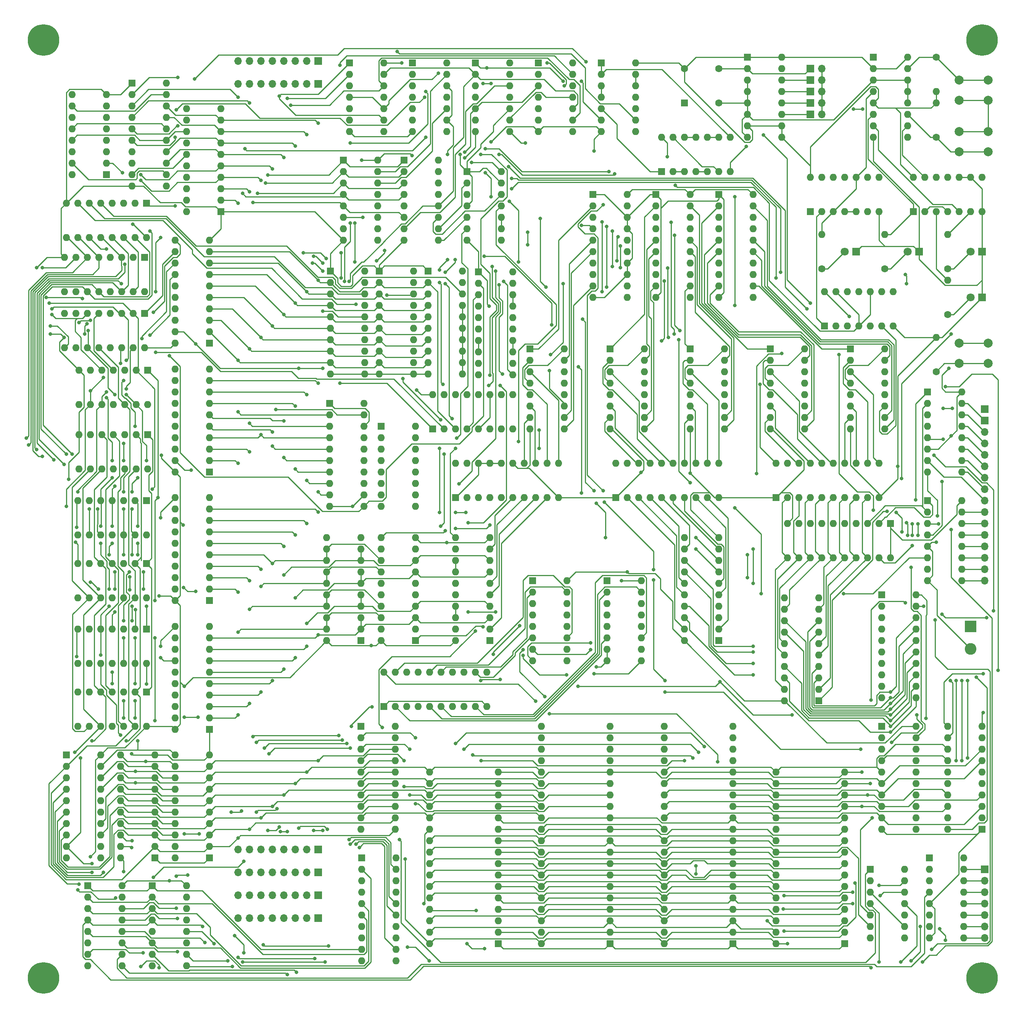
<source format=gbr>
%TF.GenerationSoftware,KiCad,Pcbnew,5.1.10*%
%TF.CreationDate,2021-08-05T21:37:01-06:00*%
%TF.ProjectId,8-bit,382d6269-742e-46b6-9963-61645f706362,rev?*%
%TF.SameCoordinates,Original*%
%TF.FileFunction,Copper,L1,Top*%
%TF.FilePolarity,Positive*%
%FSLAX46Y46*%
G04 Gerber Fmt 4.6, Leading zero omitted, Abs format (unit mm)*
G04 Created by KiCad (PCBNEW 5.1.10) date 2021-08-05 21:37:01*
%MOMM*%
%LPD*%
G01*
G04 APERTURE LIST*
%TA.AperFunction,ComponentPad*%
%ADD10C,7.000000*%
%TD*%
%TA.AperFunction,ComponentPad*%
%ADD11O,1.700000X1.700000*%
%TD*%
%TA.AperFunction,ComponentPad*%
%ADD12R,1.700000X1.700000*%
%TD*%
%TA.AperFunction,ComponentPad*%
%ADD13O,1.600000X1.600000*%
%TD*%
%TA.AperFunction,ComponentPad*%
%ADD14R,1.600000X1.600000*%
%TD*%
%TA.AperFunction,ComponentPad*%
%ADD15C,1.600000*%
%TD*%
%TA.AperFunction,ComponentPad*%
%ADD16C,2.000000*%
%TD*%
%TA.AperFunction,ComponentPad*%
%ADD17C,2.600000*%
%TD*%
%TA.AperFunction,ComponentPad*%
%ADD18R,2.600000X2.600000*%
%TD*%
%TA.AperFunction,ComponentPad*%
%ADD19R,1.800000X1.800000*%
%TD*%
%TA.AperFunction,ComponentPad*%
%ADD20C,1.800000*%
%TD*%
%TA.AperFunction,ViaPad*%
%ADD21C,0.800000*%
%TD*%
%TA.AperFunction,Conductor*%
%ADD22C,0.250000*%
%TD*%
G04 APERTURE END LIST*
D10*
%TO.P,REF\u002A\u002A,1*%
%TO.N,N/C*%
X69850000Y-13970000D03*
%TD*%
%TO.P,REF\u002A\u002A,1*%
%TO.N,N/C*%
X69850000Y-222250000D03*
%TD*%
%TO.P,REF\u002A\u002A,1*%
%TO.N,N/C*%
X278130000Y-222250000D03*
%TD*%
%TO.P,REF\u002A\u002A,1*%
%TO.N,N/C*%
X278130000Y-13970000D03*
%TD*%
D11*
%TO.P,J10,8*%
%TO.N,/B7*%
X113030000Y-18595000D03*
%TO.P,J10,7*%
%TO.N,/B6*%
X115570000Y-18595000D03*
%TO.P,J10,6*%
%TO.N,/B5*%
X118110000Y-18595000D03*
%TO.P,J10,5*%
%TO.N,/B4*%
X120650000Y-18595000D03*
%TO.P,J10,4*%
%TO.N,/B3*%
X123190000Y-18595000D03*
%TO.P,J10,3*%
%TO.N,/B2*%
X125730000Y-18595000D03*
%TO.P,J10,2*%
%TO.N,/B1*%
X128270000Y-18595000D03*
D12*
%TO.P,J10,1*%
%TO.N,/B0*%
X130810000Y-18595000D03*
%TD*%
D11*
%TO.P,J9,8*%
%TO.N,/B7*%
X113030000Y-208915000D03*
%TO.P,J9,7*%
%TO.N,/B6*%
X115570000Y-208915000D03*
%TO.P,J9,6*%
%TO.N,/B5*%
X118110000Y-208915000D03*
%TO.P,J9,5*%
%TO.N,/B4*%
X120650000Y-208915000D03*
%TO.P,J9,4*%
%TO.N,/B3*%
X123190000Y-208915000D03*
%TO.P,J9,3*%
%TO.N,/B2*%
X125730000Y-208915000D03*
%TO.P,J9,2*%
%TO.N,/B1*%
X128270000Y-208915000D03*
D12*
%TO.P,J9,1*%
%TO.N,/B0*%
X130810000Y-208915000D03*
%TD*%
D11*
%TO.P,J8,8*%
%TO.N,/B7*%
X113030000Y-203835000D03*
%TO.P,J8,7*%
%TO.N,/B6*%
X115570000Y-203835000D03*
%TO.P,J8,6*%
%TO.N,/B5*%
X118110000Y-203835000D03*
%TO.P,J8,5*%
%TO.N,/B4*%
X120650000Y-203835000D03*
%TO.P,J8,4*%
%TO.N,/B3*%
X123190000Y-203835000D03*
%TO.P,J8,3*%
%TO.N,/B2*%
X125730000Y-203835000D03*
%TO.P,J8,2*%
%TO.N,/B1*%
X128270000Y-203835000D03*
D12*
%TO.P,J8,1*%
%TO.N,/B0*%
X130810000Y-203835000D03*
%TD*%
D11*
%TO.P,J7,8*%
%TO.N,/B7*%
X113030000Y-198755000D03*
%TO.P,J7,7*%
%TO.N,/B6*%
X115570000Y-198755000D03*
%TO.P,J7,6*%
%TO.N,/B5*%
X118110000Y-198755000D03*
%TO.P,J7,5*%
%TO.N,/B4*%
X120650000Y-198755000D03*
%TO.P,J7,4*%
%TO.N,/B3*%
X123190000Y-198755000D03*
%TO.P,J7,3*%
%TO.N,/B2*%
X125730000Y-198755000D03*
%TO.P,J7,2*%
%TO.N,/B1*%
X128270000Y-198755000D03*
D12*
%TO.P,J7,1*%
%TO.N,/B0*%
X130810000Y-198755000D03*
%TD*%
D11*
%TO.P,J6,8*%
%TO.N,/B7*%
X113030000Y-23675000D03*
%TO.P,J6,7*%
%TO.N,/B6*%
X115570000Y-23675000D03*
%TO.P,J6,6*%
%TO.N,/B5*%
X118110000Y-23675000D03*
%TO.P,J6,5*%
%TO.N,/B4*%
X120650000Y-23675000D03*
%TO.P,J6,4*%
%TO.N,/B3*%
X123190000Y-23675000D03*
%TO.P,J6,3*%
%TO.N,/B2*%
X125730000Y-23675000D03*
%TO.P,J6,2*%
%TO.N,/B1*%
X128270000Y-23675000D03*
D12*
%TO.P,J6,1*%
%TO.N,/B0*%
X130810000Y-23675000D03*
%TD*%
D13*
%TO.P,RN1,16*%
%TO.N,GND*%
X152400000Y-99695000D03*
%TO.P,RN1,8*%
%TO.N,Net-(RN1-Pad8)*%
X144780000Y-117475000D03*
%TO.P,RN1,15*%
%TO.N,GND*%
X152400000Y-102235000D03*
%TO.P,RN1,7*%
%TO.N,Net-(RN1-Pad7)*%
X144780000Y-114935000D03*
%TO.P,RN1,14*%
%TO.N,GND*%
X152400000Y-104775000D03*
%TO.P,RN1,6*%
%TO.N,Net-(RN1-Pad6)*%
X144780000Y-112395000D03*
%TO.P,RN1,13*%
%TO.N,GND*%
X152400000Y-107315000D03*
%TO.P,RN1,5*%
%TO.N,Net-(RN1-Pad5)*%
X144780000Y-109855000D03*
%TO.P,RN1,12*%
%TO.N,GND*%
X152400000Y-109855000D03*
%TO.P,RN1,4*%
%TO.N,Net-(RN1-Pad4)*%
X144780000Y-107315000D03*
%TO.P,RN1,11*%
%TO.N,GND*%
X152400000Y-112395000D03*
%TO.P,RN1,3*%
%TO.N,Net-(RN1-Pad3)*%
X144780000Y-104775000D03*
%TO.P,RN1,10*%
%TO.N,GND*%
X152400000Y-114935000D03*
%TO.P,RN1,2*%
%TO.N,Net-(RN1-Pad2)*%
X144780000Y-102235000D03*
%TO.P,RN1,9*%
%TO.N,GND*%
X152400000Y-117475000D03*
D14*
%TO.P,RN1,1*%
%TO.N,Net-(RN1-Pad1)*%
X144780000Y-99695000D03*
%TD*%
D13*
%TO.P,U68,32*%
%TO.N,VCC*%
X207645000Y-214630000D03*
%TO.P,U68,36*%
%TO.N,N/C*%
X222885000Y-166370000D03*
%TO.P,U68,31*%
%TO.N,/memory address/~M_WD*%
X207645000Y-212090000D03*
%TO.P,U68,35*%
%TO.N,N/C*%
X222885000Y-168910000D03*
%TO.P,U68,30*%
%TO.N,/memory/M17*%
X207645000Y-209550000D03*
%TO.P,U68,34*%
%TO.N,N/C*%
X222885000Y-171450000D03*
%TO.P,U68,29*%
%TO.N,/memory/M14*%
X207645000Y-207010000D03*
%TO.P,U68,33*%
%TO.N,N/C*%
X222885000Y-173990000D03*
%TO.P,U68,28*%
%TO.N,/memory/M13*%
X207645000Y-204470000D03*
%TO.P,U68,16*%
%TO.N,GND*%
X222885000Y-176530000D03*
%TO.P,U68,27*%
%TO.N,/memory address/A8*%
X207645000Y-201930000D03*
%TO.P,U68,15*%
%TO.N,/memory/QD2*%
X222885000Y-179070000D03*
%TO.P,U68,26*%
%TO.N,/memory address/A9*%
X207645000Y-199390000D03*
%TO.P,U68,14*%
%TO.N,/memory/QD1*%
X222885000Y-181610000D03*
%TO.P,U68,25*%
%TO.N,/memory address/A11*%
X207645000Y-196850000D03*
%TO.P,U68,13*%
%TO.N,/memory/QD0*%
X222885000Y-184150000D03*
%TO.P,U68,24*%
%TO.N,Net-(U4-Pad6)*%
X207645000Y-194310000D03*
%TO.P,U68,12*%
%TO.N,/memory address/A0*%
X222885000Y-186690000D03*
%TO.P,U68,23*%
%TO.N,/memory address/A10*%
X207645000Y-191770000D03*
%TO.P,U68,11*%
%TO.N,/memory address/A1*%
X222885000Y-189230000D03*
%TO.P,U68,22*%
%TO.N,/memory/M19*%
X207645000Y-189230000D03*
%TO.P,U68,10*%
%TO.N,/memory address/A2*%
X222885000Y-191770000D03*
%TO.P,U68,21*%
%TO.N,/memory/QD7*%
X207645000Y-186690000D03*
%TO.P,U68,9*%
%TO.N,/memory address/A3*%
X222885000Y-194310000D03*
%TO.P,U68,20*%
%TO.N,/memory/QD6*%
X207645000Y-184150000D03*
%TO.P,U68,8*%
%TO.N,/memory address/A4*%
X222885000Y-196850000D03*
%TO.P,U68,19*%
%TO.N,/memory/QD5*%
X207645000Y-181610000D03*
%TO.P,U68,7*%
%TO.N,/memory address/A5*%
X222885000Y-199390000D03*
%TO.P,U68,18*%
%TO.N,/memory/QD4*%
X207645000Y-179070000D03*
%TO.P,U68,6*%
%TO.N,/memory address/A6*%
X222885000Y-201930000D03*
%TO.P,U68,17*%
%TO.N,/memory/QD3*%
X207645000Y-176530000D03*
%TO.P,U68,5*%
%TO.N,/memory address/A7*%
X222885000Y-204470000D03*
%TO.P,U68,40*%
%TO.N,N/C*%
X207645000Y-173990000D03*
%TO.P,U68,4*%
%TO.N,/memory/M12*%
X222885000Y-207010000D03*
%TO.P,U68,39*%
%TO.N,N/C*%
X207645000Y-171450000D03*
%TO.P,U68,3*%
%TO.N,/memory/M15*%
X222885000Y-209550000D03*
%TO.P,U68,38*%
%TO.N,N/C*%
X207645000Y-168910000D03*
%TO.P,U68,2*%
%TO.N,/memory/M16*%
X222885000Y-212090000D03*
%TO.P,U68,37*%
%TO.N,N/C*%
X207645000Y-166370000D03*
D14*
%TO.P,U68,1*%
%TO.N,/memory/M18*%
X222885000Y-214630000D03*
%TD*%
D13*
%TO.P,U67,32*%
%TO.N,VCC*%
X180340000Y-214630000D03*
%TO.P,U67,36*%
%TO.N,N/C*%
X195580000Y-166370000D03*
%TO.P,U67,31*%
%TO.N,/memory address/~M_WI*%
X180340000Y-212090000D03*
%TO.P,U67,35*%
%TO.N,N/C*%
X195580000Y-168910000D03*
%TO.P,U67,30*%
%TO.N,/memory/M17*%
X180340000Y-209550000D03*
%TO.P,U67,34*%
%TO.N,N/C*%
X195580000Y-171450000D03*
%TO.P,U67,29*%
%TO.N,/memory/M14*%
X180340000Y-207010000D03*
%TO.P,U67,33*%
%TO.N,N/C*%
X195580000Y-173990000D03*
%TO.P,U67,28*%
%TO.N,/memory/M13*%
X180340000Y-204470000D03*
%TO.P,U67,16*%
%TO.N,GND*%
X195580000Y-176530000D03*
%TO.P,U67,27*%
%TO.N,/memory address/A8*%
X180340000Y-201930000D03*
%TO.P,U67,15*%
%TO.N,/memory/QI2*%
X195580000Y-179070000D03*
%TO.P,U67,26*%
%TO.N,/memory address/A9*%
X180340000Y-199390000D03*
%TO.P,U67,14*%
%TO.N,/memory/QI1*%
X195580000Y-181610000D03*
%TO.P,U67,25*%
%TO.N,/memory address/A11*%
X180340000Y-196850000D03*
%TO.P,U67,13*%
%TO.N,/memory/QI0*%
X195580000Y-184150000D03*
%TO.P,U67,24*%
%TO.N,Net-(U4-Pad2)*%
X180340000Y-194310000D03*
%TO.P,U67,12*%
%TO.N,/memory address/A0*%
X195580000Y-186690000D03*
%TO.P,U67,23*%
%TO.N,/memory address/A10*%
X180340000Y-191770000D03*
%TO.P,U67,11*%
%TO.N,/memory address/A1*%
X195580000Y-189230000D03*
%TO.P,U67,22*%
%TO.N,/memory/M19*%
X180340000Y-189230000D03*
%TO.P,U67,10*%
%TO.N,/memory address/A2*%
X195580000Y-191770000D03*
%TO.P,U67,21*%
%TO.N,/memory/QI7*%
X180340000Y-186690000D03*
%TO.P,U67,9*%
%TO.N,/memory address/A3*%
X195580000Y-194310000D03*
%TO.P,U67,20*%
%TO.N,/memory/QI6*%
X180340000Y-184150000D03*
%TO.P,U67,8*%
%TO.N,/memory address/A4*%
X195580000Y-196850000D03*
%TO.P,U67,19*%
%TO.N,/memory/QI5*%
X180340000Y-181610000D03*
%TO.P,U67,7*%
%TO.N,/memory address/A5*%
X195580000Y-199390000D03*
%TO.P,U67,18*%
%TO.N,/memory/QI4*%
X180340000Y-179070000D03*
%TO.P,U67,6*%
%TO.N,/memory address/A6*%
X195580000Y-201930000D03*
%TO.P,U67,17*%
%TO.N,/memory/QI3*%
X180340000Y-176530000D03*
%TO.P,U67,5*%
%TO.N,/memory address/A7*%
X195580000Y-204470000D03*
%TO.P,U67,40*%
%TO.N,N/C*%
X180340000Y-173990000D03*
%TO.P,U67,4*%
%TO.N,/memory/M12*%
X195580000Y-207010000D03*
%TO.P,U67,39*%
%TO.N,N/C*%
X180340000Y-171450000D03*
%TO.P,U67,3*%
%TO.N,/memory/M15*%
X195580000Y-209550000D03*
%TO.P,U67,38*%
%TO.N,N/C*%
X180340000Y-168910000D03*
%TO.P,U67,2*%
%TO.N,/memory/M16*%
X195580000Y-212090000D03*
%TO.P,U67,37*%
%TO.N,N/C*%
X180340000Y-166370000D03*
D14*
%TO.P,U67,1*%
%TO.N,/memory/M18*%
X195580000Y-214630000D03*
%TD*%
D13*
%TO.P,U20,20*%
%TO.N,VCC*%
X227330000Y-48260000D03*
%TO.P,U20,10*%
%TO.N,GND*%
X219710000Y-71120000D03*
%TO.P,U20,19*%
%TO.N,Net-(U20-Pad19)*%
X227330000Y-50800000D03*
%TO.P,U20,9*%
%TO.N,Net-(U18-Pad9)*%
X219710000Y-68580000D03*
%TO.P,U20,18*%
%TO.N,/B3*%
X227330000Y-53340000D03*
%TO.P,U20,8*%
%TO.N,/B7*%
X219710000Y-66040000D03*
%TO.P,U20,17*%
%TO.N,/B2*%
X227330000Y-55880000D03*
%TO.P,U20,7*%
%TO.N,/B6*%
X219710000Y-63500000D03*
%TO.P,U20,16*%
%TO.N,Net-(U20-Pad16)*%
X227330000Y-58420000D03*
%TO.P,U20,6*%
%TO.N,Net-(U18-Pad10)*%
X219710000Y-60960000D03*
%TO.P,U20,15*%
%TO.N,Net-(U20-Pad15)*%
X227330000Y-60960000D03*
%TO.P,U20,5*%
%TO.N,Net-(U18-Pad15)*%
X219710000Y-58420000D03*
%TO.P,U20,14*%
%TO.N,/B0*%
X227330000Y-63500000D03*
%TO.P,U20,4*%
%TO.N,/B4*%
X219710000Y-55880000D03*
%TO.P,U20,13*%
%TO.N,/B1*%
X227330000Y-66040000D03*
%TO.P,U20,3*%
%TO.N,/B5*%
X219710000Y-53340000D03*
%TO.P,U20,12*%
%TO.N,Net-(U20-Pad12)*%
X227330000Y-68580000D03*
%TO.P,U20,2*%
%TO.N,Net-(U18-Pad1)*%
X219710000Y-50800000D03*
%TO.P,U20,11*%
%TO.N,Net-(U11-Pad8)*%
X227330000Y-71120000D03*
D14*
%TO.P,U20,1*%
%TO.N,GND*%
X219710000Y-48260000D03*
%TD*%
D13*
%TO.P,U16,20*%
%TO.N,VCC*%
X213360000Y-48260000D03*
%TO.P,U16,10*%
%TO.N,GND*%
X205740000Y-71120000D03*
%TO.P,U16,19*%
%TO.N,Net-(U16-Pad19)*%
X213360000Y-50800000D03*
%TO.P,U16,9*%
%TO.N,Net-(U13-Pad9)*%
X205740000Y-68580000D03*
%TO.P,U16,18*%
%TO.N,/B3*%
X213360000Y-53340000D03*
%TO.P,U16,8*%
%TO.N,/B7*%
X205740000Y-66040000D03*
%TO.P,U16,17*%
%TO.N,/B2*%
X213360000Y-55880000D03*
%TO.P,U16,7*%
%TO.N,/B6*%
X205740000Y-63500000D03*
%TO.P,U16,16*%
%TO.N,Net-(U16-Pad16)*%
X213360000Y-58420000D03*
%TO.P,U16,6*%
%TO.N,Net-(U13-Pad10)*%
X205740000Y-60960000D03*
%TO.P,U16,15*%
%TO.N,Net-(U16-Pad15)*%
X213360000Y-60960000D03*
%TO.P,U16,5*%
%TO.N,Net-(U13-Pad15)*%
X205740000Y-58420000D03*
%TO.P,U16,14*%
%TO.N,/B0*%
X213360000Y-63500000D03*
%TO.P,U16,4*%
%TO.N,/B4*%
X205740000Y-55880000D03*
%TO.P,U16,13*%
%TO.N,/B1*%
X213360000Y-66040000D03*
%TO.P,U16,3*%
%TO.N,/B5*%
X205740000Y-53340000D03*
%TO.P,U16,12*%
%TO.N,Net-(U16-Pad12)*%
X213360000Y-68580000D03*
%TO.P,U16,2*%
%TO.N,Net-(U13-Pad1)*%
X205740000Y-50800000D03*
%TO.P,U16,11*%
%TO.N,Net-(U11-Pad11)*%
X213360000Y-71120000D03*
D14*
%TO.P,U16,1*%
%TO.N,GND*%
X205740000Y-48260000D03*
%TD*%
D13*
%TO.P,U13,16*%
%TO.N,VCC*%
X203200000Y-82550000D03*
%TO.P,U13,8*%
%TO.N,GND*%
X195580000Y-100330000D03*
%TO.P,U13,15*%
%TO.N,Net-(U13-Pad15)*%
X203200000Y-85090000D03*
%TO.P,U13,7*%
%TO.N,Net-(U13-Pad7)*%
X195580000Y-97790000D03*
%TO.P,U13,14*%
%TO.N,/clock/RST*%
X203200000Y-87630000D03*
%TO.P,U13,6*%
%TO.N,Net-(U13-Pad6)*%
X195580000Y-95250000D03*
%TO.P,U13,13*%
%TO.N,Net-(U13-Pad13)*%
X203200000Y-90170000D03*
%TO.P,U13,5*%
%TO.N,Net-(U13-Pad5)*%
X195580000Y-92710000D03*
%TO.P,U13,12*%
%TO.N,Net-(U10-Pad5)*%
X203200000Y-92710000D03*
%TO.P,U13,4*%
%TO.N,VCC*%
X195580000Y-90170000D03*
%TO.P,U13,11*%
%TO.N,/memory/~LOAD*%
X203200000Y-95250000D03*
%TO.P,U13,3*%
%TO.N,Net-(U13-Pad3)*%
X195580000Y-87630000D03*
%TO.P,U13,10*%
%TO.N,Net-(U13-Pad10)*%
X203200000Y-97790000D03*
%TO.P,U13,2*%
%TO.N,Net-(U13-Pad2)*%
X195580000Y-85090000D03*
%TO.P,U13,9*%
%TO.N,Net-(U13-Pad9)*%
X203200000Y-100330000D03*
D14*
%TO.P,U13,1*%
%TO.N,Net-(U13-Pad1)*%
X195580000Y-82550000D03*
%TD*%
%TO.P,U6,1*%
%TO.N,/clock/FE*%
X262890000Y-52070000D03*
D13*
%TO.P,U6,8*%
%TO.N,Net-(U6-Pad8)*%
X278130000Y-44450000D03*
%TO.P,U6,2*%
%TO.N,Net-(U6-Pad2)*%
X265430000Y-52070000D03*
%TO.P,U6,9*%
%TO.N,GND*%
X275590000Y-44450000D03*
%TO.P,U6,3*%
%TO.N,/alu/RCLK*%
X267970000Y-52070000D03*
%TO.P,U6,10*%
%TO.N,GND*%
X273050000Y-44450000D03*
%TO.P,U6,4*%
%TO.N,Net-(U6-Pad2)*%
X270510000Y-52070000D03*
%TO.P,U6,11*%
%TO.N,Net-(U6-Pad11)*%
X270510000Y-44450000D03*
%TO.P,U6,5*%
%TO.N,Net-(U6-Pad5)*%
X273050000Y-52070000D03*
%TO.P,U6,12*%
%TO.N,Net-(JP1-Pad2)*%
X267970000Y-44450000D03*
%TO.P,U6,6*%
%TO.N,/clock/PCLK*%
X275590000Y-52070000D03*
%TO.P,U6,13*%
%TO.N,Net-(U6-Pad13)*%
X265430000Y-44450000D03*
%TO.P,U6,7*%
%TO.N,GND*%
X278130000Y-52070000D03*
%TO.P,U6,14*%
%TO.N,VCC*%
X262890000Y-44450000D03*
%TD*%
D14*
%TO.P,X1,1*%
%TO.N,Net-(X1-Pad1)*%
X212090000Y-27940000D03*
D15*
%TO.P,X1,8*%
%TO.N,VCC*%
X212090000Y-20320000D03*
%TO.P,X1,5*%
%TO.N,Net-(JP1-Pad1)*%
X219710000Y-20320000D03*
%TO.P,X1,4*%
%TO.N,GND*%
X219710000Y-27940000D03*
%TD*%
D13*
%TO.P,U74,20*%
%TO.N,VCC*%
X270510000Y-189230000D03*
%TO.P,U74,10*%
%TO.N,GND*%
X278130000Y-166370000D03*
%TO.P,U74,19*%
%TO.N,/D0*%
X270510000Y-186690000D03*
%TO.P,U74,9*%
%TO.N,/D4*%
X278130000Y-168910000D03*
%TO.P,U74,18*%
%TO.N,/memory/QD0*%
X270510000Y-184150000D03*
%TO.P,U74,8*%
%TO.N,/memory/QD4*%
X278130000Y-171450000D03*
%TO.P,U74,17*%
%TO.N,/memory/QD1*%
X270510000Y-181610000D03*
%TO.P,U74,7*%
%TO.N,/memory/QD5*%
X278130000Y-173990000D03*
%TO.P,U74,16*%
%TO.N,/D1*%
X270510000Y-179070000D03*
%TO.P,U74,6*%
%TO.N,/D5*%
X278130000Y-176530000D03*
%TO.P,U74,15*%
%TO.N,/D2*%
X270510000Y-176530000D03*
%TO.P,U74,5*%
%TO.N,/D6*%
X278130000Y-179070000D03*
%TO.P,U74,14*%
%TO.N,/memory/QD2*%
X270510000Y-173990000D03*
%TO.P,U74,4*%
%TO.N,/memory/QD6*%
X278130000Y-181610000D03*
%TO.P,U74,13*%
%TO.N,/memory/QD3*%
X270510000Y-171450000D03*
%TO.P,U74,3*%
%TO.N,/memory/QD7*%
X278130000Y-184150000D03*
%TO.P,U74,12*%
%TO.N,/D3*%
X270510000Y-168910000D03*
%TO.P,U74,2*%
%TO.N,/D7*%
X278130000Y-186690000D03*
%TO.P,U74,11*%
%TO.N,/clock/PCLK*%
X270510000Y-166370000D03*
D14*
%TO.P,U74,1*%
%TO.N,GND*%
X278130000Y-189230000D03*
%TD*%
D13*
%TO.P,U73,20*%
%TO.N,VCC*%
X148082000Y-195580000D03*
%TO.P,U73,10*%
%TO.N,GND*%
X140462000Y-218440000D03*
%TO.P,U73,19*%
%TO.N,/decode low/I0*%
X148082000Y-198120000D03*
%TO.P,U73,9*%
%TO.N,/decode high/I4*%
X140462000Y-215900000D03*
%TO.P,U73,18*%
%TO.N,/memory/QI0*%
X148082000Y-200660000D03*
%TO.P,U73,8*%
%TO.N,/memory/QI4*%
X140462000Y-213360000D03*
%TO.P,U73,17*%
%TO.N,/memory/QI1*%
X148082000Y-203200000D03*
%TO.P,U73,7*%
%TO.N,/memory/QI5*%
X140462000Y-210820000D03*
%TO.P,U73,16*%
%TO.N,/decode low/I1*%
X148082000Y-205740000D03*
%TO.P,U73,6*%
%TO.N,/decode high/I5*%
X140462000Y-208280000D03*
%TO.P,U73,15*%
%TO.N,/decode low/I2*%
X148082000Y-208280000D03*
%TO.P,U73,5*%
%TO.N,/decode high/I6*%
X140462000Y-205740000D03*
%TO.P,U73,14*%
%TO.N,/memory/QI2*%
X148082000Y-210820000D03*
%TO.P,U73,4*%
%TO.N,/memory/QI6*%
X140462000Y-203200000D03*
%TO.P,U73,13*%
%TO.N,/memory/QI3*%
X148082000Y-213360000D03*
%TO.P,U73,3*%
%TO.N,/memory/QI7*%
X140462000Y-200660000D03*
%TO.P,U73,12*%
%TO.N,/decode low/I3*%
X148082000Y-215900000D03*
%TO.P,U73,2*%
%TO.N,/decode high/I7*%
X140462000Y-198120000D03*
%TO.P,U73,11*%
%TO.N,/clock/PCLK*%
X148082000Y-218440000D03*
D14*
%TO.P,U73,1*%
%TO.N,GND*%
X140462000Y-195580000D03*
%TD*%
D13*
%TO.P,U72,20*%
%TO.N,VCC*%
X263525000Y-166370000D03*
%TO.P,U72,10*%
%TO.N,GND*%
X255905000Y-189230000D03*
%TO.P,U72,19*%
%TO.N,/memory address/~M_BD*%
X263525000Y-168910000D03*
%TO.P,U72,9*%
%TO.N,/memory/QD7*%
X255905000Y-186690000D03*
%TO.P,U72,18*%
%TO.N,/B0*%
X263525000Y-171450000D03*
%TO.P,U72,8*%
%TO.N,/memory/QD6*%
X255905000Y-184150000D03*
%TO.P,U72,17*%
%TO.N,/B1*%
X263525000Y-173990000D03*
%TO.P,U72,7*%
%TO.N,/memory/QD5*%
X255905000Y-181610000D03*
%TO.P,U72,16*%
%TO.N,/B2*%
X263525000Y-176530000D03*
%TO.P,U72,6*%
%TO.N,/memory/QD4*%
X255905000Y-179070000D03*
%TO.P,U72,15*%
%TO.N,/B3*%
X263525000Y-179070000D03*
%TO.P,U72,5*%
%TO.N,/memory/QD3*%
X255905000Y-176530000D03*
%TO.P,U72,14*%
%TO.N,/B4*%
X263525000Y-181610000D03*
%TO.P,U72,4*%
%TO.N,/memory/QD2*%
X255905000Y-173990000D03*
%TO.P,U72,13*%
%TO.N,/B5*%
X263525000Y-184150000D03*
%TO.P,U72,3*%
%TO.N,/memory/QD1*%
X255905000Y-171450000D03*
%TO.P,U72,12*%
%TO.N,/B6*%
X263525000Y-186690000D03*
%TO.P,U72,2*%
%TO.N,/memory/QD0*%
X255905000Y-168910000D03*
%TO.P,U72,11*%
%TO.N,/B7*%
X263525000Y-189230000D03*
D14*
%TO.P,U72,1*%
%TO.N,/memory address/DIR_D*%
X255905000Y-166370000D03*
%TD*%
D13*
%TO.P,U71,20*%
%TO.N,VCC*%
X147955000Y-166370000D03*
%TO.P,U71,10*%
%TO.N,GND*%
X140335000Y-189230000D03*
%TO.P,U71,19*%
%TO.N,/memory address/~M_BI*%
X147955000Y-168910000D03*
%TO.P,U71,9*%
%TO.N,/memory/QI7*%
X140335000Y-186690000D03*
%TO.P,U71,18*%
%TO.N,/B0*%
X147955000Y-171450000D03*
%TO.P,U71,8*%
%TO.N,/memory/QI6*%
X140335000Y-184150000D03*
%TO.P,U71,17*%
%TO.N,/B1*%
X147955000Y-173990000D03*
%TO.P,U71,7*%
%TO.N,/memory/QI5*%
X140335000Y-181610000D03*
%TO.P,U71,16*%
%TO.N,/B2*%
X147955000Y-176530000D03*
%TO.P,U71,6*%
%TO.N,/memory/QI4*%
X140335000Y-179070000D03*
%TO.P,U71,15*%
%TO.N,/B3*%
X147955000Y-179070000D03*
%TO.P,U71,5*%
%TO.N,/memory/QI3*%
X140335000Y-176530000D03*
%TO.P,U71,14*%
%TO.N,/B4*%
X147955000Y-181610000D03*
%TO.P,U71,4*%
%TO.N,/memory/QI2*%
X140335000Y-173990000D03*
%TO.P,U71,13*%
%TO.N,/B5*%
X147955000Y-184150000D03*
%TO.P,U71,3*%
%TO.N,/memory/QI1*%
X140335000Y-171450000D03*
%TO.P,U71,12*%
%TO.N,/B6*%
X147955000Y-186690000D03*
%TO.P,U71,2*%
%TO.N,/memory/QI0*%
X140335000Y-168910000D03*
%TO.P,U71,11*%
%TO.N,/B7*%
X147955000Y-189230000D03*
D14*
%TO.P,U71,1*%
%TO.N,/memory address/DIR_I*%
X140335000Y-166370000D03*
%TD*%
D13*
%TO.P,U70,32*%
%TO.N,VCC*%
X232410000Y-214630000D03*
%TO.P,U70,16*%
%TO.N,GND*%
X247650000Y-176530000D03*
%TO.P,U70,31*%
%TO.N,/memory/M15*%
X232410000Y-212090000D03*
%TO.P,U70,15*%
%TO.N,/memory/QD2*%
X247650000Y-179070000D03*
%TO.P,U70,30*%
%TO.N,/memory/M17*%
X232410000Y-209550000D03*
%TO.P,U70,14*%
%TO.N,/memory/QD1*%
X247650000Y-181610000D03*
%TO.P,U70,29*%
%TO.N,/memory address/~M_WD*%
X232410000Y-207010000D03*
%TO.P,U70,13*%
%TO.N,/memory/QD0*%
X247650000Y-184150000D03*
%TO.P,U70,28*%
%TO.N,/memory/M13*%
X232410000Y-204470000D03*
%TO.P,U70,12*%
%TO.N,/memory address/A0*%
X247650000Y-186690000D03*
%TO.P,U70,27*%
%TO.N,/memory address/A8*%
X232410000Y-201930000D03*
%TO.P,U70,11*%
%TO.N,/memory address/A1*%
X247650000Y-189230000D03*
%TO.P,U70,26*%
%TO.N,/memory address/A9*%
X232410000Y-199390000D03*
%TO.P,U70,10*%
%TO.N,/memory address/A2*%
X247650000Y-191770000D03*
%TO.P,U70,25*%
%TO.N,/memory address/A11*%
X232410000Y-196850000D03*
%TO.P,U70,9*%
%TO.N,/memory address/A3*%
X247650000Y-194310000D03*
%TO.P,U70,24*%
%TO.N,Net-(U4-Pad6)*%
X232410000Y-194310000D03*
%TO.P,U70,8*%
%TO.N,/memory address/A4*%
X247650000Y-196850000D03*
%TO.P,U70,23*%
%TO.N,/memory address/A10*%
X232410000Y-191770000D03*
%TO.P,U70,7*%
%TO.N,/memory address/A5*%
X247650000Y-199390000D03*
%TO.P,U70,22*%
%TO.N,Net-(U4-Pad12)*%
X232410000Y-189230000D03*
%TO.P,U70,6*%
%TO.N,/memory address/A6*%
X247650000Y-201930000D03*
%TO.P,U70,21*%
%TO.N,/memory/QD7*%
X232410000Y-186690000D03*
%TO.P,U70,5*%
%TO.N,/memory address/A7*%
X247650000Y-204470000D03*
%TO.P,U70,20*%
%TO.N,/memory/QD6*%
X232410000Y-184150000D03*
%TO.P,U70,4*%
%TO.N,/memory/M12*%
X247650000Y-207010000D03*
%TO.P,U70,19*%
%TO.N,/memory/QD5*%
X232410000Y-181610000D03*
%TO.P,U70,3*%
%TO.N,/memory/M14*%
X247650000Y-209550000D03*
%TO.P,U70,18*%
%TO.N,/memory/QD4*%
X232410000Y-179070000D03*
%TO.P,U70,2*%
%TO.N,/memory/M16*%
X247650000Y-212090000D03*
%TO.P,U70,17*%
%TO.N,/memory/QD3*%
X232410000Y-176530000D03*
D14*
%TO.P,U70,1*%
%TO.N,/memory/M18*%
X247650000Y-214630000D03*
%TD*%
D13*
%TO.P,U69,32*%
%TO.N,VCC*%
X155575000Y-214630000D03*
%TO.P,U69,16*%
%TO.N,GND*%
X170815000Y-176530000D03*
%TO.P,U69,31*%
%TO.N,/memory/M15*%
X155575000Y-212090000D03*
%TO.P,U69,15*%
%TO.N,/memory/QI2*%
X170815000Y-179070000D03*
%TO.P,U69,30*%
%TO.N,/memory/M17*%
X155575000Y-209550000D03*
%TO.P,U69,14*%
%TO.N,/memory/QI1*%
X170815000Y-181610000D03*
%TO.P,U69,29*%
%TO.N,/memory address/~M_WI*%
X155575000Y-207010000D03*
%TO.P,U69,13*%
%TO.N,/memory/QI0*%
X170815000Y-184150000D03*
%TO.P,U69,28*%
%TO.N,/memory/M13*%
X155575000Y-204470000D03*
%TO.P,U69,12*%
%TO.N,/memory address/A0*%
X170815000Y-186690000D03*
%TO.P,U69,27*%
%TO.N,/memory address/A8*%
X155575000Y-201930000D03*
%TO.P,U69,11*%
%TO.N,/memory address/A1*%
X170815000Y-189230000D03*
%TO.P,U69,26*%
%TO.N,/memory address/A9*%
X155575000Y-199390000D03*
%TO.P,U69,10*%
%TO.N,/memory address/A2*%
X170815000Y-191770000D03*
%TO.P,U69,25*%
%TO.N,/memory address/A11*%
X155575000Y-196850000D03*
%TO.P,U69,9*%
%TO.N,/memory address/A3*%
X170815000Y-194310000D03*
%TO.P,U69,24*%
%TO.N,Net-(U4-Pad2)*%
X155575000Y-194310000D03*
%TO.P,U69,8*%
%TO.N,/memory address/A4*%
X170815000Y-196850000D03*
%TO.P,U69,23*%
%TO.N,/memory address/A10*%
X155575000Y-191770000D03*
%TO.P,U69,7*%
%TO.N,/memory address/A5*%
X170815000Y-199390000D03*
%TO.P,U69,22*%
%TO.N,Net-(U4-Pad12)*%
X155575000Y-189230000D03*
%TO.P,U69,6*%
%TO.N,/memory address/A6*%
X170815000Y-201930000D03*
%TO.P,U69,21*%
%TO.N,/memory/QI7*%
X155575000Y-186690000D03*
%TO.P,U69,5*%
%TO.N,/memory address/A7*%
X170815000Y-204470000D03*
%TO.P,U69,20*%
%TO.N,/memory/QI6*%
X155575000Y-184150000D03*
%TO.P,U69,4*%
%TO.N,/memory/M12*%
X170815000Y-207010000D03*
%TO.P,U69,19*%
%TO.N,/memory/QI5*%
X155575000Y-181610000D03*
%TO.P,U69,3*%
%TO.N,/memory/M14*%
X170815000Y-209550000D03*
%TO.P,U69,18*%
%TO.N,/memory/QI4*%
X155575000Y-179070000D03*
%TO.P,U69,2*%
%TO.N,/memory/M16*%
X170815000Y-212090000D03*
%TO.P,U69,17*%
%TO.N,/memory/QI3*%
X155575000Y-176530000D03*
D14*
%TO.P,U69,1*%
%TO.N,/memory/M18*%
X170815000Y-214630000D03*
%TD*%
D13*
%TO.P,U66,16*%
%TO.N,VCC*%
X202565000Y-133985000D03*
%TO.P,U66,8*%
%TO.N,GND*%
X194945000Y-151765000D03*
%TO.P,U66,15*%
%TO.N,Net-(U64-Pad6)*%
X202565000Y-136525000D03*
%TO.P,U66,7*%
%TO.N,GND*%
X194945000Y-149225000D03*
%TO.P,U66,14*%
%TO.N,/memory address/A14*%
X202565000Y-139065000D03*
%TO.P,U66,6*%
%TO.N,Net-(U64-Pad2)*%
X194945000Y-146685000D03*
%TO.P,U66,13*%
%TO.N,/memory/M14*%
X202565000Y-141605000D03*
%TO.P,U66,5*%
%TO.N,/memory address/A12*%
X194945000Y-144145000D03*
%TO.P,U66,12*%
%TO.N,/memory address/A15*%
X202565000Y-144145000D03*
%TO.P,U66,4*%
%TO.N,/memory/M12*%
X194945000Y-141605000D03*
%TO.P,U66,11*%
%TO.N,Net-(U64-Pad9)*%
X202565000Y-146685000D03*
%TO.P,U66,3*%
%TO.N,/memory address/A13*%
X194945000Y-139065000D03*
%TO.P,U66,10*%
%TO.N,/memory/M15*%
X202565000Y-149225000D03*
%TO.P,U66,2*%
%TO.N,Net-(U64-Pad5)*%
X194945000Y-136525000D03*
%TO.P,U66,9*%
%TO.N,Net-(U65-Pad7)*%
X202565000Y-151765000D03*
D14*
%TO.P,U66,1*%
%TO.N,/memory/M13*%
X194945000Y-133985000D03*
%TD*%
D13*
%TO.P,U65,16*%
%TO.N,VCC*%
X186055000Y-133985000D03*
%TO.P,U65,8*%
%TO.N,GND*%
X178435000Y-151765000D03*
%TO.P,U65,15*%
%TO.N,Net-(U64-Pad16)*%
X186055000Y-136525000D03*
%TO.P,U65,7*%
%TO.N,Net-(U65-Pad7)*%
X178435000Y-149225000D03*
%TO.P,U65,14*%
%TO.N,/memory address/A18*%
X186055000Y-139065000D03*
%TO.P,U65,6*%
%TO.N,Net-(U64-Pad12)*%
X178435000Y-146685000D03*
%TO.P,U65,13*%
%TO.N,/memory/M18*%
X186055000Y-141605000D03*
%TO.P,U65,5*%
%TO.N,/memory address/A16*%
X178435000Y-144145000D03*
%TO.P,U65,12*%
%TO.N,/memory address/A19*%
X186055000Y-144145000D03*
%TO.P,U65,4*%
%TO.N,/memory/M16*%
X178435000Y-141605000D03*
%TO.P,U65,11*%
%TO.N,Net-(U64-Pad19)*%
X186055000Y-146685000D03*
%TO.P,U65,3*%
%TO.N,/memory address/A17*%
X178435000Y-139065000D03*
%TO.P,U65,10*%
%TO.N,/memory/M19*%
X186055000Y-149225000D03*
%TO.P,U65,2*%
%TO.N,Net-(U64-Pad15)*%
X178435000Y-136525000D03*
%TO.P,U65,9*%
%TO.N,Net-(U65-Pad9)*%
X186055000Y-151765000D03*
D14*
%TO.P,U65,1*%
%TO.N,/memory/M17*%
X178435000Y-133985000D03*
%TD*%
%TO.P,U64,1*%
%TO.N,GND*%
X145415000Y-161925000D03*
D13*
%TO.P,U64,11*%
%TO.N,Net-(U45-Pad6)*%
X168275000Y-154305000D03*
%TO.P,U64,2*%
%TO.N,Net-(U64-Pad2)*%
X147955000Y-161925000D03*
%TO.P,U64,12*%
%TO.N,Net-(U64-Pad12)*%
X165735000Y-154305000D03*
%TO.P,U64,3*%
%TO.N,Net-(RN1-Pad4)*%
X150495000Y-161925000D03*
%TO.P,U64,13*%
%TO.N,Net-(RN1-Pad8)*%
X163195000Y-154305000D03*
%TO.P,U64,4*%
%TO.N,Net-(RN1-Pad3)*%
X153035000Y-161925000D03*
%TO.P,U64,14*%
%TO.N,Net-(RN1-Pad7)*%
X160655000Y-154305000D03*
%TO.P,U64,5*%
%TO.N,Net-(U64-Pad5)*%
X155575000Y-161925000D03*
%TO.P,U64,15*%
%TO.N,Net-(U64-Pad15)*%
X158115000Y-154305000D03*
%TO.P,U64,6*%
%TO.N,Net-(U64-Pad6)*%
X158115000Y-161925000D03*
%TO.P,U64,16*%
%TO.N,Net-(U64-Pad16)*%
X155575000Y-154305000D03*
%TO.P,U64,7*%
%TO.N,Net-(RN1-Pad2)*%
X160655000Y-161925000D03*
%TO.P,U64,17*%
%TO.N,Net-(RN1-Pad6)*%
X153035000Y-154305000D03*
%TO.P,U64,8*%
%TO.N,Net-(RN1-Pad1)*%
X163195000Y-161925000D03*
%TO.P,U64,18*%
%TO.N,Net-(RN1-Pad5)*%
X150495000Y-154305000D03*
%TO.P,U64,9*%
%TO.N,Net-(U64-Pad9)*%
X165735000Y-161925000D03*
%TO.P,U64,19*%
%TO.N,Net-(U64-Pad19)*%
X147955000Y-154305000D03*
%TO.P,U64,10*%
%TO.N,GND*%
X168275000Y-161925000D03*
%TO.P,U64,20*%
%TO.N,VCC*%
X145415000Y-154305000D03*
%TD*%
%TO.P,U63,20*%
%TO.N,VCC*%
X144780000Y-147320000D03*
%TO.P,U63,10*%
%TO.N,GND*%
X152400000Y-124460000D03*
%TO.P,U63,19*%
%TO.N,Net-(RN1-Pad5)*%
X144780000Y-144780000D03*
%TO.P,U63,9*%
%TO.N,Net-(RN1-Pad1)*%
X152400000Y-127000000D03*
%TO.P,U63,18*%
%TO.N,/B7*%
X144780000Y-142240000D03*
%TO.P,U63,8*%
%TO.N,/B3*%
X152400000Y-129540000D03*
%TO.P,U63,17*%
%TO.N,/B6*%
X144780000Y-139700000D03*
%TO.P,U63,7*%
%TO.N,/B2*%
X152400000Y-132080000D03*
%TO.P,U63,16*%
%TO.N,Net-(RN1-Pad6)*%
X144780000Y-137160000D03*
%TO.P,U63,6*%
%TO.N,Net-(RN1-Pad2)*%
X152400000Y-134620000D03*
%TO.P,U63,15*%
%TO.N,Net-(RN1-Pad7)*%
X144780000Y-134620000D03*
%TO.P,U63,5*%
%TO.N,Net-(RN1-Pad3)*%
X152400000Y-137160000D03*
%TO.P,U63,14*%
%TO.N,/B5*%
X144780000Y-132080000D03*
%TO.P,U63,4*%
%TO.N,/B1*%
X152400000Y-139700000D03*
%TO.P,U63,13*%
%TO.N,/B4*%
X144780000Y-129540000D03*
%TO.P,U63,3*%
%TO.N,/B0*%
X152400000Y-142240000D03*
%TO.P,U63,12*%
%TO.N,Net-(RN1-Pad8)*%
X144780000Y-127000000D03*
%TO.P,U63,2*%
%TO.N,Net-(RN1-Pad4)*%
X152400000Y-144780000D03*
%TO.P,U63,11*%
%TO.N,/decode low/IO_IN_CLK15*%
X144780000Y-124460000D03*
D14*
%TO.P,U63,1*%
%TO.N,/clock/RST*%
X152400000Y-147320000D03*
%TD*%
D13*
%TO.P,U62,20*%
%TO.N,VCC*%
X257810000Y-128905000D03*
%TO.P,U62,10*%
%TO.N,GND*%
X234950000Y-121285000D03*
%TO.P,U62,19*%
%TO.N,Net-(U60-Pad8)*%
X255270000Y-128905000D03*
%TO.P,U62,9*%
%TO.N,/D7*%
X237490000Y-121285000D03*
%TO.P,U62,18*%
%TO.N,/memory address/A0*%
X252730000Y-128905000D03*
%TO.P,U62,8*%
%TO.N,/D6*%
X240030000Y-121285000D03*
%TO.P,U62,17*%
%TO.N,/memory address/A1*%
X250190000Y-128905000D03*
%TO.P,U62,7*%
%TO.N,/D5*%
X242570000Y-121285000D03*
%TO.P,U62,16*%
%TO.N,/memory address/A2*%
X247650000Y-128905000D03*
%TO.P,U62,6*%
%TO.N,/D4*%
X245110000Y-121285000D03*
%TO.P,U62,15*%
%TO.N,/memory address/A3*%
X245110000Y-128905000D03*
%TO.P,U62,5*%
%TO.N,/D3*%
X247650000Y-121285000D03*
%TO.P,U62,14*%
%TO.N,/memory address/A4*%
X242570000Y-128905000D03*
%TO.P,U62,4*%
%TO.N,/D2*%
X250190000Y-121285000D03*
%TO.P,U62,13*%
%TO.N,/memory address/A5*%
X240030000Y-128905000D03*
%TO.P,U62,3*%
%TO.N,/D1*%
X252730000Y-121285000D03*
%TO.P,U62,12*%
%TO.N,/memory address/A6*%
X237490000Y-128905000D03*
%TO.P,U62,2*%
%TO.N,/D0*%
X255270000Y-121285000D03*
%TO.P,U62,11*%
%TO.N,/memory address/A7*%
X234950000Y-128905000D03*
D14*
%TO.P,U62,1*%
%TO.N,VCC*%
X257810000Y-121285000D03*
%TD*%
D13*
%TO.P,U61,20*%
%TO.N,VCC*%
X234315000Y-160655000D03*
%TO.P,U61,10*%
%TO.N,GND*%
X241935000Y-137795000D03*
%TO.P,U61,19*%
%TO.N,/memory address/A7*%
X234315000Y-158115000D03*
%TO.P,U61,9*%
%TO.N,/memory address/A3*%
X241935000Y-140335000D03*
%TO.P,U61,18*%
%TO.N,/B7*%
X234315000Y-155575000D03*
%TO.P,U61,8*%
%TO.N,/B3*%
X241935000Y-142875000D03*
%TO.P,U61,17*%
%TO.N,/B6*%
X234315000Y-153035000D03*
%TO.P,U61,7*%
%TO.N,/B2*%
X241935000Y-145415000D03*
%TO.P,U61,16*%
%TO.N,/memory address/A6*%
X234315000Y-150495000D03*
%TO.P,U61,6*%
%TO.N,/memory address/A2*%
X241935000Y-147955000D03*
%TO.P,U61,15*%
%TO.N,/memory address/A5*%
X234315000Y-147955000D03*
%TO.P,U61,5*%
%TO.N,/memory address/A1*%
X241935000Y-150495000D03*
%TO.P,U61,14*%
%TO.N,/B5*%
X234315000Y-145415000D03*
%TO.P,U61,4*%
%TO.N,/B1*%
X241935000Y-153035000D03*
%TO.P,U61,13*%
%TO.N,/B4*%
X234315000Y-142875000D03*
%TO.P,U61,3*%
%TO.N,/B0*%
X241935000Y-155575000D03*
%TO.P,U61,12*%
%TO.N,/memory address/A4*%
X234315000Y-140335000D03*
%TO.P,U61,2*%
%TO.N,/memory address/A0*%
X241935000Y-158115000D03*
%TO.P,U61,11*%
%TO.N,Net-(U25-Pad6)*%
X234315000Y-137795000D03*
D14*
%TO.P,U61,1*%
%TO.N,Net-(U57-Pad8)*%
X241935000Y-160655000D03*
%TD*%
D13*
%TO.P,U60,14*%
%TO.N,VCC*%
X201295000Y-19050000D03*
%TO.P,U60,7*%
%TO.N,GND*%
X193675000Y-34290000D03*
%TO.P,U60,13*%
X201295000Y-21590000D03*
%TO.P,U60,6*%
%TO.N,Net-(U1-Pad1)*%
X193675000Y-31750000D03*
%TO.P,U60,12*%
%TO.N,GND*%
X201295000Y-24130000D03*
%TO.P,U60,5*%
%TO.N,/alu/RCLK*%
X193675000Y-29210000D03*
%TO.P,U60,11*%
%TO.N,Net-(U60-Pad11)*%
X201295000Y-26670000D03*
%TO.P,U60,4*%
%TO.N,Net-(U60-Pad3)*%
X193675000Y-26670000D03*
%TO.P,U60,10*%
%TO.N,/clock/FE*%
X201295000Y-29210000D03*
%TO.P,U60,3*%
%TO.N,Net-(U60-Pad3)*%
X193675000Y-24130000D03*
%TO.P,U60,9*%
%TO.N,Net-(U57-Pad8)*%
X201295000Y-31750000D03*
%TO.P,U60,2*%
%TO.N,Net-(U59-Pad8)*%
X193675000Y-21590000D03*
%TO.P,U60,8*%
%TO.N,Net-(U60-Pad8)*%
X201295000Y-34290000D03*
D14*
%TO.P,U60,1*%
%TO.N,Net-(U59-Pad8)*%
X193675000Y-19050000D03*
%TD*%
D13*
%TO.P,U59,14*%
%TO.N,VCC*%
X207010000Y-35560000D03*
%TO.P,U59,7*%
%TO.N,GND*%
X222250000Y-43180000D03*
%TO.P,U59,13*%
%TO.N,Net-(U59-Pad13)*%
X209550000Y-35560000D03*
%TO.P,U59,6*%
X219710000Y-43180000D03*
%TO.P,U59,12*%
%TO.N,Net-(U59-Pad11)*%
X212090000Y-35560000D03*
%TO.P,U59,5*%
%TO.N,Net-(U59-Pad4)*%
X217170000Y-43180000D03*
%TO.P,U59,11*%
%TO.N,Net-(U59-Pad11)*%
X214630000Y-35560000D03*
%TO.P,U59,4*%
%TO.N,Net-(U59-Pad4)*%
X214630000Y-43180000D03*
%TO.P,U59,10*%
%TO.N,Net-(U59-Pad10)*%
X217170000Y-35560000D03*
%TO.P,U59,3*%
%TO.N,Net-(U59-Pad2)*%
X212090000Y-43180000D03*
%TO.P,U59,9*%
%TO.N,Net-(U59-Pad10)*%
X219710000Y-35560000D03*
%TO.P,U59,2*%
%TO.N,Net-(U59-Pad2)*%
X209550000Y-43180000D03*
%TO.P,U59,8*%
%TO.N,Net-(U59-Pad8)*%
X222250000Y-35560000D03*
D14*
%TO.P,U59,1*%
%TO.N,/alu/RCLK*%
X207010000Y-43180000D03*
%TD*%
D13*
%TO.P,U58,20*%
%TO.N,VCC*%
X212090000Y-147320000D03*
%TO.P,U58,10*%
%TO.N,GND*%
X219710000Y-124460000D03*
%TO.P,U58,19*%
%TO.N,/memory address/A15*%
X212090000Y-144780000D03*
%TO.P,U58,9*%
%TO.N,/memory address/A11*%
X219710000Y-127000000D03*
%TO.P,U58,18*%
%TO.N,/B7*%
X212090000Y-142240000D03*
%TO.P,U58,8*%
%TO.N,/B3*%
X219710000Y-129540000D03*
%TO.P,U58,17*%
%TO.N,/B6*%
X212090000Y-139700000D03*
%TO.P,U58,7*%
%TO.N,/B2*%
X219710000Y-132080000D03*
%TO.P,U58,16*%
%TO.N,/memory address/A14*%
X212090000Y-137160000D03*
%TO.P,U58,6*%
%TO.N,/memory address/A10*%
X219710000Y-134620000D03*
%TO.P,U58,15*%
%TO.N,/memory address/A13*%
X212090000Y-134620000D03*
%TO.P,U58,5*%
%TO.N,/memory address/A9*%
X219710000Y-137160000D03*
%TO.P,U58,14*%
%TO.N,/B5*%
X212090000Y-132080000D03*
%TO.P,U58,4*%
%TO.N,/B1*%
X219710000Y-139700000D03*
%TO.P,U58,13*%
%TO.N,/B4*%
X212090000Y-129540000D03*
%TO.P,U58,3*%
%TO.N,/B0*%
X219710000Y-142240000D03*
%TO.P,U58,12*%
%TO.N,/memory address/A12*%
X212090000Y-127000000D03*
%TO.P,U58,2*%
%TO.N,/memory address/A8*%
X219710000Y-144780000D03*
%TO.P,U58,11*%
%TO.N,Net-(U25-Pad3)*%
X212090000Y-124460000D03*
D14*
%TO.P,U58,1*%
%TO.N,Net-(U4-Pad8)*%
X219710000Y-147320000D03*
%TD*%
D13*
%TO.P,U57,14*%
%TO.N,VCC*%
X145415000Y-19050000D03*
%TO.P,U57,7*%
%TO.N,GND*%
X137795000Y-34290000D03*
%TO.P,U57,13*%
%TO.N,/memory address/DIR_I*%
X145415000Y-21590000D03*
%TO.P,U57,6*%
%TO.N,/memory address/~M_BD*%
X137795000Y-31750000D03*
%TO.P,U57,12*%
%TO.N,/decode high/~RH\u002CRL(I)_OUT*%
X145415000Y-24130000D03*
%TO.P,U57,5*%
%TO.N,/decode low/~RH\u002CD_IN*%
X137795000Y-29210000D03*
%TO.P,U57,11*%
%TO.N,N/C*%
X145415000Y-26670000D03*
%TO.P,U57,4*%
%TO.N,/decode low/~RH\u002CRL_IN*%
X137795000Y-26670000D03*
%TO.P,U57,10*%
X145415000Y-29210000D03*
%TO.P,U57,3*%
%TO.N,N/C*%
X137795000Y-24130000D03*
%TO.P,U57,9*%
%TO.N,/decode high/~RH\u002CRL_OUT*%
X145415000Y-31750000D03*
%TO.P,U57,2*%
%TO.N,/decode high/~RH\u002CD_OUT*%
X137795000Y-21590000D03*
%TO.P,U57,8*%
%TO.N,Net-(U57-Pad8)*%
X145415000Y-34290000D03*
D14*
%TO.P,U57,1*%
%TO.N,/decode high/~RH\u002CRL_OUT*%
X137795000Y-19050000D03*
%TD*%
D13*
%TO.P,U56,20*%
%TO.N,VCC*%
X161290000Y-147320000D03*
%TO.P,U56,10*%
%TO.N,GND*%
X168910000Y-124460000D03*
%TO.P,U56,19*%
%TO.N,Net-(U56-Pad19)*%
X161290000Y-144780000D03*
%TO.P,U56,9*%
%TO.N,/memory address/A19*%
X168910000Y-127000000D03*
%TO.P,U56,18*%
%TO.N,GND*%
X161290000Y-142240000D03*
%TO.P,U56,8*%
%TO.N,/B3*%
X168910000Y-129540000D03*
%TO.P,U56,17*%
%TO.N,GND*%
X161290000Y-139700000D03*
%TO.P,U56,7*%
%TO.N,/B2*%
X168910000Y-132080000D03*
%TO.P,U56,16*%
%TO.N,Net-(U56-Pad16)*%
X161290000Y-137160000D03*
%TO.P,U56,6*%
%TO.N,/memory address/A18*%
X168910000Y-134620000D03*
%TO.P,U56,15*%
%TO.N,Net-(U56-Pad15)*%
X161290000Y-134620000D03*
%TO.P,U56,5*%
%TO.N,/memory address/A17*%
X168910000Y-137160000D03*
%TO.P,U56,14*%
%TO.N,GND*%
X161290000Y-132080000D03*
%TO.P,U56,4*%
%TO.N,/B1*%
X168910000Y-139700000D03*
%TO.P,U56,13*%
%TO.N,GND*%
X161290000Y-129540000D03*
%TO.P,U56,3*%
%TO.N,/B0*%
X168910000Y-142240000D03*
%TO.P,U56,12*%
%TO.N,Net-(U56-Pad12)*%
X161290000Y-127000000D03*
%TO.P,U56,2*%
%TO.N,/memory address/A16*%
X168910000Y-144780000D03*
%TO.P,U56,11*%
%TO.N,Net-(U14-Pad6)*%
X161290000Y-124460000D03*
D14*
%TO.P,U56,1*%
%TO.N,Net-(U4-Pad8)*%
X168910000Y-147320000D03*
%TD*%
D13*
%TO.P,U55,16*%
%TO.N,VCC*%
X273685000Y-116205000D03*
%TO.P,U55,8*%
%TO.N,GND*%
X266065000Y-133985000D03*
%TO.P,U55,15*%
%TO.N,/decode low/IO_IN_CLK8*%
X273685000Y-118745000D03*
%TO.P,U55,7*%
%TO.N,/decode low/IO_IN_CLK15*%
X266065000Y-131445000D03*
%TO.P,U55,14*%
%TO.N,/decode low/IO_IN_CLK9*%
X273685000Y-121285000D03*
%TO.P,U55,6*%
%TO.N,/D3*%
X266065000Y-128905000D03*
%TO.P,U55,13*%
%TO.N,/decode low/IO_IN_CLK10*%
X273685000Y-123825000D03*
%TO.P,U55,5*%
%TO.N,GND*%
X266065000Y-126365000D03*
%TO.P,U55,12*%
%TO.N,/decode low/IO_IN_CLK11*%
X273685000Y-126365000D03*
%TO.P,U55,4*%
%TO.N,Net-(U14-Pad11)*%
X266065000Y-123825000D03*
%TO.P,U55,11*%
%TO.N,/decode low/IO_IN_CLK12*%
X273685000Y-128905000D03*
%TO.P,U55,3*%
%TO.N,/D2*%
X266065000Y-121285000D03*
%TO.P,U55,10*%
%TO.N,/decode low/IO_IN_CLK13*%
X273685000Y-131445000D03*
%TO.P,U55,2*%
%TO.N,/D1*%
X266065000Y-118745000D03*
%TO.P,U55,9*%
%TO.N,/decode low/IO_IN_CLK14*%
X273685000Y-133985000D03*
D14*
%TO.P,U55,1*%
%TO.N,/D0*%
X266065000Y-116205000D03*
%TD*%
D13*
%TO.P,U54,16*%
%TO.N,VCC*%
X273685000Y-92075000D03*
%TO.P,U54,8*%
%TO.N,GND*%
X266065000Y-109855000D03*
%TO.P,U54,15*%
%TO.N,/decode low/IO_IN_CLK0*%
X273685000Y-94615000D03*
%TO.P,U54,7*%
%TO.N,/decode low/IO_IN_CLK7*%
X266065000Y-107315000D03*
%TO.P,U54,14*%
%TO.N,/decode low/IO_IN_CLK1*%
X273685000Y-97155000D03*
%TO.P,U54,6*%
%TO.N,VCC*%
X266065000Y-104775000D03*
%TO.P,U54,13*%
%TO.N,/decode low/IO_IN_CLK2*%
X273685000Y-99695000D03*
%TO.P,U54,5*%
%TO.N,Net-(U14-Pad11)*%
X266065000Y-102235000D03*
%TO.P,U54,12*%
%TO.N,/decode low/IO_IN_CLK3*%
X273685000Y-102235000D03*
%TO.P,U54,4*%
%TO.N,/D3*%
X266065000Y-99695000D03*
%TO.P,U54,11*%
%TO.N,/decode low/IO_IN_CLK4*%
X273685000Y-104775000D03*
%TO.P,U54,3*%
%TO.N,/D2*%
X266065000Y-97155000D03*
%TO.P,U54,10*%
%TO.N,/decode low/IO_IN_CLK5*%
X273685000Y-107315000D03*
%TO.P,U54,2*%
%TO.N,/D1*%
X266065000Y-94615000D03*
%TO.P,U54,9*%
%TO.N,/decode low/IO_IN_CLK6*%
X273685000Y-109855000D03*
D14*
%TO.P,U54,1*%
%TO.N,/D0*%
X266065000Y-92075000D03*
%TD*%
D13*
%TO.P,U53,16*%
%TO.N,VCC*%
X157480000Y-40665000D03*
%TO.P,U53,8*%
%TO.N,GND*%
X149860000Y-58445000D03*
%TO.P,U53,15*%
%TO.N,/decode low/~BR_IN*%
X157480000Y-43205000D03*
%TO.P,U53,7*%
%TO.N,/decode low/~C_IN*%
X149860000Y-55905000D03*
%TO.P,U53,14*%
%TO.N,/decode low/~IPL_IN*%
X157480000Y-45745000D03*
%TO.P,U53,6*%
%TO.N,/decode low/I3*%
X149860000Y-53365000D03*
%TO.P,U53,13*%
%TO.N,/decode low/~IPH_IN*%
X157480000Y-48285000D03*
%TO.P,U53,5*%
%TO.N,GND*%
X149860000Y-50825000D03*
%TO.P,U53,12*%
%TO.N,/memory address/DIR_I*%
X157480000Y-50825000D03*
%TO.P,U53,4*%
%TO.N,/decode high/~EN*%
X149860000Y-48285000D03*
%TO.P,U53,11*%
%TO.N,Net-(U14-Pad12)*%
X157480000Y-53365000D03*
%TO.P,U53,3*%
%TO.N,/decode low/I2*%
X149860000Y-45745000D03*
%TO.P,U53,10*%
%TO.N,/decode low/~IPE_IN*%
X157480000Y-55905000D03*
%TO.P,U53,2*%
%TO.N,/decode low/I1*%
X149860000Y-43205000D03*
%TO.P,U53,9*%
%TO.N,/decode low/~RE_IN*%
X157480000Y-58445000D03*
D14*
%TO.P,U53,1*%
%TO.N,/decode low/I0*%
X149860000Y-40665000D03*
%TD*%
D13*
%TO.P,U52,16*%
%TO.N,VCC*%
X144075000Y-40665000D03*
%TO.P,U52,8*%
%TO.N,GND*%
X136455000Y-58445000D03*
%TO.P,U52,15*%
%TO.N,/alu/~A_IN*%
X144075000Y-43205000D03*
%TO.P,U52,7*%
%TO.N,/alu/~FLAGS_IN*%
X136455000Y-55905000D03*
%TO.P,U52,14*%
%TO.N,/alu/~B_IN*%
X144075000Y-45745000D03*
%TO.P,U52,6*%
%TO.N,VCC*%
X136455000Y-53365000D03*
%TO.P,U52,13*%
%TO.N,/decode low/~RH_IN*%
X144075000Y-48285000D03*
%TO.P,U52,5*%
%TO.N,/decode low/I3*%
X136455000Y-50825000D03*
%TO.P,U52,12*%
%TO.N,/decode low/~RH\u002CRL_IN*%
X144075000Y-50825000D03*
%TO.P,U52,4*%
%TO.N,/decode high/~EN*%
X136455000Y-48285000D03*
%TO.P,U52,11*%
%TO.N,/decode low/~RH\u002CD_IN*%
X144075000Y-53365000D03*
%TO.P,U52,3*%
%TO.N,/decode low/I2*%
X136455000Y-45745000D03*
%TO.P,U52,10*%
%TO.N,/decode low/~RL_IN*%
X144075000Y-55905000D03*
%TO.P,U52,2*%
%TO.N,/decode low/I1*%
X136455000Y-43205000D03*
%TO.P,U52,9*%
%TO.N,/decode low/~IO_IN*%
X144075000Y-58445000D03*
D14*
%TO.P,U52,1*%
%TO.N,/decode low/I0*%
X136455000Y-40665000D03*
%TD*%
D13*
%TO.P,U51,20*%
%TO.N,VCC*%
X99060000Y-81280000D03*
%TO.P,U51,10*%
%TO.N,GND*%
X106680000Y-58420000D03*
%TO.P,U51,19*%
%TO.N,/alu/~ADD_OUT*%
X99060000Y-78740000D03*
%TO.P,U51,9*%
%TO.N,/B0*%
X106680000Y-60960000D03*
%TO.P,U51,18*%
%TO.N,Net-(U49-Pad10)*%
X99060000Y-76200000D03*
%TO.P,U51,8*%
%TO.N,/B1*%
X106680000Y-63500000D03*
%TO.P,U51,17*%
%TO.N,Net-(U49-Pad13)*%
X99060000Y-73660000D03*
%TO.P,U51,7*%
%TO.N,/B2*%
X106680000Y-66040000D03*
%TO.P,U51,16*%
%TO.N,Net-(U49-Pad1)*%
X99060000Y-71120000D03*
%TO.P,U51,6*%
%TO.N,/B3*%
X106680000Y-68580000D03*
%TO.P,U51,15*%
%TO.N,Net-(U49-Pad4)*%
X99060000Y-68580000D03*
%TO.P,U51,5*%
%TO.N,/B4*%
X106680000Y-71120000D03*
%TO.P,U51,14*%
%TO.N,Net-(U48-Pad10)*%
X99060000Y-66040000D03*
%TO.P,U51,4*%
%TO.N,/B5*%
X106680000Y-73660000D03*
%TO.P,U51,13*%
%TO.N,Net-(U48-Pad13)*%
X99060000Y-63500000D03*
%TO.P,U51,3*%
%TO.N,/B6*%
X106680000Y-76200000D03*
%TO.P,U51,12*%
%TO.N,Net-(U48-Pad1)*%
X99060000Y-60960000D03*
%TO.P,U51,2*%
%TO.N,/B7*%
X106680000Y-78740000D03*
%TO.P,U51,11*%
%TO.N,Net-(U48-Pad4)*%
X99060000Y-58420000D03*
D14*
%TO.P,U51,1*%
%TO.N,GND*%
X106680000Y-81280000D03*
%TD*%
D13*
%TO.P,U50,20*%
%TO.N,VCC*%
X140970000Y-94615000D03*
%TO.P,U50,10*%
%TO.N,GND*%
X133350000Y-117475000D03*
%TO.P,U50,19*%
%TO.N,/alu/~FLAGS_OUT*%
X140970000Y-97155000D03*
%TO.P,U50,9*%
%TO.N,/B0*%
X133350000Y-114935000D03*
%TO.P,U50,18*%
%TO.N,GND*%
X140970000Y-99695000D03*
%TO.P,U50,8*%
%TO.N,/B1*%
X133350000Y-112395000D03*
%TO.P,U50,17*%
%TO.N,GND*%
X140970000Y-102235000D03*
%TO.P,U50,7*%
%TO.N,/B2*%
X133350000Y-109855000D03*
%TO.P,U50,16*%
%TO.N,GND*%
X140970000Y-104775000D03*
%TO.P,U50,6*%
%TO.N,/B3*%
X133350000Y-107315000D03*
%TO.P,U50,15*%
%TO.N,GND*%
X140970000Y-107315000D03*
%TO.P,U50,5*%
%TO.N,/B4*%
X133350000Y-104775000D03*
%TO.P,U50,14*%
%TO.N,GND*%
X140970000Y-109855000D03*
%TO.P,U50,4*%
%TO.N,/B5*%
X133350000Y-102235000D03*
%TO.P,U50,13*%
%TO.N,GND*%
X140970000Y-112395000D03*
%TO.P,U50,3*%
%TO.N,/B6*%
X133350000Y-99695000D03*
%TO.P,U50,12*%
%TO.N,GND*%
X140970000Y-114935000D03*
%TO.P,U50,2*%
%TO.N,/B7*%
X133350000Y-97155000D03*
%TO.P,U50,11*%
%TO.N,Net-(U47-Pad2)*%
X140970000Y-117475000D03*
D14*
%TO.P,U50,1*%
%TO.N,GND*%
X133350000Y-94615000D03*
%TD*%
D13*
%TO.P,U49,16*%
%TO.N,VCC*%
X92330000Y-69850000D03*
%TO.P,U49,8*%
%TO.N,GND*%
X74550000Y-62230000D03*
%TO.P,U49,15*%
%TO.N,/alu/RB6*%
X89790000Y-69850000D03*
%TO.P,U49,7*%
%TO.N,Net-(U48-Pad9)*%
X77090000Y-62230000D03*
%TO.P,U49,14*%
%TO.N,/alu/RA6*%
X87250000Y-69850000D03*
%TO.P,U49,6*%
%TO.N,/alu/RB4*%
X79630000Y-62230000D03*
%TO.P,U49,13*%
%TO.N,Net-(U49-Pad13)*%
X84710000Y-69850000D03*
%TO.P,U49,5*%
%TO.N,/alu/RA4*%
X82170000Y-62230000D03*
%TO.P,U49,12*%
%TO.N,/alu/RA7*%
X82170000Y-69850000D03*
%TO.P,U49,4*%
%TO.N,Net-(U49-Pad4)*%
X84710000Y-62230000D03*
%TO.P,U49,11*%
%TO.N,/alu/RB7*%
X79630000Y-69850000D03*
%TO.P,U49,3*%
%TO.N,/alu/RA5*%
X87250000Y-62230000D03*
%TO.P,U49,10*%
%TO.N,Net-(U49-Pad10)*%
X77090000Y-69850000D03*
%TO.P,U49,2*%
%TO.N,/alu/RB5*%
X89790000Y-62230000D03*
%TO.P,U49,9*%
%TO.N,Net-(U46-Pad2)*%
X74550000Y-69850000D03*
D14*
%TO.P,U49,1*%
%TO.N,Net-(U49-Pad1)*%
X92330000Y-62230000D03*
%TD*%
D13*
%TO.P,U48,16*%
%TO.N,VCC*%
X92330000Y-82275000D03*
%TO.P,U48,8*%
%TO.N,GND*%
X74550000Y-74655000D03*
%TO.P,U48,15*%
%TO.N,/alu/RB2*%
X89790000Y-82275000D03*
%TO.P,U48,7*%
%TO.N,Net-(U47-Pad2)*%
X77090000Y-74655000D03*
%TO.P,U48,14*%
%TO.N,/alu/RA2*%
X87250000Y-82275000D03*
%TO.P,U48,6*%
%TO.N,/alu/RB0*%
X79630000Y-74655000D03*
%TO.P,U48,13*%
%TO.N,Net-(U48-Pad13)*%
X84710000Y-82275000D03*
%TO.P,U48,5*%
%TO.N,/alu/RA0*%
X82170000Y-74655000D03*
%TO.P,U48,12*%
%TO.N,/alu/RA3*%
X82170000Y-82275000D03*
%TO.P,U48,4*%
%TO.N,Net-(U48-Pad4)*%
X84710000Y-74655000D03*
%TO.P,U48,11*%
%TO.N,/alu/RB3*%
X79630000Y-82275000D03*
%TO.P,U48,3*%
%TO.N,/alu/RA1*%
X87250000Y-74655000D03*
%TO.P,U48,10*%
%TO.N,Net-(U48-Pad10)*%
X77090000Y-82275000D03*
%TO.P,U48,2*%
%TO.N,/alu/RB1*%
X89790000Y-74655000D03*
%TO.P,U48,9*%
%TO.N,Net-(U48-Pad9)*%
X74550000Y-82275000D03*
D14*
%TO.P,U48,1*%
%TO.N,Net-(U48-Pad1)*%
X92330000Y-74655000D03*
%TD*%
D13*
%TO.P,U47,20*%
%TO.N,VCC*%
X173990000Y-65405000D03*
%TO.P,U47,10*%
%TO.N,GND*%
X166370000Y-88265000D03*
%TO.P,U47,19*%
%TO.N,Net-(U47-Pad19)*%
X173990000Y-67945000D03*
%TO.P,U47,9*%
%TO.N,Net-(U47-Pad9)*%
X166370000Y-85725000D03*
%TO.P,U47,18*%
%TO.N,GND*%
X173990000Y-70485000D03*
%TO.P,U47,8*%
X166370000Y-83185000D03*
%TO.P,U47,17*%
X173990000Y-73025000D03*
%TO.P,U47,7*%
X166370000Y-80645000D03*
%TO.P,U47,16*%
%TO.N,Net-(U47-Pad16)*%
X173990000Y-75565000D03*
%TO.P,U47,6*%
%TO.N,Net-(U47-Pad6)*%
X166370000Y-78105000D03*
%TO.P,U47,15*%
%TO.N,Net-(U47-Pad15)*%
X173990000Y-78105000D03*
%TO.P,U47,5*%
%TO.N,Net-(U47-Pad5)*%
X166370000Y-75565000D03*
%TO.P,U47,14*%
%TO.N,GND*%
X173990000Y-80645000D03*
%TO.P,U47,4*%
X166370000Y-73025000D03*
%TO.P,U47,13*%
X173990000Y-83185000D03*
%TO.P,U47,3*%
%TO.N,Net-(U46-Pad4)*%
X166370000Y-70485000D03*
%TO.P,U47,12*%
%TO.N,Net-(U47-Pad12)*%
X173990000Y-85725000D03*
%TO.P,U47,2*%
%TO.N,Net-(U47-Pad2)*%
X166370000Y-67945000D03*
%TO.P,U47,11*%
%TO.N,Net-(U1-Pad8)*%
X173990000Y-88265000D03*
D14*
%TO.P,U47,1*%
%TO.N,GND*%
X166370000Y-65405000D03*
%TD*%
D13*
%TO.P,U46,16*%
%TO.N,VCC*%
X156210000Y-92710000D03*
%TO.P,U46,8*%
%TO.N,GND*%
X173990000Y-100330000D03*
%TO.P,U46,15*%
X158750000Y-92710000D03*
%TO.P,U46,7*%
%TO.N,Net-(U46-Pad7)*%
X171450000Y-100330000D03*
%TO.P,U46,14*%
%TO.N,GND*%
X161290000Y-92710000D03*
%TO.P,U46,6*%
X168910000Y-100330000D03*
%TO.P,U46,13*%
X163830000Y-92710000D03*
%TO.P,U46,5*%
X166370000Y-100330000D03*
%TO.P,U46,12*%
%TO.N,Net-(U46-Pad12)*%
X166370000Y-92710000D03*
%TO.P,U46,4*%
%TO.N,Net-(U46-Pad4)*%
X163830000Y-100330000D03*
%TO.P,U46,11*%
%TO.N,GND*%
X168910000Y-92710000D03*
%TO.P,U46,3*%
%TO.N,/B0*%
X161290000Y-100330000D03*
%TO.P,U46,10*%
%TO.N,GND*%
X171450000Y-92710000D03*
%TO.P,U46,2*%
%TO.N,Net-(U46-Pad2)*%
X158750000Y-100330000D03*
%TO.P,U46,9*%
%TO.N,Net-(U46-Pad9)*%
X173990000Y-92710000D03*
D14*
%TO.P,U46,1*%
%TO.N,/alu/~ADD_OUT*%
X156210000Y-100330000D03*
%TD*%
D13*
%TO.P,U45,14*%
%TO.N,VCC*%
X187325000Y-19050000D03*
%TO.P,U45,7*%
%TO.N,GND*%
X179705000Y-34290000D03*
%TO.P,U45,13*%
%TO.N,/alu/~FLAGS_IN*%
X187325000Y-21590000D03*
%TO.P,U45,6*%
%TO.N,Net-(U45-Pad6)*%
X179705000Y-31750000D03*
%TO.P,U45,12*%
%TO.N,/alu/~ADD_OUT*%
X187325000Y-24130000D03*
%TO.P,U45,5*%
%TO.N,/memory/~LOAD*%
X179705000Y-29210000D03*
%TO.P,U45,11*%
%TO.N,Net-(U1-Pad9)*%
X187325000Y-26670000D03*
%TO.P,U45,4*%
%TO.N,Net-(U4-Pad10)*%
X179705000Y-26670000D03*
%TO.P,U45,10*%
%TO.N,/memory address/DIR_I*%
X187325000Y-29210000D03*
%TO.P,U45,3*%
%TO.N,/memory address/DIR_D*%
X179705000Y-24130000D03*
%TO.P,U45,9*%
%TO.N,/decode high/~RH\u002CRL(I)_OUT*%
X187325000Y-31750000D03*
%TO.P,U45,2*%
%TO.N,/decode low/~RH\u002CD_IN*%
X179705000Y-21590000D03*
%TO.P,U45,8*%
%TO.N,/memory address/~M_BI*%
X187325000Y-34290000D03*
D14*
%TO.P,U45,1*%
%TO.N,/decode low/~RH\u002CRL_IN*%
X179705000Y-19050000D03*
%TD*%
D13*
%TO.P,U44,20*%
%TO.N,VCC*%
X99060000Y-167005000D03*
%TO.P,U44,10*%
%TO.N,GND*%
X106680000Y-144145000D03*
%TO.P,U44,19*%
%TO.N,/alu/~XOR_OUT*%
X99060000Y-164465000D03*
%TO.P,U44,9*%
%TO.N,/B0*%
X106680000Y-146685000D03*
%TO.P,U44,18*%
%TO.N,Net-(U43-Pad11)*%
X99060000Y-161925000D03*
%TO.P,U44,8*%
%TO.N,/B1*%
X106680000Y-149225000D03*
%TO.P,U44,17*%
%TO.N,Net-(U43-Pad8)*%
X99060000Y-159385000D03*
%TO.P,U44,7*%
%TO.N,/B2*%
X106680000Y-151765000D03*
%TO.P,U44,16*%
%TO.N,Net-(U43-Pad3)*%
X99060000Y-156845000D03*
%TO.P,U44,6*%
%TO.N,/B3*%
X106680000Y-154305000D03*
%TO.P,U44,15*%
%TO.N,Net-(U43-Pad6)*%
X99060000Y-154305000D03*
%TO.P,U44,5*%
%TO.N,/B4*%
X106680000Y-156845000D03*
%TO.P,U44,14*%
%TO.N,Net-(U42-Pad11)*%
X99060000Y-151765000D03*
%TO.P,U44,4*%
%TO.N,/B5*%
X106680000Y-159385000D03*
%TO.P,U44,13*%
%TO.N,Net-(U42-Pad8)*%
X99060000Y-149225000D03*
%TO.P,U44,3*%
%TO.N,/B6*%
X106680000Y-161925000D03*
%TO.P,U44,12*%
%TO.N,Net-(U42-Pad3)*%
X99060000Y-146685000D03*
%TO.P,U44,2*%
%TO.N,/B7*%
X106680000Y-164465000D03*
%TO.P,U44,11*%
%TO.N,Net-(U42-Pad6)*%
X99060000Y-144145000D03*
D14*
%TO.P,U44,1*%
%TO.N,GND*%
X106680000Y-167005000D03*
%TD*%
D13*
%TO.P,U43,14*%
%TO.N,VCC*%
X92710000Y-166370000D03*
%TO.P,U43,7*%
%TO.N,GND*%
X77470000Y-158750000D03*
%TO.P,U43,13*%
%TO.N,/alu/RB7*%
X90170000Y-166370000D03*
%TO.P,U43,6*%
%TO.N,Net-(U43-Pad6)*%
X80010000Y-158750000D03*
%TO.P,U43,12*%
%TO.N,/alu/RA7*%
X87630000Y-166370000D03*
%TO.P,U43,5*%
%TO.N,/alu/RB4*%
X82550000Y-158750000D03*
%TO.P,U43,11*%
%TO.N,Net-(U43-Pad11)*%
X85090000Y-166370000D03*
%TO.P,U43,4*%
%TO.N,/alu/RA4*%
X85090000Y-158750000D03*
%TO.P,U43,10*%
%TO.N,/alu/RB6*%
X82550000Y-166370000D03*
%TO.P,U43,3*%
%TO.N,Net-(U43-Pad3)*%
X87630000Y-158750000D03*
%TO.P,U43,9*%
%TO.N,/alu/RA6*%
X80010000Y-166370000D03*
%TO.P,U43,2*%
%TO.N,/alu/RB5*%
X90170000Y-158750000D03*
%TO.P,U43,8*%
%TO.N,Net-(U43-Pad8)*%
X77470000Y-166370000D03*
D14*
%TO.P,U43,1*%
%TO.N,/alu/RA5*%
X92710000Y-158750000D03*
%TD*%
D13*
%TO.P,U42,14*%
%TO.N,VCC*%
X92710000Y-152400000D03*
%TO.P,U42,7*%
%TO.N,GND*%
X77470000Y-144780000D03*
%TO.P,U42,13*%
%TO.N,/alu/RB3*%
X90170000Y-152400000D03*
%TO.P,U42,6*%
%TO.N,Net-(U42-Pad6)*%
X80010000Y-144780000D03*
%TO.P,U42,12*%
%TO.N,/alu/RA3*%
X87630000Y-152400000D03*
%TO.P,U42,5*%
%TO.N,/alu/RB0*%
X82550000Y-144780000D03*
%TO.P,U42,11*%
%TO.N,Net-(U42-Pad11)*%
X85090000Y-152400000D03*
%TO.P,U42,4*%
%TO.N,/alu/RA0*%
X85090000Y-144780000D03*
%TO.P,U42,10*%
%TO.N,/alu/RB2*%
X82550000Y-152400000D03*
%TO.P,U42,3*%
%TO.N,Net-(U42-Pad3)*%
X87630000Y-144780000D03*
%TO.P,U42,9*%
%TO.N,/alu/RA2*%
X80010000Y-152400000D03*
%TO.P,U42,2*%
%TO.N,/alu/RB1*%
X90170000Y-144780000D03*
%TO.P,U42,8*%
%TO.N,Net-(U42-Pad8)*%
X77470000Y-152400000D03*
D14*
%TO.P,U42,1*%
%TO.N,/alu/RA1*%
X92710000Y-144780000D03*
%TD*%
D13*
%TO.P,U41,20*%
%TO.N,VCC*%
X99060000Y-138430000D03*
%TO.P,U41,10*%
%TO.N,GND*%
X106680000Y-115570000D03*
%TO.P,U41,19*%
%TO.N,/alu/~OR_OUT*%
X99060000Y-135890000D03*
%TO.P,U41,9*%
%TO.N,/B0*%
X106680000Y-118110000D03*
%TO.P,U41,18*%
%TO.N,Net-(U40-Pad11)*%
X99060000Y-133350000D03*
%TO.P,U41,8*%
%TO.N,/B1*%
X106680000Y-120650000D03*
%TO.P,U41,17*%
%TO.N,Net-(U40-Pad8)*%
X99060000Y-130810000D03*
%TO.P,U41,7*%
%TO.N,/B2*%
X106680000Y-123190000D03*
%TO.P,U41,16*%
%TO.N,Net-(U40-Pad3)*%
X99060000Y-128270000D03*
%TO.P,U41,6*%
%TO.N,/B3*%
X106680000Y-125730000D03*
%TO.P,U41,15*%
%TO.N,Net-(U40-Pad6)*%
X99060000Y-125730000D03*
%TO.P,U41,5*%
%TO.N,/B4*%
X106680000Y-128270000D03*
%TO.P,U41,14*%
%TO.N,Net-(U39-Pad11)*%
X99060000Y-123190000D03*
%TO.P,U41,4*%
%TO.N,/B5*%
X106680000Y-130810000D03*
%TO.P,U41,13*%
%TO.N,Net-(U39-Pad8)*%
X99060000Y-120650000D03*
%TO.P,U41,3*%
%TO.N,/B6*%
X106680000Y-133350000D03*
%TO.P,U41,12*%
%TO.N,Net-(U39-Pad3)*%
X99060000Y-118110000D03*
%TO.P,U41,2*%
%TO.N,/B7*%
X106680000Y-135890000D03*
%TO.P,U41,11*%
%TO.N,Net-(U39-Pad6)*%
X99060000Y-115570000D03*
D14*
%TO.P,U41,1*%
%TO.N,GND*%
X106680000Y-138430000D03*
%TD*%
D13*
%TO.P,U40,14*%
%TO.N,VCC*%
X92710000Y-137795000D03*
%TO.P,U40,7*%
%TO.N,GND*%
X77470000Y-130175000D03*
%TO.P,U40,13*%
%TO.N,/alu/RB7*%
X90170000Y-137795000D03*
%TO.P,U40,6*%
%TO.N,Net-(U40-Pad6)*%
X80010000Y-130175000D03*
%TO.P,U40,12*%
%TO.N,/alu/RA7*%
X87630000Y-137795000D03*
%TO.P,U40,5*%
%TO.N,/alu/RB4*%
X82550000Y-130175000D03*
%TO.P,U40,11*%
%TO.N,Net-(U40-Pad11)*%
X85090000Y-137795000D03*
%TO.P,U40,4*%
%TO.N,/alu/RA4*%
X85090000Y-130175000D03*
%TO.P,U40,10*%
%TO.N,/alu/RB6*%
X82550000Y-137795000D03*
%TO.P,U40,3*%
%TO.N,Net-(U40-Pad3)*%
X87630000Y-130175000D03*
%TO.P,U40,9*%
%TO.N,/alu/RA6*%
X80010000Y-137795000D03*
%TO.P,U40,2*%
%TO.N,/alu/RB5*%
X90170000Y-130175000D03*
%TO.P,U40,8*%
%TO.N,Net-(U40-Pad8)*%
X77470000Y-137795000D03*
D14*
%TO.P,U40,1*%
%TO.N,/alu/RA5*%
X92710000Y-130175000D03*
%TD*%
D13*
%TO.P,U39,14*%
%TO.N,VCC*%
X92710000Y-123825000D03*
%TO.P,U39,7*%
%TO.N,GND*%
X77470000Y-116205000D03*
%TO.P,U39,13*%
%TO.N,/alu/RB3*%
X90170000Y-123825000D03*
%TO.P,U39,6*%
%TO.N,Net-(U39-Pad6)*%
X80010000Y-116205000D03*
%TO.P,U39,12*%
%TO.N,/alu/RA3*%
X87630000Y-123825000D03*
%TO.P,U39,5*%
%TO.N,/alu/RB0*%
X82550000Y-116205000D03*
%TO.P,U39,11*%
%TO.N,Net-(U39-Pad11)*%
X85090000Y-123825000D03*
%TO.P,U39,4*%
%TO.N,/alu/RA0*%
X85090000Y-116205000D03*
%TO.P,U39,10*%
%TO.N,/alu/RB2*%
X82550000Y-123825000D03*
%TO.P,U39,3*%
%TO.N,Net-(U39-Pad3)*%
X87630000Y-116205000D03*
%TO.P,U39,9*%
%TO.N,/alu/RA2*%
X80010000Y-123825000D03*
%TO.P,U39,2*%
%TO.N,/alu/RB1*%
X90170000Y-116205000D03*
%TO.P,U39,8*%
%TO.N,Net-(U39-Pad8)*%
X77470000Y-123825000D03*
D14*
%TO.P,U39,1*%
%TO.N,/alu/RA1*%
X92710000Y-116205000D03*
%TD*%
D13*
%TO.P,U38,20*%
%TO.N,VCC*%
X99060000Y-109855000D03*
%TO.P,U38,10*%
%TO.N,GND*%
X106680000Y-86995000D03*
%TO.P,U38,19*%
%TO.N,/alu/~AND_OUT*%
X99060000Y-107315000D03*
%TO.P,U38,9*%
%TO.N,/B0*%
X106680000Y-89535000D03*
%TO.P,U38,18*%
%TO.N,Net-(U37-Pad11)*%
X99060000Y-104775000D03*
%TO.P,U38,8*%
%TO.N,/B1*%
X106680000Y-92075000D03*
%TO.P,U38,17*%
%TO.N,Net-(U37-Pad8)*%
X99060000Y-102235000D03*
%TO.P,U38,7*%
%TO.N,/B2*%
X106680000Y-94615000D03*
%TO.P,U38,16*%
%TO.N,Net-(U37-Pad3)*%
X99060000Y-99695000D03*
%TO.P,U38,6*%
%TO.N,/B3*%
X106680000Y-97155000D03*
%TO.P,U38,15*%
%TO.N,Net-(U37-Pad6)*%
X99060000Y-97155000D03*
%TO.P,U38,5*%
%TO.N,/B4*%
X106680000Y-99695000D03*
%TO.P,U38,14*%
%TO.N,Net-(U36-Pad11)*%
X99060000Y-94615000D03*
%TO.P,U38,4*%
%TO.N,/B5*%
X106680000Y-102235000D03*
%TO.P,U38,13*%
%TO.N,Net-(U36-Pad8)*%
X99060000Y-92075000D03*
%TO.P,U38,3*%
%TO.N,/B6*%
X106680000Y-104775000D03*
%TO.P,U38,12*%
%TO.N,Net-(U36-Pad3)*%
X99060000Y-89535000D03*
%TO.P,U38,2*%
%TO.N,/B7*%
X106680000Y-107315000D03*
%TO.P,U38,11*%
%TO.N,Net-(U36-Pad6)*%
X99060000Y-86995000D03*
D14*
%TO.P,U38,1*%
%TO.N,GND*%
X106680000Y-109855000D03*
%TD*%
D13*
%TO.P,U37,14*%
%TO.N,VCC*%
X92965000Y-109220000D03*
%TO.P,U37,7*%
%TO.N,GND*%
X77725000Y-101600000D03*
%TO.P,U37,13*%
%TO.N,/alu/RB7*%
X90425000Y-109220000D03*
%TO.P,U37,6*%
%TO.N,Net-(U37-Pad6)*%
X80265000Y-101600000D03*
%TO.P,U37,12*%
%TO.N,/alu/RA7*%
X87885000Y-109220000D03*
%TO.P,U37,5*%
%TO.N,/alu/RB4*%
X82805000Y-101600000D03*
%TO.P,U37,11*%
%TO.N,Net-(U37-Pad11)*%
X85345000Y-109220000D03*
%TO.P,U37,4*%
%TO.N,/alu/RA4*%
X85345000Y-101600000D03*
%TO.P,U37,10*%
%TO.N,/alu/RB6*%
X82805000Y-109220000D03*
%TO.P,U37,3*%
%TO.N,Net-(U37-Pad3)*%
X87885000Y-101600000D03*
%TO.P,U37,9*%
%TO.N,/alu/RA6*%
X80265000Y-109220000D03*
%TO.P,U37,2*%
%TO.N,/alu/RB5*%
X90425000Y-101600000D03*
%TO.P,U37,8*%
%TO.N,Net-(U37-Pad8)*%
X77725000Y-109220000D03*
D14*
%TO.P,U37,1*%
%TO.N,/alu/RA5*%
X92965000Y-101600000D03*
%TD*%
D13*
%TO.P,U36,14*%
%TO.N,VCC*%
X92965000Y-94915000D03*
%TO.P,U36,7*%
%TO.N,GND*%
X77725000Y-87295000D03*
%TO.P,U36,13*%
%TO.N,/alu/RB3*%
X90425000Y-94915000D03*
%TO.P,U36,6*%
%TO.N,Net-(U36-Pad6)*%
X80265000Y-87295000D03*
%TO.P,U36,12*%
%TO.N,/alu/RA3*%
X87885000Y-94915000D03*
%TO.P,U36,5*%
%TO.N,/alu/RB0*%
X82805000Y-87295000D03*
%TO.P,U36,11*%
%TO.N,Net-(U36-Pad11)*%
X85345000Y-94915000D03*
%TO.P,U36,4*%
%TO.N,/alu/RA0*%
X85345000Y-87295000D03*
%TO.P,U36,10*%
%TO.N,/alu/RB2*%
X82805000Y-94915000D03*
%TO.P,U36,3*%
%TO.N,Net-(U36-Pad3)*%
X87885000Y-87295000D03*
%TO.P,U36,9*%
%TO.N,/alu/RA2*%
X80265000Y-94915000D03*
%TO.P,U36,2*%
%TO.N,/alu/RB1*%
X90425000Y-87295000D03*
%TO.P,U36,8*%
%TO.N,Net-(U36-Pad8)*%
X77725000Y-94915000D03*
D14*
%TO.P,U36,1*%
%TO.N,/alu/RA1*%
X92965000Y-87295000D03*
%TD*%
D13*
%TO.P,U35,20*%
%TO.N,VCC*%
X86995000Y-195580000D03*
%TO.P,U35,10*%
%TO.N,GND*%
X94615000Y-172720000D03*
%TO.P,U35,19*%
%TO.N,/alu/~BSR_OUT*%
X86995000Y-193040000D03*
%TO.P,U35,9*%
%TO.N,/B0*%
X94615000Y-175260000D03*
%TO.P,U35,18*%
%TO.N,/alu/RB0*%
X86995000Y-190500000D03*
%TO.P,U35,8*%
%TO.N,/B1*%
X94615000Y-177800000D03*
%TO.P,U35,17*%
%TO.N,/alu/RB7*%
X86995000Y-187960000D03*
%TO.P,U35,7*%
%TO.N,/B2*%
X94615000Y-180340000D03*
%TO.P,U35,16*%
%TO.N,/alu/RB6*%
X86995000Y-185420000D03*
%TO.P,U35,6*%
%TO.N,/B3*%
X94615000Y-182880000D03*
%TO.P,U35,15*%
%TO.N,/alu/RB5*%
X86995000Y-182880000D03*
%TO.P,U35,5*%
%TO.N,/B4*%
X94615000Y-185420000D03*
%TO.P,U35,14*%
%TO.N,/alu/RB4*%
X86995000Y-180340000D03*
%TO.P,U35,4*%
%TO.N,/B5*%
X94615000Y-187960000D03*
%TO.P,U35,13*%
%TO.N,/alu/RB3*%
X86995000Y-177800000D03*
%TO.P,U35,3*%
%TO.N,/B6*%
X94615000Y-190500000D03*
%TO.P,U35,12*%
%TO.N,/alu/RB2*%
X86995000Y-175260000D03*
%TO.P,U35,2*%
%TO.N,/B7*%
X94615000Y-193040000D03*
%TO.P,U35,11*%
%TO.N,/alu/RB1*%
X86995000Y-172720000D03*
D14*
%TO.P,U35,1*%
%TO.N,GND*%
X94615000Y-195580000D03*
%TD*%
D13*
%TO.P,U34,20*%
%TO.N,VCC*%
X141170000Y-65235000D03*
%TO.P,U34,10*%
%TO.N,GND*%
X133550000Y-88095000D03*
%TO.P,U34,19*%
%TO.N,/alu/~A=B_OUT*%
X141170000Y-67775000D03*
%TO.P,U34,9*%
%TO.N,/B7*%
X133550000Y-85555000D03*
%TO.P,U34,18*%
%TO.N,Net-(U31-Pad6)*%
X141170000Y-70315000D03*
%TO.P,U34,8*%
%TO.N,/B6*%
X133550000Y-83015000D03*
%TO.P,U34,17*%
%TO.N,GND*%
X141170000Y-72855000D03*
%TO.P,U34,7*%
%TO.N,/B5*%
X133550000Y-80475000D03*
%TO.P,U34,16*%
%TO.N,GND*%
X141170000Y-75395000D03*
%TO.P,U34,6*%
%TO.N,/B4*%
X133550000Y-77935000D03*
%TO.P,U34,15*%
%TO.N,GND*%
X141170000Y-77935000D03*
%TO.P,U34,5*%
%TO.N,/B3*%
X133550000Y-75395000D03*
%TO.P,U34,14*%
%TO.N,GND*%
X141170000Y-80475000D03*
%TO.P,U34,4*%
%TO.N,/B2*%
X133550000Y-72855000D03*
%TO.P,U34,13*%
%TO.N,GND*%
X141170000Y-83015000D03*
%TO.P,U34,3*%
%TO.N,/B1*%
X133550000Y-70315000D03*
%TO.P,U34,12*%
%TO.N,GND*%
X141170000Y-85555000D03*
%TO.P,U34,2*%
%TO.N,/B0*%
X133550000Y-67775000D03*
%TO.P,U34,11*%
%TO.N,GND*%
X141170000Y-88095000D03*
D14*
%TO.P,U34,1*%
X133550000Y-65235000D03*
%TD*%
D13*
%TO.P,U33,20*%
%TO.N,VCC*%
X152020000Y-65235000D03*
%TO.P,U33,10*%
%TO.N,GND*%
X144400000Y-88095000D03*
%TO.P,U33,19*%
%TO.N,/alu/~A<B_OUT*%
X152020000Y-67775000D03*
%TO.P,U33,9*%
%TO.N,/B7*%
X144400000Y-85555000D03*
%TO.P,U33,18*%
%TO.N,Net-(U31-Pad7)*%
X152020000Y-70315000D03*
%TO.P,U33,8*%
%TO.N,/B6*%
X144400000Y-83015000D03*
%TO.P,U33,17*%
%TO.N,GND*%
X152020000Y-72855000D03*
%TO.P,U33,7*%
%TO.N,/B5*%
X144400000Y-80475000D03*
%TO.P,U33,16*%
%TO.N,GND*%
X152020000Y-75395000D03*
%TO.P,U33,6*%
%TO.N,/B4*%
X144400000Y-77935000D03*
%TO.P,U33,15*%
%TO.N,GND*%
X152020000Y-77935000D03*
%TO.P,U33,5*%
%TO.N,/B3*%
X144400000Y-75395000D03*
%TO.P,U33,14*%
%TO.N,GND*%
X152020000Y-80475000D03*
%TO.P,U33,4*%
%TO.N,/B2*%
X144400000Y-72855000D03*
%TO.P,U33,13*%
%TO.N,GND*%
X152020000Y-83015000D03*
%TO.P,U33,3*%
%TO.N,/B1*%
X144400000Y-70315000D03*
%TO.P,U33,12*%
%TO.N,GND*%
X152020000Y-85555000D03*
%TO.P,U33,2*%
%TO.N,/B0*%
X144400000Y-67775000D03*
%TO.P,U33,11*%
%TO.N,GND*%
X152020000Y-88095000D03*
D14*
%TO.P,U33,1*%
X144400000Y-65235000D03*
%TD*%
D13*
%TO.P,U32,20*%
%TO.N,VCC*%
X162870000Y-65235000D03*
%TO.P,U32,10*%
%TO.N,GND*%
X155250000Y-88095000D03*
%TO.P,U32,19*%
%TO.N,/alu/~A>B_OUT*%
X162870000Y-67775000D03*
%TO.P,U32,9*%
%TO.N,/B7*%
X155250000Y-85555000D03*
%TO.P,U32,18*%
%TO.N,Net-(U31-Pad5)*%
X162870000Y-70315000D03*
%TO.P,U32,8*%
%TO.N,/B6*%
X155250000Y-83015000D03*
%TO.P,U32,17*%
%TO.N,GND*%
X162870000Y-72855000D03*
%TO.P,U32,7*%
%TO.N,/B5*%
X155250000Y-80475000D03*
%TO.P,U32,16*%
%TO.N,GND*%
X162870000Y-75395000D03*
%TO.P,U32,6*%
%TO.N,/B4*%
X155250000Y-77935000D03*
%TO.P,U32,15*%
%TO.N,GND*%
X162870000Y-77935000D03*
%TO.P,U32,5*%
%TO.N,/B3*%
X155250000Y-75395000D03*
%TO.P,U32,14*%
%TO.N,GND*%
X162870000Y-80475000D03*
%TO.P,U32,4*%
%TO.N,/B2*%
X155250000Y-72855000D03*
%TO.P,U32,13*%
%TO.N,GND*%
X162870000Y-83015000D03*
%TO.P,U32,3*%
%TO.N,/B1*%
X155250000Y-70315000D03*
%TO.P,U32,12*%
%TO.N,GND*%
X162870000Y-85555000D03*
%TO.P,U32,2*%
%TO.N,/B0*%
X155250000Y-67775000D03*
%TO.P,U32,11*%
%TO.N,GND*%
X162870000Y-88095000D03*
D14*
%TO.P,U32,1*%
X155250000Y-65235000D03*
%TD*%
D13*
%TO.P,U31,16*%
%TO.N,VCC*%
X92710000Y-57785000D03*
%TO.P,U31,8*%
%TO.N,GND*%
X74930000Y-50165000D03*
%TO.P,U31,15*%
%TO.N,/alu/RA7*%
X90170000Y-57785000D03*
%TO.P,U31,7*%
%TO.N,Net-(U31-Pad7)*%
X77470000Y-50165000D03*
%TO.P,U31,14*%
%TO.N,/alu/RB6*%
X87630000Y-57785000D03*
%TO.P,U31,6*%
%TO.N,Net-(U31-Pad6)*%
X80010000Y-50165000D03*
%TO.P,U31,13*%
%TO.N,/alu/RA6*%
X85090000Y-57785000D03*
%TO.P,U31,5*%
%TO.N,Net-(U31-Pad5)*%
X82550000Y-50165000D03*
%TO.P,U31,12*%
%TO.N,/alu/RA5*%
X82550000Y-57785000D03*
%TO.P,U31,4*%
%TO.N,Net-(U30-Pad5)*%
X85090000Y-50165000D03*
%TO.P,U31,11*%
%TO.N,/alu/RB5*%
X80010000Y-57785000D03*
%TO.P,U31,3*%
%TO.N,Net-(U30-Pad6)*%
X87630000Y-50165000D03*
%TO.P,U31,10*%
%TO.N,/alu/RA4*%
X77470000Y-57785000D03*
%TO.P,U31,2*%
%TO.N,Net-(U30-Pad7)*%
X90170000Y-50165000D03*
%TO.P,U31,9*%
%TO.N,/alu/RB4*%
X74930000Y-57785000D03*
D14*
%TO.P,U31,1*%
%TO.N,/alu/RB7*%
X92710000Y-50165000D03*
%TD*%
D13*
%TO.P,U30,16*%
%TO.N,VCC*%
X76200000Y-43815000D03*
%TO.P,U30,8*%
%TO.N,GND*%
X83820000Y-26035000D03*
%TO.P,U30,15*%
%TO.N,/alu/RA3*%
X76200000Y-41275000D03*
%TO.P,U30,7*%
%TO.N,Net-(U30-Pad7)*%
X83820000Y-28575000D03*
%TO.P,U30,14*%
%TO.N,/alu/RB2*%
X76200000Y-38735000D03*
%TO.P,U30,6*%
%TO.N,Net-(U30-Pad6)*%
X83820000Y-31115000D03*
%TO.P,U30,13*%
%TO.N,/alu/RA2*%
X76200000Y-36195000D03*
%TO.P,U30,5*%
%TO.N,Net-(U30-Pad5)*%
X83820000Y-33655000D03*
%TO.P,U30,12*%
%TO.N,/alu/RA1*%
X76200000Y-33655000D03*
%TO.P,U30,4*%
%TO.N,VCC*%
X83820000Y-36195000D03*
%TO.P,U30,11*%
%TO.N,/alu/RB1*%
X76200000Y-31115000D03*
%TO.P,U30,3*%
%TO.N,VCC*%
X83820000Y-38735000D03*
%TO.P,U30,10*%
%TO.N,/alu/RA0*%
X76200000Y-28575000D03*
%TO.P,U30,2*%
%TO.N,VCC*%
X83820000Y-41275000D03*
%TO.P,U30,9*%
%TO.N,/alu/RB0*%
X76200000Y-26035000D03*
D14*
%TO.P,U30,1*%
%TO.N,/alu/RB3*%
X83820000Y-43815000D03*
%TD*%
D13*
%TO.P,U29,20*%
%TO.N,VCC*%
X99060000Y-195580000D03*
%TO.P,U29,10*%
%TO.N,GND*%
X106680000Y-172720000D03*
%TO.P,U29,19*%
%TO.N,/alu/~B_OUT*%
X99060000Y-193040000D03*
%TO.P,U29,9*%
%TO.N,/B0*%
X106680000Y-175260000D03*
%TO.P,U29,18*%
%TO.N,/alu/RB7*%
X99060000Y-190500000D03*
%TO.P,U29,8*%
%TO.N,/B1*%
X106680000Y-177800000D03*
%TO.P,U29,17*%
%TO.N,/alu/RB6*%
X99060000Y-187960000D03*
%TO.P,U29,7*%
%TO.N,/B2*%
X106680000Y-180340000D03*
%TO.P,U29,16*%
%TO.N,/alu/RB5*%
X99060000Y-185420000D03*
%TO.P,U29,6*%
%TO.N,/B3*%
X106680000Y-182880000D03*
%TO.P,U29,15*%
%TO.N,/alu/RB4*%
X99060000Y-182880000D03*
%TO.P,U29,5*%
%TO.N,/B4*%
X106680000Y-185420000D03*
%TO.P,U29,14*%
%TO.N,/alu/RB3*%
X99060000Y-180340000D03*
%TO.P,U29,4*%
%TO.N,/B5*%
X106680000Y-187960000D03*
%TO.P,U29,13*%
%TO.N,/alu/RB2*%
X99060000Y-177800000D03*
%TO.P,U29,3*%
%TO.N,/B6*%
X106680000Y-190500000D03*
%TO.P,U29,12*%
%TO.N,/alu/RB1*%
X99060000Y-175260000D03*
%TO.P,U29,2*%
%TO.N,/B7*%
X106680000Y-193040000D03*
%TO.P,U29,11*%
%TO.N,/alu/RB0*%
X99060000Y-172720000D03*
D14*
%TO.P,U29,1*%
%TO.N,GND*%
X106680000Y-195580000D03*
%TD*%
D13*
%TO.P,U28,20*%
%TO.N,VCC*%
X82550000Y-172720000D03*
%TO.P,U28,10*%
%TO.N,GND*%
X74930000Y-195580000D03*
%TO.P,U28,19*%
%TO.N,/alu/RB0*%
X82550000Y-175260000D03*
%TO.P,U28,9*%
%TO.N,/alu/RB4*%
X74930000Y-193040000D03*
%TO.P,U28,18*%
%TO.N,/B0*%
X82550000Y-177800000D03*
%TO.P,U28,8*%
%TO.N,/B4*%
X74930000Y-190500000D03*
%TO.P,U28,17*%
%TO.N,/B1*%
X82550000Y-180340000D03*
%TO.P,U28,7*%
%TO.N,/B5*%
X74930000Y-187960000D03*
%TO.P,U28,16*%
%TO.N,/alu/RB1*%
X82550000Y-182880000D03*
%TO.P,U28,6*%
%TO.N,/alu/RB5*%
X74930000Y-185420000D03*
%TO.P,U28,15*%
%TO.N,/alu/RB2*%
X82550000Y-185420000D03*
%TO.P,U28,5*%
%TO.N,/alu/RB6*%
X74930000Y-182880000D03*
%TO.P,U28,14*%
%TO.N,/B2*%
X82550000Y-187960000D03*
%TO.P,U28,4*%
%TO.N,/B6*%
X74930000Y-180340000D03*
%TO.P,U28,13*%
%TO.N,/B3*%
X82550000Y-190500000D03*
%TO.P,U28,3*%
%TO.N,/B7*%
X74930000Y-177800000D03*
%TO.P,U28,12*%
%TO.N,/alu/RB3*%
X82550000Y-193040000D03*
%TO.P,U28,2*%
%TO.N,/alu/RB7*%
X74930000Y-175260000D03*
%TO.P,U28,11*%
%TO.N,Net-(U25-Pad8)*%
X82550000Y-195580000D03*
D14*
%TO.P,U28,1*%
%TO.N,GND*%
X74930000Y-172720000D03*
%TD*%
D13*
%TO.P,U27,20*%
%TO.N,VCC*%
X101600000Y-52070000D03*
%TO.P,U27,10*%
%TO.N,GND*%
X109220000Y-29210000D03*
%TO.P,U27,19*%
%TO.N,/alu/~A_OUT*%
X101600000Y-49530000D03*
%TO.P,U27,9*%
%TO.N,/B0*%
X109220000Y-31750000D03*
%TO.P,U27,18*%
%TO.N,/alu/RA7*%
X101600000Y-46990000D03*
%TO.P,U27,8*%
%TO.N,/B1*%
X109220000Y-34290000D03*
%TO.P,U27,17*%
%TO.N,/alu/RA6*%
X101600000Y-44450000D03*
%TO.P,U27,7*%
%TO.N,/B2*%
X109220000Y-36830000D03*
%TO.P,U27,16*%
%TO.N,/alu/RA5*%
X101600000Y-41910000D03*
%TO.P,U27,6*%
%TO.N,/B3*%
X109220000Y-39370000D03*
%TO.P,U27,15*%
%TO.N,/alu/RA4*%
X101600000Y-39370000D03*
%TO.P,U27,5*%
%TO.N,/B4*%
X109220000Y-41910000D03*
%TO.P,U27,14*%
%TO.N,/alu/RA3*%
X101600000Y-36830000D03*
%TO.P,U27,4*%
%TO.N,/B5*%
X109220000Y-44450000D03*
%TO.P,U27,13*%
%TO.N,/alu/RA2*%
X101600000Y-34290000D03*
%TO.P,U27,3*%
%TO.N,/B6*%
X109220000Y-46990000D03*
%TO.P,U27,12*%
%TO.N,/alu/RA1*%
X101600000Y-31750000D03*
%TO.P,U27,2*%
%TO.N,/B7*%
X109220000Y-49530000D03*
%TO.P,U27,11*%
%TO.N,/alu/RA0*%
X101600000Y-29210000D03*
D14*
%TO.P,U27,1*%
%TO.N,GND*%
X109220000Y-52070000D03*
%TD*%
D13*
%TO.P,U26,20*%
%TO.N,VCC*%
X97155000Y-23495000D03*
%TO.P,U26,10*%
%TO.N,GND*%
X89535000Y-46355000D03*
%TO.P,U26,19*%
%TO.N,/alu/RA0*%
X97155000Y-26035000D03*
%TO.P,U26,9*%
%TO.N,/alu/RA4*%
X89535000Y-43815000D03*
%TO.P,U26,18*%
%TO.N,/B0*%
X97155000Y-28575000D03*
%TO.P,U26,8*%
%TO.N,/B4*%
X89535000Y-41275000D03*
%TO.P,U26,17*%
%TO.N,/B1*%
X97155000Y-31115000D03*
%TO.P,U26,7*%
%TO.N,/B5*%
X89535000Y-38735000D03*
%TO.P,U26,16*%
%TO.N,/alu/RA1*%
X97155000Y-33655000D03*
%TO.P,U26,6*%
%TO.N,/alu/RA5*%
X89535000Y-36195000D03*
%TO.P,U26,15*%
%TO.N,/alu/RA2*%
X97155000Y-36195000D03*
%TO.P,U26,5*%
%TO.N,/alu/RA6*%
X89535000Y-33655000D03*
%TO.P,U26,14*%
%TO.N,/B2*%
X97155000Y-38735000D03*
%TO.P,U26,4*%
%TO.N,/B6*%
X89535000Y-31115000D03*
%TO.P,U26,13*%
%TO.N,/B3*%
X97155000Y-41275000D03*
%TO.P,U26,3*%
%TO.N,/B7*%
X89535000Y-28575000D03*
%TO.P,U26,12*%
%TO.N,/alu/RA3*%
X97155000Y-43815000D03*
%TO.P,U26,2*%
%TO.N,/alu/RA7*%
X89535000Y-26035000D03*
%TO.P,U26,11*%
%TO.N,Net-(U25-Pad11)*%
X97155000Y-46355000D03*
D14*
%TO.P,U26,1*%
%TO.N,GND*%
X89535000Y-23495000D03*
%TD*%
D13*
%TO.P,U25,14*%
%TO.N,VCC*%
X159385000Y-19050000D03*
%TO.P,U25,7*%
%TO.N,GND*%
X151765000Y-34290000D03*
%TO.P,U25,13*%
%TO.N,/alu/~A_IN*%
X159385000Y-21590000D03*
%TO.P,U25,6*%
%TO.N,Net-(U25-Pad6)*%
X151765000Y-31750000D03*
%TO.P,U25,12*%
%TO.N,/alu/RCLK*%
X159385000Y-24130000D03*
%TO.P,U25,5*%
%TO.N,/decode low/~RL_IN*%
X151765000Y-29210000D03*
%TO.P,U25,11*%
%TO.N,Net-(U25-Pad11)*%
X159385000Y-26670000D03*
%TO.P,U25,4*%
%TO.N,/alu/RCLK*%
X151765000Y-26670000D03*
%TO.P,U25,10*%
%TO.N,/alu/~B_IN*%
X159385000Y-29210000D03*
%TO.P,U25,3*%
%TO.N,Net-(U25-Pad3)*%
X151765000Y-24130000D03*
%TO.P,U25,9*%
%TO.N,/alu/RCLK*%
X159385000Y-31750000D03*
%TO.P,U25,2*%
%TO.N,/decode low/~RH_IN*%
X151765000Y-21590000D03*
%TO.P,U25,8*%
%TO.N,Net-(U25-Pad8)*%
X159385000Y-34290000D03*
D14*
%TO.P,U25,1*%
%TO.N,/alu/RCLK*%
X151765000Y-19050000D03*
%TD*%
D13*
%TO.P,U24,16*%
%TO.N,VCC*%
X274135000Y-195580000D03*
%TO.P,U24,8*%
%TO.N,GND*%
X266515000Y-213360000D03*
%TO.P,U24,15*%
%TO.N,/decode high/~IO_OUT0*%
X274135000Y-198120000D03*
%TO.P,U24,7*%
%TO.N,/decode high/~IO_OUT7*%
X266515000Y-210820000D03*
%TO.P,U24,14*%
%TO.N,/decode high/~IO_OUT1*%
X274135000Y-200660000D03*
%TO.P,U24,6*%
%TO.N,VCC*%
X266515000Y-208280000D03*
%TO.P,U24,13*%
%TO.N,/decode high/~IO_OUT2*%
X274135000Y-203200000D03*
%TO.P,U24,5*%
%TO.N,GND*%
X266515000Y-205740000D03*
%TO.P,U24,12*%
%TO.N,/decode high/~IO_OUT3*%
X274135000Y-205740000D03*
%TO.P,U24,4*%
%TO.N,Net-(U22-Pad10)*%
X266515000Y-203200000D03*
%TO.P,U24,11*%
%TO.N,/decode high/~IO_OUT4*%
X274135000Y-208280000D03*
%TO.P,U24,3*%
%TO.N,/D2*%
X266515000Y-200660000D03*
%TO.P,U24,10*%
%TO.N,/decode high/~IO_OUT5*%
X274135000Y-210820000D03*
%TO.P,U24,2*%
%TO.N,/D1*%
X266515000Y-198120000D03*
%TO.P,U24,9*%
%TO.N,/decode high/~IO_OUT6*%
X274135000Y-213360000D03*
D14*
%TO.P,U24,1*%
%TO.N,/D0*%
X266515000Y-195580000D03*
%TD*%
D13*
%TO.P,U23,16*%
%TO.N,VCC*%
X101600000Y-201760000D03*
%TO.P,U23,8*%
%TO.N,GND*%
X93980000Y-219540000D03*
%TO.P,U23,15*%
%TO.N,/alu/~AND_OUT*%
X101600000Y-204300000D03*
%TO.P,U23,7*%
%TO.N,/alu/~A>B_OUT*%
X93980000Y-217000000D03*
%TO.P,U23,14*%
%TO.N,/alu/~OR_OUT*%
X101600000Y-206840000D03*
%TO.P,U23,6*%
%TO.N,/decode high/I7*%
X93980000Y-214460000D03*
%TO.P,U23,13*%
%TO.N,/alu/~XOR_OUT*%
X101600000Y-209380000D03*
%TO.P,U23,5*%
%TO.N,GND*%
X93980000Y-211920000D03*
%TO.P,U23,12*%
%TO.N,/alu/~ADD_OUT*%
X101600000Y-211920000D03*
%TO.P,U23,4*%
%TO.N,/decode high/~EN*%
X93980000Y-209380000D03*
%TO.P,U23,11*%
%TO.N,/alu/~BSR_OUT*%
X101600000Y-214460000D03*
%TO.P,U23,3*%
%TO.N,/decode high/I6*%
X93980000Y-206840000D03*
%TO.P,U23,10*%
%TO.N,/alu/~A<B_OUT*%
X101600000Y-217000000D03*
%TO.P,U23,2*%
%TO.N,/decode high/I5*%
X93980000Y-204300000D03*
%TO.P,U23,9*%
%TO.N,/alu/~A=B_OUT*%
X101600000Y-219540000D03*
D14*
%TO.P,U23,1*%
%TO.N,/decode high/I4*%
X93980000Y-201760000D03*
%TD*%
D13*
%TO.P,U22,16*%
%TO.N,VCC*%
X87335000Y-201760000D03*
%TO.P,U22,8*%
%TO.N,GND*%
X79715000Y-219540000D03*
%TO.P,U22,15*%
%TO.N,/decode high/~D_OUT*%
X87335000Y-204300000D03*
%TO.P,U22,7*%
%TO.N,/alu/~FLAGS_OUT*%
X79715000Y-217000000D03*
%TO.P,U22,14*%
%TO.N,/alu/~A_OUT*%
X87335000Y-206840000D03*
%TO.P,U22,6*%
%TO.N,VCC*%
X79715000Y-214460000D03*
%TO.P,U22,13*%
%TO.N,/alu/~B_OUT*%
X87335000Y-209380000D03*
%TO.P,U22,5*%
%TO.N,/decode high/I7*%
X79715000Y-211920000D03*
%TO.P,U22,12*%
%TO.N,/decode high/~RH\u002CRL_OUT*%
X87335000Y-211920000D03*
%TO.P,U22,4*%
%TO.N,/decode high/~EN*%
X79715000Y-209380000D03*
%TO.P,U22,11*%
%TO.N,/decode high/~RH\u002CD_OUT*%
X87335000Y-214460000D03*
%TO.P,U22,3*%
%TO.N,/decode high/I6*%
X79715000Y-206840000D03*
%TO.P,U22,10*%
%TO.N,Net-(U22-Pad10)*%
X87335000Y-217000000D03*
%TO.P,U22,2*%
%TO.N,/decode high/I5*%
X79715000Y-204300000D03*
%TO.P,U22,9*%
%TO.N,/decode high/~RH\u002CRL(I)_OUT*%
X87335000Y-219540000D03*
D14*
%TO.P,U22,1*%
%TO.N,/decode high/I4*%
X79715000Y-201760000D03*
%TD*%
D13*
%TO.P,U21,16*%
%TO.N,VCC*%
X256540000Y-82550000D03*
%TO.P,U21,8*%
%TO.N,GND*%
X248920000Y-100330000D03*
%TO.P,U21,15*%
%TO.N,Net-(U20-Pad15)*%
X256540000Y-85090000D03*
%TO.P,U21,7*%
%TO.N,Net-(U19-Pad14)*%
X248920000Y-97790000D03*
%TO.P,U21,14*%
%TO.N,/clock/RST*%
X256540000Y-87630000D03*
%TO.P,U21,6*%
%TO.N,Net-(U19-Pad13)*%
X248920000Y-95250000D03*
%TO.P,U21,13*%
%TO.N,Net-(U21-Pad13)*%
X256540000Y-90170000D03*
%TO.P,U21,5*%
%TO.N,/clock/PCLK*%
X248920000Y-92710000D03*
%TO.P,U21,12*%
%TO.N,Net-(U18-Pad5)*%
X256540000Y-92710000D03*
%TO.P,U21,4*%
%TO.N,VCC*%
X248920000Y-90170000D03*
%TO.P,U21,11*%
%TO.N,/memory/~LOAD*%
X256540000Y-95250000D03*
%TO.P,U21,3*%
%TO.N,Net-(U19-Pad11)*%
X248920000Y-87630000D03*
%TO.P,U21,10*%
%TO.N,Net-(U20-Pad16)*%
X256540000Y-97790000D03*
%TO.P,U21,2*%
%TO.N,Net-(U19-Pad12)*%
X248920000Y-85090000D03*
%TO.P,U21,9*%
%TO.N,Net-(U20-Pad19)*%
X256540000Y-100330000D03*
D14*
%TO.P,U21,1*%
%TO.N,Net-(U20-Pad12)*%
X248920000Y-82550000D03*
%TD*%
D13*
%TO.P,U19,20*%
%TO.N,VCC*%
X232410000Y-107950000D03*
%TO.P,U19,10*%
%TO.N,GND*%
X255270000Y-115570000D03*
%TO.P,U19,19*%
%TO.N,/clock/FE*%
X234950000Y-107950000D03*
%TO.P,U19,9*%
%TO.N,/memory address/A0*%
X252730000Y-115570000D03*
%TO.P,U19,18*%
%TO.N,Net-(U18-Pad7)*%
X237490000Y-107950000D03*
%TO.P,U19,8*%
%TO.N,/memory address/A1*%
X250190000Y-115570000D03*
%TO.P,U19,17*%
%TO.N,Net-(U18-Pad6)*%
X240030000Y-107950000D03*
%TO.P,U19,7*%
%TO.N,/memory address/A2*%
X247650000Y-115570000D03*
%TO.P,U19,16*%
%TO.N,Net-(U18-Pad2)*%
X242570000Y-107950000D03*
%TO.P,U19,6*%
%TO.N,/memory address/A3*%
X245110000Y-115570000D03*
%TO.P,U19,15*%
%TO.N,Net-(U18-Pad3)*%
X245110000Y-107950000D03*
%TO.P,U19,5*%
%TO.N,/memory address/A4*%
X242570000Y-115570000D03*
%TO.P,U19,14*%
%TO.N,Net-(U19-Pad14)*%
X247650000Y-107950000D03*
%TO.P,U19,4*%
%TO.N,/memory address/A5*%
X240030000Y-115570000D03*
%TO.P,U19,13*%
%TO.N,Net-(U19-Pad13)*%
X250190000Y-107950000D03*
%TO.P,U19,3*%
%TO.N,/memory address/A6*%
X237490000Y-115570000D03*
%TO.P,U19,12*%
%TO.N,Net-(U19-Pad12)*%
X252730000Y-107950000D03*
%TO.P,U19,2*%
%TO.N,/memory address/A7*%
X234950000Y-115570000D03*
%TO.P,U19,11*%
%TO.N,Net-(U19-Pad11)*%
X255270000Y-107950000D03*
D14*
%TO.P,U19,1*%
%TO.N,GND*%
X232410000Y-115570000D03*
%TD*%
D13*
%TO.P,U18,16*%
%TO.N,VCC*%
X238760000Y-82550000D03*
%TO.P,U18,8*%
%TO.N,GND*%
X231140000Y-100330000D03*
%TO.P,U18,15*%
%TO.N,Net-(U18-Pad15)*%
X238760000Y-85090000D03*
%TO.P,U18,7*%
%TO.N,Net-(U18-Pad7)*%
X231140000Y-97790000D03*
%TO.P,U18,14*%
%TO.N,/clock/RST*%
X238760000Y-87630000D03*
%TO.P,U18,6*%
%TO.N,Net-(U18-Pad6)*%
X231140000Y-95250000D03*
%TO.P,U18,13*%
%TO.N,Net-(U18-Pad13)*%
X238760000Y-90170000D03*
%TO.P,U18,5*%
%TO.N,Net-(U18-Pad5)*%
X231140000Y-92710000D03*
%TO.P,U18,12*%
%TO.N,Net-(U17-Pad5)*%
X238760000Y-92710000D03*
%TO.P,U18,4*%
%TO.N,VCC*%
X231140000Y-90170000D03*
%TO.P,U18,11*%
%TO.N,/memory/~LOAD*%
X238760000Y-95250000D03*
%TO.P,U18,3*%
%TO.N,Net-(U18-Pad3)*%
X231140000Y-87630000D03*
%TO.P,U18,10*%
%TO.N,Net-(U18-Pad10)*%
X238760000Y-97790000D03*
%TO.P,U18,2*%
%TO.N,Net-(U18-Pad2)*%
X231140000Y-85090000D03*
%TO.P,U18,9*%
%TO.N,Net-(U18-Pad9)*%
X238760000Y-100330000D03*
D14*
%TO.P,U18,1*%
%TO.N,Net-(U18-Pad1)*%
X231140000Y-82550000D03*
%TD*%
D13*
%TO.P,U17,16*%
%TO.N,VCC*%
X220980000Y-82550000D03*
%TO.P,U17,8*%
%TO.N,GND*%
X213360000Y-100330000D03*
%TO.P,U17,15*%
%TO.N,Net-(U16-Pad15)*%
X220980000Y-85090000D03*
%TO.P,U17,7*%
%TO.N,Net-(U15-Pad14)*%
X213360000Y-97790000D03*
%TO.P,U17,14*%
%TO.N,/clock/RST*%
X220980000Y-87630000D03*
%TO.P,U17,6*%
%TO.N,Net-(U15-Pad13)*%
X213360000Y-95250000D03*
%TO.P,U17,13*%
%TO.N,Net-(U17-Pad13)*%
X220980000Y-90170000D03*
%TO.P,U17,5*%
%TO.N,Net-(U17-Pad5)*%
X213360000Y-92710000D03*
%TO.P,U17,12*%
%TO.N,Net-(U13-Pad5)*%
X220980000Y-92710000D03*
%TO.P,U17,4*%
%TO.N,VCC*%
X213360000Y-90170000D03*
%TO.P,U17,11*%
%TO.N,/memory/~LOAD*%
X220980000Y-95250000D03*
%TO.P,U17,3*%
%TO.N,Net-(U15-Pad11)*%
X213360000Y-87630000D03*
%TO.P,U17,10*%
%TO.N,Net-(U16-Pad16)*%
X220980000Y-97790000D03*
%TO.P,U17,2*%
%TO.N,Net-(U15-Pad12)*%
X213360000Y-85090000D03*
%TO.P,U17,9*%
%TO.N,Net-(U16-Pad19)*%
X220980000Y-100330000D03*
D14*
%TO.P,U17,1*%
%TO.N,Net-(U16-Pad12)*%
X213360000Y-82550000D03*
%TD*%
D13*
%TO.P,U15,20*%
%TO.N,VCC*%
X196850000Y-107950000D03*
%TO.P,U15,10*%
%TO.N,GND*%
X219710000Y-115570000D03*
%TO.P,U15,19*%
%TO.N,/clock/FE*%
X199390000Y-107950000D03*
%TO.P,U15,9*%
%TO.N,/memory address/A8*%
X217170000Y-115570000D03*
%TO.P,U15,18*%
%TO.N,Net-(U13-Pad7)*%
X201930000Y-107950000D03*
%TO.P,U15,8*%
%TO.N,/memory address/A9*%
X214630000Y-115570000D03*
%TO.P,U15,17*%
%TO.N,Net-(U13-Pad6)*%
X204470000Y-107950000D03*
%TO.P,U15,7*%
%TO.N,/memory address/A10*%
X212090000Y-115570000D03*
%TO.P,U15,16*%
%TO.N,Net-(U13-Pad2)*%
X207010000Y-107950000D03*
%TO.P,U15,6*%
%TO.N,/memory address/A11*%
X209550000Y-115570000D03*
%TO.P,U15,15*%
%TO.N,Net-(U13-Pad3)*%
X209550000Y-107950000D03*
%TO.P,U15,5*%
%TO.N,/memory address/A12*%
X207010000Y-115570000D03*
%TO.P,U15,14*%
%TO.N,Net-(U15-Pad14)*%
X212090000Y-107950000D03*
%TO.P,U15,4*%
%TO.N,/memory address/A13*%
X204470000Y-115570000D03*
%TO.P,U15,13*%
%TO.N,Net-(U15-Pad13)*%
X214630000Y-107950000D03*
%TO.P,U15,3*%
%TO.N,/memory address/A14*%
X201930000Y-115570000D03*
%TO.P,U15,12*%
%TO.N,Net-(U15-Pad12)*%
X217170000Y-107950000D03*
%TO.P,U15,2*%
%TO.N,/memory address/A15*%
X199390000Y-115570000D03*
%TO.P,U15,11*%
%TO.N,Net-(U15-Pad11)*%
X219710000Y-107950000D03*
D14*
%TO.P,U15,1*%
%TO.N,GND*%
X196850000Y-115570000D03*
%TD*%
D13*
%TO.P,U14,14*%
%TO.N,VCC*%
X171450000Y-43180000D03*
%TO.P,U14,7*%
%TO.N,GND*%
X163830000Y-58420000D03*
%TO.P,U14,13*%
%TO.N,/alu/RCLK*%
X171450000Y-45720000D03*
%TO.P,U14,6*%
%TO.N,Net-(U14-Pad6)*%
X163830000Y-55880000D03*
%TO.P,U14,12*%
%TO.N,Net-(U14-Pad12)*%
X171450000Y-48260000D03*
%TO.P,U14,5*%
%TO.N,/decode low/~RE_IN*%
X163830000Y-53340000D03*
%TO.P,U14,11*%
%TO.N,Net-(U14-Pad11)*%
X171450000Y-50800000D03*
%TO.P,U14,4*%
%TO.N,/alu/RCLK*%
X163830000Y-50800000D03*
%TO.P,U14,10*%
%TO.N,GND*%
X171450000Y-53340000D03*
%TO.P,U14,3*%
%TO.N,Net-(U14-Pad3)*%
X163830000Y-48260000D03*
%TO.P,U14,9*%
%TO.N,GND*%
X171450000Y-55880000D03*
%TO.P,U14,2*%
%TO.N,/decode low/~IPE_IN*%
X163830000Y-45720000D03*
%TO.P,U14,8*%
%TO.N,Net-(U14-Pad8)*%
X171450000Y-58420000D03*
D14*
%TO.P,U14,1*%
%TO.N,/alu/RCLK*%
X163830000Y-43180000D03*
%TD*%
D13*
%TO.P,U12,20*%
%TO.N,VCC*%
X161290000Y-107950000D03*
%TO.P,U12,10*%
%TO.N,GND*%
X184150000Y-115570000D03*
%TO.P,U12,19*%
%TO.N,/clock/FE*%
X163830000Y-107950000D03*
%TO.P,U12,9*%
%TO.N,/memory address/A16*%
X181610000Y-115570000D03*
%TO.P,U12,18*%
%TO.N,GND*%
X166370000Y-107950000D03*
%TO.P,U12,8*%
%TO.N,/memory address/A17*%
X179070000Y-115570000D03*
%TO.P,U12,17*%
%TO.N,GND*%
X168910000Y-107950000D03*
%TO.P,U12,7*%
%TO.N,/memory address/A18*%
X176530000Y-115570000D03*
%TO.P,U12,16*%
%TO.N,GND*%
X171450000Y-107950000D03*
%TO.P,U12,6*%
%TO.N,/memory address/A19*%
X173990000Y-115570000D03*
%TO.P,U12,15*%
%TO.N,GND*%
X173990000Y-107950000D03*
%TO.P,U12,5*%
%TO.N,Net-(U12-Pad5)*%
X171450000Y-115570000D03*
%TO.P,U12,14*%
%TO.N,Net-(U10-Pad7)*%
X176530000Y-107950000D03*
%TO.P,U12,4*%
%TO.N,Net-(U12-Pad4)*%
X168910000Y-115570000D03*
%TO.P,U12,13*%
%TO.N,Net-(U10-Pad6)*%
X179070000Y-107950000D03*
%TO.P,U12,3*%
%TO.N,Net-(U12-Pad3)*%
X166370000Y-115570000D03*
%TO.P,U12,12*%
%TO.N,Net-(U10-Pad2)*%
X181610000Y-107950000D03*
%TO.P,U12,2*%
%TO.N,Net-(U12-Pad2)*%
X163830000Y-115570000D03*
%TO.P,U12,11*%
%TO.N,Net-(U10-Pad3)*%
X184150000Y-107950000D03*
D14*
%TO.P,U12,1*%
%TO.N,GND*%
X161290000Y-115570000D03*
%TD*%
D13*
%TO.P,U11,14*%
%TO.N,VCC*%
X243205000Y-69850000D03*
%TO.P,U11,7*%
%TO.N,GND*%
X258445000Y-77470000D03*
%TO.P,U11,13*%
%TO.N,/alu/RCLK*%
X245745000Y-69850000D03*
%TO.P,U11,6*%
%TO.N,/memory/~LOAD*%
X255905000Y-77470000D03*
%TO.P,U11,12*%
%TO.N,/decode low/~IPH_IN*%
X248285000Y-69850000D03*
%TO.P,U11,5*%
%TO.N,Net-(U11-Pad3)*%
X253365000Y-77470000D03*
%TO.P,U11,11*%
%TO.N,Net-(U11-Pad11)*%
X250825000Y-69850000D03*
%TO.P,U11,4*%
%TO.N,/alu/RCLK*%
X250825000Y-77470000D03*
%TO.P,U11,10*%
X253365000Y-69850000D03*
%TO.P,U11,3*%
%TO.N,Net-(U11-Pad3)*%
X248285000Y-77470000D03*
%TO.P,U11,9*%
%TO.N,/decode low/~IPL_IN*%
X255905000Y-69850000D03*
%TO.P,U11,2*%
%TO.N,/decode low/~BR_IN*%
X245745000Y-77470000D03*
%TO.P,U11,8*%
%TO.N,Net-(U11-Pad8)*%
X258445000Y-69850000D03*
D14*
%TO.P,U11,1*%
%TO.N,Net-(U11-Pad1)*%
X243205000Y-77470000D03*
%TD*%
D13*
%TO.P,U10,16*%
%TO.N,VCC*%
X185420000Y-82550000D03*
%TO.P,U10,8*%
%TO.N,GND*%
X177800000Y-100330000D03*
%TO.P,U10,15*%
%TO.N,Net-(U10-Pad15)*%
X185420000Y-85090000D03*
%TO.P,U10,7*%
%TO.N,Net-(U10-Pad7)*%
X177800000Y-97790000D03*
%TO.P,U10,14*%
%TO.N,/clock/RST*%
X185420000Y-87630000D03*
%TO.P,U10,6*%
%TO.N,Net-(U10-Pad6)*%
X177800000Y-95250000D03*
%TO.P,U10,13*%
%TO.N,Net-(U10-Pad13)*%
X185420000Y-90170000D03*
%TO.P,U10,5*%
%TO.N,Net-(U10-Pad5)*%
X177800000Y-92710000D03*
%TO.P,U10,12*%
%TO.N,Net-(U10-Pad12)*%
X185420000Y-92710000D03*
%TO.P,U10,4*%
%TO.N,VCC*%
X177800000Y-90170000D03*
%TO.P,U10,11*%
%TO.N,/memory/~LOAD*%
X185420000Y-95250000D03*
%TO.P,U10,3*%
%TO.N,Net-(U10-Pad3)*%
X177800000Y-87630000D03*
%TO.P,U10,10*%
%TO.N,Net-(U10-Pad10)*%
X185420000Y-97790000D03*
%TO.P,U10,2*%
%TO.N,Net-(U10-Pad2)*%
X177800000Y-85090000D03*
%TO.P,U10,9*%
%TO.N,Net-(U10-Pad9)*%
X185420000Y-100330000D03*
D14*
%TO.P,U10,1*%
%TO.N,Net-(U10-Pad1)*%
X177800000Y-82550000D03*
%TD*%
D13*
%TO.P,U9,20*%
%TO.N,VCC*%
X199390000Y-48260000D03*
%TO.P,U9,10*%
%TO.N,GND*%
X191770000Y-71120000D03*
%TO.P,U9,19*%
%TO.N,Net-(U9-Pad19)*%
X199390000Y-50800000D03*
%TO.P,U9,9*%
%TO.N,Net-(U10-Pad9)*%
X191770000Y-68580000D03*
%TO.P,U9,18*%
%TO.N,GND*%
X199390000Y-53340000D03*
%TO.P,U9,8*%
%TO.N,/B3*%
X191770000Y-66040000D03*
%TO.P,U9,17*%
%TO.N,GND*%
X199390000Y-55880000D03*
%TO.P,U9,7*%
%TO.N,/B2*%
X191770000Y-63500000D03*
%TO.P,U9,16*%
%TO.N,Net-(U9-Pad16)*%
X199390000Y-58420000D03*
%TO.P,U9,6*%
%TO.N,Net-(U10-Pad10)*%
X191770000Y-60960000D03*
%TO.P,U9,15*%
%TO.N,Net-(U9-Pad15)*%
X199390000Y-60960000D03*
%TO.P,U9,5*%
%TO.N,Net-(U10-Pad15)*%
X191770000Y-58420000D03*
%TO.P,U9,14*%
%TO.N,GND*%
X199390000Y-63500000D03*
%TO.P,U9,4*%
%TO.N,/B0*%
X191770000Y-55880000D03*
%TO.P,U9,13*%
%TO.N,GND*%
X199390000Y-66040000D03*
%TO.P,U9,3*%
%TO.N,/B1*%
X191770000Y-53340000D03*
%TO.P,U9,12*%
%TO.N,Net-(U9-Pad12)*%
X199390000Y-68580000D03*
%TO.P,U9,2*%
%TO.N,Net-(U10-Pad1)*%
X191770000Y-50800000D03*
%TO.P,U9,11*%
%TO.N,Net-(U14-Pad3)*%
X199390000Y-71120000D03*
D14*
%TO.P,U9,1*%
%TO.N,GND*%
X191770000Y-48260000D03*
%TD*%
%TO.P,U8,1*%
%TO.N,/B0*%
X240030000Y-52070000D03*
D13*
%TO.P,U8,8*%
%TO.N,Net-(U7-Pad1)*%
X255270000Y-44450000D03*
%TO.P,U8,2*%
%TO.N,Net-(U11-Pad1)*%
X242570000Y-52070000D03*
%TO.P,U8,9*%
%TO.N,/clock/RST*%
X252730000Y-44450000D03*
%TO.P,U8,3*%
%TO.N,Net-(R4-Pad2)*%
X245110000Y-52070000D03*
%TO.P,U8,10*%
X250190000Y-44450000D03*
%TO.P,U8,4*%
%TO.N,Net-(U8-Pad4)*%
X247650000Y-52070000D03*
%TO.P,U8,11*%
%TO.N,Net-(U6-Pad11)*%
X247650000Y-44450000D03*
%TO.P,U8,5*%
%TO.N,Net-(U8-Pad4)*%
X250190000Y-52070000D03*
%TO.P,U8,12*%
%TO.N,Net-(U8-Pad12)*%
X245110000Y-44450000D03*
%TO.P,U8,6*%
%TO.N,Net-(U6-Pad2)*%
X252730000Y-52070000D03*
%TO.P,U8,13*%
%TO.N,GND*%
X242570000Y-44450000D03*
%TO.P,U8,7*%
X255270000Y-52070000D03*
%TO.P,U8,14*%
%TO.N,VCC*%
X240030000Y-44450000D03*
%TD*%
D14*
%TO.P,U7,1*%
%TO.N,Net-(U7-Pad1)*%
X254000000Y-17780000D03*
D13*
%TO.P,U7,9*%
%TO.N,Net-(U7-Pad9)*%
X261620000Y-35560000D03*
%TO.P,U7,2*%
%TO.N,VCC*%
X254000000Y-20320000D03*
%TO.P,U7,10*%
%TO.N,Net-(U6-Pad13)*%
X261620000Y-33020000D03*
%TO.P,U7,3*%
%TO.N,GND*%
X254000000Y-22860000D03*
%TO.P,U7,11*%
%TO.N,Net-(R3-Pad1)*%
X261620000Y-30480000D03*
%TO.P,U7,4*%
%TO.N,Net-(R4-Pad2)*%
X254000000Y-25400000D03*
%TO.P,U7,12*%
%TO.N,GND*%
X261620000Y-27940000D03*
%TO.P,U7,5*%
%TO.N,VCC*%
X254000000Y-27940000D03*
%TO.P,U7,13*%
%TO.N,GND*%
X261620000Y-25400000D03*
%TO.P,U7,6*%
%TO.N,/clock/FE*%
X254000000Y-30480000D03*
%TO.P,U7,14*%
%TO.N,GND*%
X261620000Y-22860000D03*
%TO.P,U7,7*%
%TO.N,Net-(U6-Pad5)*%
X254000000Y-33020000D03*
%TO.P,U7,15*%
%TO.N,Net-(R2-Pad1)*%
X261620000Y-20320000D03*
%TO.P,U7,8*%
%TO.N,GND*%
X254000000Y-35560000D03*
%TO.P,U7,16*%
%TO.N,VCC*%
X261620000Y-17780000D03*
%TD*%
D14*
%TO.P,U5,1*%
%TO.N,VCC*%
X226060000Y-17780000D03*
D13*
%TO.P,U5,9*%
X233680000Y-35560000D03*
%TO.P,U5,2*%
%TO.N,Net-(JP1-Pad1)*%
X226060000Y-20320000D03*
%TO.P,U5,10*%
%TO.N,VCC*%
X233680000Y-33020000D03*
%TO.P,U5,3*%
%TO.N,GND*%
X226060000Y-22860000D03*
%TO.P,U5,11*%
%TO.N,Net-(JP5-Pad1)*%
X233680000Y-30480000D03*
%TO.P,U5,4*%
%TO.N,GND*%
X226060000Y-25400000D03*
%TO.P,U5,12*%
%TO.N,Net-(JP4-Pad1)*%
X233680000Y-27940000D03*
%TO.P,U5,5*%
%TO.N,GND*%
X226060000Y-27940000D03*
%TO.P,U5,13*%
%TO.N,Net-(JP3-Pad1)*%
X233680000Y-25400000D03*
%TO.P,U5,6*%
%TO.N,GND*%
X226060000Y-30480000D03*
%TO.P,U5,14*%
%TO.N,Net-(JP2-Pad1)*%
X233680000Y-22860000D03*
%TO.P,U5,7*%
%TO.N,VCC*%
X226060000Y-33020000D03*
%TO.P,U5,15*%
%TO.N,Net-(U5-Pad15)*%
X233680000Y-20320000D03*
%TO.P,U5,8*%
%TO.N,GND*%
X226060000Y-35560000D03*
%TO.P,U5,16*%
%TO.N,VCC*%
X233680000Y-17780000D03*
%TD*%
%TO.P,U4,14*%
%TO.N,VCC*%
X260985000Y-198120000D03*
%TO.P,U4,7*%
%TO.N,GND*%
X253365000Y-213360000D03*
%TO.P,U4,13*%
%TO.N,/memory/M19*%
X260985000Y-200660000D03*
%TO.P,U4,6*%
%TO.N,Net-(U4-Pad6)*%
X253365000Y-210820000D03*
%TO.P,U4,12*%
%TO.N,Net-(U4-Pad12)*%
X260985000Y-203200000D03*
%TO.P,U4,5*%
%TO.N,/memory address/DIR_D*%
X253365000Y-208280000D03*
%TO.P,U4,11*%
%TO.N,/clock/RST*%
X260985000Y-205740000D03*
%TO.P,U4,4*%
%TO.N,/decode high/~EN*%
X253365000Y-205740000D03*
%TO.P,U4,10*%
%TO.N,Net-(U4-Pad10)*%
X260985000Y-208280000D03*
%TO.P,U4,3*%
%TO.N,/clock/FE*%
X253365000Y-203200000D03*
%TO.P,U4,9*%
X260985000Y-210820000D03*
%TO.P,U4,2*%
%TO.N,Net-(U4-Pad2)*%
X253365000Y-200660000D03*
%TO.P,U4,8*%
%TO.N,Net-(U4-Pad8)*%
X260985000Y-213360000D03*
D14*
%TO.P,U4,1*%
%TO.N,/memory address/DIR_I*%
X253365000Y-198120000D03*
%TD*%
D13*
%TO.P,U3,20*%
%TO.N,VCC*%
X263525000Y-137160000D03*
%TO.P,U3,10*%
%TO.N,GND*%
X255905000Y-160020000D03*
%TO.P,U3,19*%
%TO.N,/decode high/~D_OUT*%
X263525000Y-139700000D03*
%TO.P,U3,9*%
%TO.N,/D7*%
X255905000Y-157480000D03*
%TO.P,U3,18*%
%TO.N,/B0*%
X263525000Y-142240000D03*
%TO.P,U3,8*%
%TO.N,/D6*%
X255905000Y-154940000D03*
%TO.P,U3,17*%
%TO.N,/B1*%
X263525000Y-144780000D03*
%TO.P,U3,7*%
%TO.N,/D5*%
X255905000Y-152400000D03*
%TO.P,U3,16*%
%TO.N,/B2*%
X263525000Y-147320000D03*
%TO.P,U3,6*%
%TO.N,/D4*%
X255905000Y-149860000D03*
%TO.P,U3,15*%
%TO.N,/B3*%
X263525000Y-149860000D03*
%TO.P,U3,5*%
%TO.N,/D3*%
X255905000Y-147320000D03*
%TO.P,U3,14*%
%TO.N,/B4*%
X263525000Y-152400000D03*
%TO.P,U3,4*%
%TO.N,/D2*%
X255905000Y-144780000D03*
%TO.P,U3,13*%
%TO.N,/B5*%
X263525000Y-154940000D03*
%TO.P,U3,3*%
%TO.N,/D1*%
X255905000Y-142240000D03*
%TO.P,U3,12*%
%TO.N,/B6*%
X263525000Y-157480000D03*
%TO.P,U3,2*%
%TO.N,/D0*%
X255905000Y-139700000D03*
%TO.P,U3,11*%
%TO.N,/B7*%
X263525000Y-160020000D03*
D14*
%TO.P,U3,1*%
%TO.N,VCC*%
X255905000Y-137160000D03*
%TD*%
D13*
%TO.P,U2,20*%
%TO.N,VCC*%
X132715000Y-147320000D03*
%TO.P,U2,10*%
%TO.N,GND*%
X140335000Y-124460000D03*
%TO.P,U2,19*%
%TO.N,/B7*%
X132715000Y-144780000D03*
%TO.P,U2,9*%
%TO.N,/B3*%
X140335000Y-127000000D03*
%TO.P,U2,18*%
%TO.N,/B7*%
X132715000Y-142240000D03*
%TO.P,U2,8*%
%TO.N,/B3*%
X140335000Y-129540000D03*
%TO.P,U2,17*%
%TO.N,/B6*%
X132715000Y-139700000D03*
%TO.P,U2,7*%
%TO.N,/B2*%
X140335000Y-132080000D03*
%TO.P,U2,16*%
%TO.N,/B6*%
X132715000Y-137160000D03*
%TO.P,U2,6*%
%TO.N,/B2*%
X140335000Y-134620000D03*
%TO.P,U2,15*%
%TO.N,/B5*%
X132715000Y-134620000D03*
%TO.P,U2,5*%
%TO.N,/B1*%
X140335000Y-137160000D03*
%TO.P,U2,14*%
%TO.N,/B5*%
X132715000Y-132080000D03*
%TO.P,U2,4*%
%TO.N,/B1*%
X140335000Y-139700000D03*
%TO.P,U2,13*%
%TO.N,/B4*%
X132715000Y-129540000D03*
%TO.P,U2,3*%
%TO.N,/B0*%
X140335000Y-142240000D03*
%TO.P,U2,12*%
%TO.N,/B4*%
X132715000Y-127000000D03*
%TO.P,U2,2*%
%TO.N,/B0*%
X140335000Y-144780000D03*
%TO.P,U2,11*%
%TO.N,Net-(U1-Pad11)*%
X132715000Y-124460000D03*
D14*
%TO.P,U2,1*%
%TO.N,/decode high/~IO_OUT7*%
X140335000Y-147320000D03*
%TD*%
D13*
%TO.P,U1,14*%
%TO.N,VCC*%
X173355000Y-19050000D03*
%TO.P,U1,7*%
%TO.N,GND*%
X165735000Y-34290000D03*
%TO.P,U1,13*%
%TO.N,/alu/RCLK*%
X173355000Y-21590000D03*
%TO.P,U1,6*%
%TO.N,/memory address/~M_WD*%
X165735000Y-31750000D03*
%TO.P,U1,12*%
%TO.N,/decode low/~C_IN*%
X173355000Y-24130000D03*
%TO.P,U1,5*%
%TO.N,/memory address/DIR_D*%
X165735000Y-29210000D03*
%TO.P,U1,11*%
%TO.N,Net-(U1-Pad11)*%
X173355000Y-26670000D03*
%TO.P,U1,4*%
%TO.N,Net-(U1-Pad1)*%
X165735000Y-26670000D03*
%TO.P,U1,10*%
%TO.N,/alu/RCLK*%
X173355000Y-29210000D03*
%TO.P,U1,3*%
%TO.N,/memory address/~M_WI*%
X165735000Y-24130000D03*
%TO.P,U1,9*%
%TO.N,Net-(U1-Pad9)*%
X173355000Y-31750000D03*
%TO.P,U1,2*%
%TO.N,/memory address/DIR_I*%
X165735000Y-21590000D03*
%TO.P,U1,8*%
%TO.N,Net-(U1-Pad8)*%
X173355000Y-34290000D03*
D14*
%TO.P,U1,1*%
%TO.N,Net-(U1-Pad1)*%
X165735000Y-19050000D03*
%TD*%
D16*
%TO.P,SW3,2*%
%TO.N,Net-(R3-Pad1)*%
X273050000Y-38790000D03*
%TO.P,SW3,1*%
%TO.N,GND*%
X273050000Y-34290000D03*
%TO.P,SW3,2*%
%TO.N,Net-(R3-Pad1)*%
X279550000Y-38790000D03*
%TO.P,SW3,1*%
%TO.N,GND*%
X279550000Y-34290000D03*
%TD*%
%TO.P,SW2,2*%
%TO.N,GND*%
X273050000Y-27360000D03*
%TO.P,SW2,1*%
%TO.N,Net-(R2-Pad1)*%
X273050000Y-22860000D03*
%TO.P,SW2,2*%
%TO.N,GND*%
X279550000Y-27360000D03*
%TO.P,SW2,1*%
%TO.N,Net-(R2-Pad1)*%
X279550000Y-22860000D03*
%TD*%
%TO.P,SW1,2*%
%TO.N,/clock/RST*%
X273050000Y-85780000D03*
%TO.P,SW1,1*%
%TO.N,VCC*%
X273050000Y-81280000D03*
%TO.P,SW1,2*%
%TO.N,/clock/RST*%
X279550000Y-85780000D03*
%TO.P,SW1,1*%
%TO.N,VCC*%
X279550000Y-81280000D03*
%TD*%
D15*
%TO.P,R7,1*%
%TO.N,Net-(D4-Pad2)*%
X270510000Y-64770000D03*
D13*
%TO.P,R7,2*%
%TO.N,/clock/PCLK*%
X270510000Y-57150000D03*
%TD*%
D15*
%TO.P,R6,1*%
%TO.N,Net-(D3-Pad2)*%
X270510000Y-74930000D03*
D13*
%TO.P,R6,2*%
%TO.N,/alu/RCLK*%
X270510000Y-67310000D03*
%TD*%
D15*
%TO.P,R5,1*%
%TO.N,Net-(D2-Pad2)*%
X256540000Y-64770000D03*
D13*
%TO.P,R5,2*%
%TO.N,/clock/FE*%
X256540000Y-57150000D03*
%TD*%
D15*
%TO.P,R4,1*%
%TO.N,Net-(D1-Pad2)*%
X242570000Y-64770000D03*
D13*
%TO.P,R4,2*%
%TO.N,Net-(R4-Pad2)*%
X242570000Y-57150000D03*
%TD*%
D15*
%TO.P,R3,1*%
%TO.N,Net-(R3-Pad1)*%
X267970000Y-35560000D03*
D13*
%TO.P,R3,2*%
%TO.N,VCC*%
X267970000Y-27940000D03*
%TD*%
D15*
%TO.P,R2,1*%
%TO.N,Net-(R2-Pad1)*%
X267970000Y-17780000D03*
D13*
%TO.P,R2,2*%
%TO.N,VCC*%
X267970000Y-25400000D03*
%TD*%
D15*
%TO.P,R1,1*%
%TO.N,/clock/RST*%
X267970000Y-87630000D03*
D13*
%TO.P,R1,2*%
%TO.N,GND*%
X267970000Y-80010000D03*
%TD*%
D12*
%TO.P,JP5,1*%
%TO.N,Net-(JP5-Pad1)*%
X240030000Y-30480000D03*
D11*
%TO.P,JP5,2*%
%TO.N,Net-(JP1-Pad2)*%
X242570000Y-30480000D03*
%TD*%
D12*
%TO.P,JP4,1*%
%TO.N,Net-(JP4-Pad1)*%
X240030000Y-27940000D03*
D11*
%TO.P,JP4,2*%
%TO.N,Net-(JP1-Pad2)*%
X242570000Y-27940000D03*
%TD*%
D12*
%TO.P,JP3,1*%
%TO.N,Net-(JP3-Pad1)*%
X240030000Y-25400000D03*
D11*
%TO.P,JP3,2*%
%TO.N,Net-(JP1-Pad2)*%
X242570000Y-25400000D03*
%TD*%
D12*
%TO.P,JP2,1*%
%TO.N,Net-(JP2-Pad1)*%
X240030000Y-22860000D03*
D11*
%TO.P,JP2,2*%
%TO.N,Net-(JP1-Pad2)*%
X242570000Y-22860000D03*
%TD*%
D12*
%TO.P,JP1,1*%
%TO.N,Net-(JP1-Pad1)*%
X240030000Y-20320000D03*
D11*
%TO.P,JP1,2*%
%TO.N,Net-(JP1-Pad2)*%
X242570000Y-20320000D03*
%TD*%
%TO.P,J5,7*%
%TO.N,/decode high/~IO_OUT6*%
X278765000Y-213360000D03*
%TO.P,J5,6*%
%TO.N,/decode high/~IO_OUT5*%
X278765000Y-210820000D03*
%TO.P,J5,5*%
%TO.N,/decode high/~IO_OUT4*%
X278765000Y-208280000D03*
%TO.P,J5,4*%
%TO.N,/decode high/~IO_OUT3*%
X278765000Y-205740000D03*
%TO.P,J5,3*%
%TO.N,/decode high/~IO_OUT2*%
X278765000Y-203200000D03*
%TO.P,J5,2*%
%TO.N,/decode high/~IO_OUT1*%
X278765000Y-200660000D03*
D12*
%TO.P,J5,1*%
%TO.N,/decode high/~IO_OUT0*%
X278765000Y-198120000D03*
%TD*%
D11*
%TO.P,J4,15*%
%TO.N,/decode low/IO_IN_CLK14*%
X278765000Y-133985000D03*
%TO.P,J4,14*%
%TO.N,/decode low/IO_IN_CLK13*%
X278765000Y-131445000D03*
%TO.P,J4,13*%
%TO.N,/decode low/IO_IN_CLK12*%
X278765000Y-128905000D03*
%TO.P,J4,12*%
%TO.N,/decode low/IO_IN_CLK11*%
X278765000Y-126365000D03*
%TO.P,J4,11*%
%TO.N,/decode low/IO_IN_CLK10*%
X278765000Y-123825000D03*
%TO.P,J4,10*%
%TO.N,/decode low/IO_IN_CLK9*%
X278765000Y-121285000D03*
%TO.P,J4,9*%
%TO.N,/decode low/IO_IN_CLK8*%
X278765000Y-118745000D03*
%TO.P,J4,8*%
%TO.N,/decode low/IO_IN_CLK7*%
X278765000Y-116205000D03*
%TO.P,J4,7*%
%TO.N,/decode low/IO_IN_CLK6*%
X278765000Y-113665000D03*
%TO.P,J4,6*%
%TO.N,/decode low/IO_IN_CLK5*%
X278765000Y-111125000D03*
%TO.P,J4,5*%
%TO.N,/decode low/IO_IN_CLK4*%
X278765000Y-108585000D03*
%TO.P,J4,4*%
%TO.N,/decode low/IO_IN_CLK3*%
X278765000Y-106045000D03*
%TO.P,J4,3*%
%TO.N,/decode low/IO_IN_CLK2*%
X278765000Y-103505000D03*
%TO.P,J4,2*%
%TO.N,/decode low/IO_IN_CLK1*%
X278765000Y-100965000D03*
D12*
%TO.P,J4,1*%
%TO.N,/decode low/IO_IN_CLK0*%
X278765000Y-98425000D03*
%TD*%
D11*
%TO.P,J3,8*%
%TO.N,/B7*%
X113030000Y-193675000D03*
%TO.P,J3,7*%
%TO.N,/B6*%
X115570000Y-193675000D03*
%TO.P,J3,6*%
%TO.N,/B5*%
X118110000Y-193675000D03*
%TO.P,J3,5*%
%TO.N,/B4*%
X120650000Y-193675000D03*
%TO.P,J3,4*%
%TO.N,/B3*%
X123190000Y-193675000D03*
%TO.P,J3,3*%
%TO.N,/B2*%
X125730000Y-193675000D03*
%TO.P,J3,2*%
%TO.N,/B1*%
X128270000Y-193675000D03*
D12*
%TO.P,J3,1*%
%TO.N,/B0*%
X130810000Y-193675000D03*
%TD*%
%TO.P,J2,1*%
%TO.N,/decode low/~IO_IN*%
X278765000Y-95885000D03*
%TD*%
D17*
%TO.P,J1,2*%
%TO.N,GND*%
X275590000Y-149145000D03*
D18*
%TO.P,J1,1*%
%TO.N,VCC*%
X275590000Y-144145000D03*
%TD*%
D19*
%TO.P,D4,1*%
%TO.N,GND*%
X278130000Y-60960000D03*
D20*
%TO.P,D4,2*%
%TO.N,Net-(D4-Pad2)*%
X275590000Y-60960000D03*
%TD*%
D19*
%TO.P,D3,1*%
%TO.N,GND*%
X278130000Y-71120000D03*
D20*
%TO.P,D3,2*%
%TO.N,Net-(D3-Pad2)*%
X275590000Y-71120000D03*
%TD*%
D19*
%TO.P,D2,1*%
%TO.N,GND*%
X264160000Y-60960000D03*
D20*
%TO.P,D2,2*%
%TO.N,Net-(D2-Pad2)*%
X261620000Y-60960000D03*
%TD*%
D19*
%TO.P,D1,1*%
%TO.N,GND*%
X250190000Y-60960000D03*
D20*
%TO.P,D1,2*%
%TO.N,Net-(D1-Pad2)*%
X247650000Y-60960000D03*
%TD*%
D21*
%TO.N,GND*%
X251460000Y-176530000D03*
X82042000Y-135890000D03*
X80264000Y-134366000D03*
X77216000Y-150876000D03*
X76962000Y-125476000D03*
X77216000Y-122174000D03*
X75438000Y-111506000D03*
X68326000Y-64516000D03*
X71374000Y-79248000D03*
X74422000Y-80010000D03*
X89408000Y-172466000D03*
X138430000Y-117475000D03*
X191262000Y-147828000D03*
X192532000Y-153162000D03*
X278384000Y-163322000D03*
X202438000Y-109982000D03*
X213430501Y-110165499D03*
X192024000Y-38608000D03*
X169164000Y-36576000D03*
X142748000Y-162052000D03*
X138176000Y-166370000D03*
X225806000Y-37592000D03*
X131826000Y-74168000D03*
X159402999Y-125585001D03*
X259465039Y-108580961D03*
X267970000Y-125476000D03*
X268224000Y-119634000D03*
X168783000Y-73025000D03*
X163322000Y-40132000D03*
%TO.N,VCC*%
X234950000Y-214630000D03*
X199390000Y-132080000D03*
X198120000Y-133985000D03*
X96012000Y-106172000D03*
X95504000Y-137414000D03*
X100838000Y-121666000D03*
X92710000Y-156972000D03*
X101092000Y-157480000D03*
X94742000Y-69850000D03*
X95885000Y-57785000D03*
X87376000Y-43434000D03*
X89662000Y-54864000D03*
X87630000Y-198628000D03*
X80264000Y-195326000D03*
X149352000Y-19050000D03*
X181610000Y-19050000D03*
X185420000Y-24130000D03*
X97815001Y-200634999D03*
X276860000Y-155448000D03*
X271272000Y-101854000D03*
X140716000Y-53340000D03*
X140462000Y-40640000D03*
X151638000Y-39624000D03*
X164846000Y-41148000D03*
X142638999Y-148445001D03*
X150114000Y-195834000D03*
X179070000Y-160782000D03*
X248729500Y-75374500D03*
X270764000Y-86868000D03*
X208280000Y-39878000D03*
X228854000Y-90424000D03*
X152654000Y-91694000D03*
X143764000Y-62992000D03*
X145542000Y-60706000D03*
X170978999Y-68289001D03*
X171704000Y-88138000D03*
X175260000Y-63246000D03*
X173228000Y-49784000D03*
X169164000Y-48768000D03*
X167894000Y-43434000D03*
X265684000Y-164592000D03*
%TO.N,/decode low/~IO_IN*%
X271526000Y-95758000D03*
X269494000Y-95758000D03*
X157988000Y-98298000D03*
X149606000Y-89154000D03*
X135890000Y-66802000D03*
X135890000Y-61214000D03*
%TO.N,/B7*%
X227330000Y-154940000D03*
X257810000Y-167640000D03*
X212090000Y-173990000D03*
X167005000Y-173990000D03*
X113030000Y-191135000D03*
X113030000Y-163830000D03*
X113030000Y-145415000D03*
X113030000Y-136525000D03*
X113030000Y-96520000D03*
X113030000Y-107950000D03*
X113030000Y-85090000D03*
X113030000Y-50165000D03*
X113030000Y-26670000D03*
X207010000Y-80772000D03*
X207627001Y-67454999D03*
%TO.N,/B6*%
X227330000Y-152400000D03*
X257810000Y-166370000D03*
X213995000Y-173355000D03*
X165100000Y-172720000D03*
X115570000Y-189230000D03*
X115570000Y-161290000D03*
X115570000Y-140335000D03*
X115570000Y-133985000D03*
X115570000Y-99060000D03*
X115570000Y-105410000D03*
X115570000Y-82550000D03*
X115570000Y-47625000D03*
X115570000Y-27940000D03*
X208534000Y-80010000D03*
X208424999Y-64625001D03*
%TO.N,/B5*%
X227330000Y-149860000D03*
X257810000Y-165100000D03*
X215265000Y-172085000D03*
X163195000Y-171450000D03*
X118110000Y-186690000D03*
X118110000Y-158750000D03*
X118110000Y-135255000D03*
X118110000Y-131445000D03*
X118110000Y-101600000D03*
X118110000Y-80010000D03*
X118110000Y-45085000D03*
X91440000Y-45085000D03*
X209804000Y-79248000D03*
X209186999Y-54465001D03*
%TO.N,/B4*%
X227330000Y-148590000D03*
X257810000Y-163830000D03*
X216535000Y-170815000D03*
X161290000Y-170180000D03*
X120650000Y-184150000D03*
X120650000Y-156210000D03*
X120650000Y-130175000D03*
X120650000Y-104140000D03*
X120650000Y-100965000D03*
X120650000Y-77470000D03*
X120650000Y-42545000D03*
X91440000Y-43815000D03*
X211074000Y-78486000D03*
X209913001Y-57294999D03*
X227330000Y-148590000D03*
%TO.N,/B3*%
X214630000Y-124460000D03*
X257810000Y-162560000D03*
X123190000Y-181610000D03*
X123190000Y-153670000D03*
X123190000Y-132715000D03*
X123190000Y-126365000D03*
X123190000Y-106680000D03*
X123190000Y-74930000D03*
X123190000Y-40005000D03*
X196088000Y-56388000D03*
X196088000Y-64262000D03*
X123190000Y-98552000D03*
%TO.N,/B2*%
X214630000Y-127000000D03*
X257810000Y-161290000D03*
X125730000Y-179070000D03*
X125730000Y-151130000D03*
X125730000Y-137795000D03*
X125730000Y-123825000D03*
X125730000Y-109220000D03*
X125730000Y-95250000D03*
X125730000Y-72390000D03*
X125730000Y-37465000D03*
X197358000Y-57658000D03*
X197104000Y-62992000D03*
X214630000Y-127000000D03*
%TO.N,/B1*%
X226060000Y-133350000D03*
X226060000Y-128270000D03*
X257810000Y-160020000D03*
X128270000Y-176530000D03*
X128270000Y-148590000D03*
X128270000Y-143510000D03*
X128270000Y-121285000D03*
X128270000Y-111760000D03*
X128270000Y-92710000D03*
X128270000Y-69850000D03*
X128270000Y-34925000D03*
X197866000Y-64516000D03*
X197866000Y-59690000D03*
%TO.N,/B0*%
X227330000Y-134620000D03*
X227330000Y-127000000D03*
X257810000Y-158750000D03*
X130810000Y-173990000D03*
X130810000Y-146050000D03*
X130810000Y-118745000D03*
X130810000Y-114300000D03*
X130810000Y-90170000D03*
X130810000Y-67310000D03*
X130810000Y-32385000D03*
X189230000Y-55118000D03*
%TO.N,/clock/RST*%
X167386000Y-144272000D03*
X260096000Y-218694000D03*
X264922000Y-218694000D03*
X271272000Y-122682000D03*
X189230000Y-114554000D03*
X188577001Y-86504999D03*
%TO.N,/clock/FE*%
X263906000Y-121412000D03*
X263906000Y-123952000D03*
X270002000Y-213868000D03*
X268732000Y-211328000D03*
X260293501Y-111308499D03*
X271272000Y-79248000D03*
X261366000Y-68072000D03*
X261112000Y-66040000D03*
X251619001Y-29304999D03*
X249587001Y-29304999D03*
%TO.N,/alu/RCLK*%
X159512000Y-39370000D03*
X162306000Y-39370000D03*
X210058000Y-46228000D03*
%TO.N,/clock/PCLK*%
X278384000Y-154686000D03*
X270002000Y-90932000D03*
X281686000Y-153924000D03*
%TO.N,/memory address/~M_WD*%
X159512000Y-62738000D03*
X157734000Y-65024000D03*
X157734000Y-67818000D03*
X158496000Y-90424000D03*
X157734000Y-104648000D03*
X157734000Y-118872000D03*
X161290000Y-118872000D03*
X163576000Y-118872000D03*
X176276000Y-149352000D03*
X181102000Y-159766000D03*
X182118000Y-163576000D03*
X219456000Y-174244000D03*
X214630000Y-197358000D03*
X214630000Y-199136000D03*
%TO.N,/memory address/DIR_D*%
X253746000Y-186690000D03*
X166878000Y-39370000D03*
X168910000Y-88392000D03*
X179832000Y-100584000D03*
X179832000Y-104648000D03*
X267462000Y-106172000D03*
X280670000Y-140716000D03*
X279146000Y-142240000D03*
X269240000Y-141478000D03*
X261112000Y-138938000D03*
X253492000Y-160528000D03*
X163322000Y-38862000D03*
%TO.N,Net-(U1-Pad11)*%
X136652000Y-67564000D03*
X137922000Y-54610000D03*
X137922000Y-36830000D03*
X154686000Y-25400000D03*
X167386000Y-23622000D03*
X169164000Y-23622000D03*
%TO.N,Net-(U1-Pad1)*%
X185166000Y-23114000D03*
X189230000Y-23114000D03*
X168292999Y-20175001D03*
%TO.N,/memory address/~M_WI*%
X167784999Y-215755001D03*
X163830000Y-214630000D03*
X161253001Y-62701001D03*
X159004000Y-65532000D03*
X159004000Y-68072000D03*
X160528000Y-98044000D03*
X158750000Y-105918000D03*
X157988000Y-121920000D03*
X165862000Y-207264000D03*
%TO.N,/memory address/DIR_I*%
X148844000Y-191516000D03*
X137668000Y-67564000D03*
%TO.N,Net-(U1-Pad8)*%
X171958000Y-67564000D03*
X177292000Y-59436000D03*
X177292000Y-56642000D03*
X176784000Y-36830000D03*
%TO.N,/decode high/~IO_OUT7*%
X150622000Y-215392000D03*
X155448000Y-218440000D03*
X262382000Y-218440000D03*
X264414000Y-210820000D03*
%TO.N,/decode high/~D_OUT*%
X91440000Y-219710000D03*
X95504000Y-219964000D03*
X266954000Y-215900000D03*
X267716000Y-142748000D03*
X265176000Y-139700000D03*
%TO.N,/D0*%
X274955000Y-156210000D03*
X274955000Y-173355000D03*
X263398000Y-116078000D03*
%TO.N,/D1*%
X273685000Y-156210000D03*
X273685000Y-173990000D03*
%TO.N,/D2*%
X272415000Y-156210000D03*
X272415000Y-173990000D03*
X268478000Y-121412000D03*
%TO.N,/D3*%
X271145000Y-156210000D03*
X247396000Y-136906000D03*
%TO.N,/memory/M19*%
X234188000Y-203962000D03*
X249428000Y-203200000D03*
X255270000Y-201676000D03*
%TO.N,Net-(U4-Pad12)*%
X154305000Y-205740000D03*
X255524000Y-203962000D03*
X249428000Y-205740000D03*
X234043001Y-206900999D03*
%TO.N,/decode high/~EN*%
X105156000Y-210820000D03*
X111506000Y-185420000D03*
X113792000Y-185166000D03*
X114046000Y-48006000D03*
X253492000Y-219964000D03*
X255270000Y-218694000D03*
%TO.N,Net-(U4-Pad10)*%
X258064000Y-169926000D03*
X263652000Y-163830000D03*
X251206000Y-171450000D03*
X207772000Y-158750000D03*
X207772000Y-156210000D03*
X205232000Y-133858000D03*
X205232000Y-131572000D03*
X194310000Y-116586000D03*
X194056000Y-114046000D03*
X194056000Y-50546000D03*
%TO.N,Net-(U4-Pad2)*%
X234188000Y-211836000D03*
X249936000Y-201168000D03*
%TO.N,Net-(U4-Pad8)*%
X176276000Y-150622000D03*
X185928000Y-154940000D03*
X188468000Y-157480000D03*
X219964000Y-156464000D03*
X235966000Y-163830000D03*
%TO.N,Net-(U14-Pad3)*%
X167640000Y-61976000D03*
X182626000Y-77216000D03*
%TO.N,/memory/~LOAD*%
X180086000Y-53594000D03*
X181356000Y-68834000D03*
X185166000Y-68072000D03*
X182372000Y-83820000D03*
X182118000Y-87376000D03*
%TO.N,/decode low/~IPH_IN*%
X173736000Y-46990000D03*
X232410000Y-66802000D03*
%TO.N,/decode low/~IPL_IN*%
X173736000Y-44704000D03*
X233426000Y-65532000D03*
%TO.N,/decode low/~BR_IN*%
X239268000Y-73660000D03*
X173083001Y-42054999D03*
%TO.N,Net-(U14-Pad6)*%
X161544000Y-102362000D03*
X161290000Y-104648000D03*
%TO.N,Net-(U14-Pad11)*%
X269240000Y-112014000D03*
X269494000Y-102616000D03*
X175260000Y-103124000D03*
%TO.N,/alu/~FLAGS_OUT*%
X91948000Y-216662000D03*
X114300000Y-216662000D03*
X112268000Y-212852000D03*
X117094000Y-185420000D03*
X121666000Y-184658000D03*
X121412000Y-96012000D03*
%TO.N,/alu/~A_OUT*%
X101854000Y-199390000D03*
X99314000Y-199644000D03*
X99314000Y-206756000D03*
%TO.N,/alu/~B_OUT*%
X99568000Y-209042000D03*
%TO.N,/decode high/~RH\u002CRL_OUT*%
X105664000Y-214376000D03*
X119634000Y-189484000D03*
X122174000Y-188722000D03*
X122174000Y-26416000D03*
%TO.N,/decode high/~RH\u002CD_OUT*%
X99568000Y-216408000D03*
X122428000Y-189738000D03*
X123952000Y-189738000D03*
X123952000Y-26924000D03*
%TO.N,/decode high/~RH\u002CRL(I)_OUT*%
X123952000Y-221488000D03*
X124714000Y-28448000D03*
%TO.N,/alu/~AND_OUT*%
X102616000Y-109474000D03*
%TO.N,/alu/~A>B_OUT*%
X132588000Y-62484000D03*
X127508000Y-61214000D03*
X125984000Y-220980000D03*
%TO.N,/alu/~OR_OUT*%
X103632000Y-136398000D03*
X100965000Y-135509000D03*
%TO.N,/alu/~XOR_OUT*%
X104140000Y-164338000D03*
X101092000Y-164338000D03*
%TO.N,/alu/~ADD_OUT*%
X131826000Y-86868000D03*
X126492000Y-86868000D03*
X126492000Y-188976000D03*
X132842000Y-189230000D03*
X133096000Y-215138000D03*
X118618000Y-214884000D03*
X107696000Y-214630000D03*
X190246000Y-18796000D03*
X103378000Y-22606000D03*
X103696205Y-81469795D03*
X135636000Y-90170000D03*
%TO.N,/alu/~BSR_OUT*%
X89408000Y-193294000D03*
X104394000Y-190246000D03*
X101092000Y-190246000D03*
%TO.N,/alu/~A<B_OUT*%
X131826000Y-63500000D03*
X129794000Y-61976000D03*
X130048000Y-217932000D03*
X113030000Y-217678000D03*
X110744000Y-218440000D03*
%TO.N,/alu/~A=B_OUT*%
X131826000Y-65278000D03*
X129540000Y-63500000D03*
X129794000Y-189484000D03*
X131826000Y-189484000D03*
X132334000Y-218694000D03*
X114046000Y-218694000D03*
X111760000Y-219710000D03*
X129540000Y-63500000D03*
%TO.N,Net-(U25-Pad6)*%
X170942000Y-39370000D03*
X196596000Y-43688000D03*
X194818000Y-55372000D03*
X194818000Y-68834000D03*
X210820000Y-80518000D03*
X213360000Y-112268000D03*
X223266000Y-117856000D03*
X229108000Y-136906000D03*
%TO.N,Net-(U25-Pad11)*%
X99314000Y-29464000D03*
X154432000Y-26670000D03*
%TO.N,Net-(U25-Pad3)*%
X167894000Y-38100000D03*
X194564000Y-124460000D03*
X192532000Y-116840000D03*
X192024000Y-114046000D03*
X189484000Y-75946000D03*
X193802000Y-69850000D03*
X193802000Y-54356000D03*
X195326000Y-43180000D03*
%TO.N,Net-(U25-Pad8)*%
X77470000Y-202692000D03*
X85852000Y-204470000D03*
X94234000Y-199898000D03*
X114300000Y-196342000D03*
X114554000Y-38100000D03*
X154686000Y-35560000D03*
%TO.N,/alu/RA7*%
X99695000Y-22225000D03*
X74930000Y-105918000D03*
%TO.N,/alu/RA3*%
X87630000Y-146685000D03*
X87630000Y-142875000D03*
X87630000Y-128270000D03*
X88900000Y-132080000D03*
X87630000Y-118110000D03*
X87630000Y-114300000D03*
%TO.N,/alu/RA6*%
X99695000Y-33020000D03*
X74422000Y-108204000D03*
%TO.N,/alu/RA2*%
X83185000Y-88900000D03*
X86995000Y-85725000D03*
X74930000Y-117475000D03*
X80010000Y-118110000D03*
X80265000Y-91820000D03*
%TO.N,/alu/RA5*%
X99060000Y-35560000D03*
X69596000Y-106426000D03*
%TO.N,/alu/RA1*%
X92710000Y-139700000D03*
X94615000Y-138430000D03*
X95250000Y-115570000D03*
X88265000Y-85090000D03*
X71755000Y-73660000D03*
%TO.N,/alu/RA4*%
X66548000Y-103886000D03*
%TO.N,/alu/RA0*%
X85725000Y-140970000D03*
X85725000Y-135890000D03*
X85725000Y-132080000D03*
X84455000Y-128270000D03*
X85090000Y-125730000D03*
X85090000Y-121920000D03*
X87630000Y-89535000D03*
X90170000Y-99695000D03*
X87630000Y-103505000D03*
X87630000Y-107315000D03*
X70485000Y-71120000D03*
X85725000Y-113030000D03*
X78486000Y-71374000D03*
%TO.N,/alu/RB7*%
X93472000Y-56388000D03*
X99060000Y-50800000D03*
X76200000Y-105918000D03*
X77724000Y-201422000D03*
%TO.N,/alu/RB3*%
X90170000Y-146685000D03*
X89535000Y-142875000D03*
X89535000Y-139700000D03*
X89044999Y-136034999D03*
X89044999Y-133205001D03*
X89535000Y-128270000D03*
X85725000Y-92710000D03*
X89535000Y-118110000D03*
X89535000Y-114300000D03*
X90805000Y-111125000D03*
X92710000Y-107315000D03*
X88265000Y-92710000D03*
X90170000Y-156845000D03*
X90170000Y-160655000D03*
X90170000Y-164465000D03*
X90314999Y-178925001D03*
X79756000Y-78486000D03*
%TO.N,/alu/RB6*%
X83185000Y-198755000D03*
X76835000Y-172085000D03*
X87122000Y-68072000D03*
X72136000Y-107188000D03*
%TO.N,/alu/RB2*%
X83820000Y-92075000D03*
X88265000Y-91440000D03*
X77470000Y-114300000D03*
X81915000Y-118110000D03*
X86995000Y-168275000D03*
X90314999Y-176385001D03*
%TO.N,/alu/RB5*%
X80645000Y-198755000D03*
X88265000Y-169545000D03*
X83820000Y-60325000D03*
X68326000Y-104902000D03*
X87884000Y-63754000D03*
%TO.N,/alu/RB1*%
X90260001Y-140425001D03*
X92075000Y-135890000D03*
X92075000Y-132080000D03*
X90805000Y-128270000D03*
X90805000Y-125730000D03*
X90805000Y-121920000D03*
X93980000Y-113665000D03*
X94615000Y-146685000D03*
X94615000Y-165100000D03*
X92565001Y-174134999D03*
X71120000Y-72390000D03*
X71120000Y-72390000D03*
%TO.N,/alu/RB4*%
X80645000Y-196850000D03*
X80645000Y-169545000D03*
X78105000Y-173355000D03*
X66040000Y-102362000D03*
X80645000Y-169545000D03*
%TO.N,/alu/RB0*%
X89535000Y-191770000D03*
X82550000Y-125730000D03*
X84455000Y-135890000D03*
X84455000Y-139700000D03*
X82550000Y-121920000D03*
X83820000Y-93345000D03*
X85090000Y-107315000D03*
X85090000Y-111125000D03*
X82550000Y-150495000D03*
X85090000Y-154305000D03*
X85090000Y-156845000D03*
X87630000Y-160655000D03*
X87630000Y-164465000D03*
X90805000Y-169545000D03*
X71755000Y-74930000D03*
X89535000Y-191770000D03*
%TO.N,Net-(U31-Pad7)*%
X139192000Y-72644000D03*
X146050000Y-70612000D03*
%TO.N,Net-(U39-Pad6)*%
X95885000Y-120015000D03*
%TO.N,Net-(U42-Pad6)*%
X95885000Y-148590000D03*
%TO.N,Net-(U42-Pad11)*%
X95885000Y-151130000D03*
%TO.N,/alu/~FLAGS_IN*%
X135636000Y-19558000D03*
%TO.N,Net-(U45-Pad6)*%
X169418000Y-64262000D03*
X168656000Y-90678000D03*
X171196000Y-90678000D03*
X164084000Y-121158000D03*
X164084000Y-140970000D03*
X170180000Y-140970000D03*
X175514000Y-144018000D03*
X169672000Y-150368000D03*
X171196000Y-155956000D03*
X166878000Y-156210000D03*
%TO.N,/memory address/~M_BI*%
X170180000Y-65278000D03*
X162052000Y-112522000D03*
X145034000Y-166624000D03*
X165735000Y-145161000D03*
%TO.N,/decode low/~RH\u002CRL_IN*%
X157480000Y-21336000D03*
%TO.N,Net-(U46-Pad2)*%
X78994000Y-79248000D03*
X94742000Y-83312000D03*
X79502000Y-76962000D03*
%TO.N,Net-(U47-Pad2)*%
X77724000Y-76708000D03*
X80264000Y-76200000D03*
X97790000Y-84074000D03*
%TO.N,Net-(U48-Pad13)*%
X91694000Y-80264000D03*
%TO.N,Net-(U48-Pad4)*%
X94234000Y-74422000D03*
%TO.N,Net-(U48-Pad10)*%
X93472000Y-79502000D03*
%TO.N,Net-(U48-Pad9)*%
X71374000Y-77470000D03*
X69596000Y-64516000D03*
%TO.N,/decode low/I3*%
X135382000Y-168402000D03*
X116332000Y-168656000D03*
X116332000Y-50038000D03*
X139954000Y-193294000D03*
%TO.N,/decode low/I2*%
X139192000Y-192532000D03*
X136144000Y-169418000D03*
X117094000Y-169926000D03*
X117348000Y-48006000D03*
%TO.N,/decode low/I1*%
X137922000Y-192532000D03*
X137160000Y-170180000D03*
X118872000Y-171196000D03*
X119126000Y-45720000D03*
%TO.N,/decode low/I0*%
X137668000Y-191516000D03*
X137922000Y-171196000D03*
X119888000Y-172466000D03*
X119634000Y-43942000D03*
%TO.N,/decode low/IO_IN_CLK15*%
X159004000Y-122936000D03*
X161290000Y-122428000D03*
X168910000Y-121666000D03*
X261366000Y-121158000D03*
X261620000Y-123952000D03*
%TO.N,/memory address/~M_BD*%
X262382000Y-131064000D03*
X260350000Y-123190000D03*
X259080000Y-118872000D03*
X138938000Y-63246000D03*
X138938000Y-54610000D03*
%TO.N,Net-(U57-Pad8)*%
X148336000Y-16510000D03*
X229616000Y-35052000D03*
X240030000Y-72390000D03*
X246380000Y-83820000D03*
X257048000Y-118618000D03*
X254000000Y-118364000D03*
%TO.N,Net-(U60-Pad8)*%
X262636000Y-126238000D03*
X262636000Y-123952000D03*
X262636000Y-121412000D03*
X228092000Y-110236000D03*
X233680000Y-83566000D03*
X223266000Y-72898000D03*
X223266000Y-48768000D03*
%TO.N,Net-(U65-Pad7)*%
X191262000Y-149352000D03*
X192024000Y-154686000D03*
%TO.N,/memory/M14*%
X230505000Y-209550000D03*
%TO.N,/memory/QI2*%
X149860000Y-179705000D03*
X149860000Y-173990000D03*
%TO.N,/memory/QI1*%
X151130000Y-181610000D03*
X151130000Y-171450000D03*
%TO.N,/memory/QI0*%
X152400000Y-183515000D03*
X152400000Y-168910000D03*
%TO.N,/memory/QD2*%
X253365000Y-179070000D03*
%TO.N,/memory/QD1*%
X252730000Y-181610000D03*
%TO.N,/memory/QD0*%
X251460000Y-184150000D03*
%TD*%
D22*
%TO.N,Net-(D1-Pad2)*%
X243840000Y-64770000D02*
X242570000Y-64770000D01*
X247650000Y-60960000D02*
X243840000Y-64770000D01*
%TO.N,GND*%
X219710000Y-27940000D02*
X226060000Y-27940000D01*
X226060000Y-22860000D02*
X226060000Y-30480000D01*
X224934999Y-34434999D02*
X226060000Y-35560000D01*
X224934999Y-31605001D02*
X224934999Y-34434999D01*
X226060000Y-30480000D02*
X224934999Y-31605001D01*
X273050000Y-34290000D02*
X279550000Y-34290000D01*
X279550000Y-34290000D02*
X279550000Y-27360000D01*
X279550000Y-27360000D02*
X273050000Y-27360000D01*
X278130000Y-60960000D02*
X278130000Y-52070000D01*
X278130000Y-66040000D02*
X278130000Y-60960000D01*
X278130000Y-71120000D02*
X278130000Y-68580000D01*
X251415001Y-59734999D02*
X250190000Y-60960000D01*
X264160000Y-60960000D02*
X262934999Y-59734999D01*
X255314999Y-59734999D02*
X251415001Y-59734999D01*
X277004999Y-68435001D02*
X278130000Y-67310000D01*
X269969999Y-68435001D02*
X277004999Y-68435001D01*
X264160000Y-62625002D02*
X269969999Y-68435001D01*
X264160000Y-60960000D02*
X264160000Y-62625002D01*
X255270000Y-52070000D02*
X255270000Y-58420000D01*
X255270000Y-58420000D02*
X256584999Y-59734999D01*
X262934999Y-59734999D02*
X256584999Y-59734999D01*
X261620000Y-27940000D02*
X261620000Y-22860000D01*
X254000000Y-22860000D02*
X261620000Y-22860000D01*
X278130000Y-46990000D02*
X275590000Y-44450000D01*
X278130000Y-52070000D02*
X278130000Y-46990000D01*
X275590000Y-44450000D02*
X273050000Y-44450000D01*
X264160000Y-51038588D02*
X264160000Y-60960000D01*
X254000000Y-40878588D02*
X264160000Y-51038588D01*
X254000000Y-35560000D02*
X254000000Y-40878588D01*
X245204999Y-31655001D02*
X254000000Y-22860000D01*
X227235001Y-31655001D02*
X245204999Y-31655001D01*
X226060000Y-30480000D02*
X227235001Y-31655001D01*
X269240000Y-80010000D02*
X278130000Y-71120000D01*
X267970000Y-80010000D02*
X269240000Y-80010000D01*
X220835001Y-49385001D02*
X219710000Y-48260000D01*
X220835001Y-69994999D02*
X220835001Y-49385001D01*
X219710000Y-71120000D02*
X220835001Y-69994999D01*
X205740000Y-71120000D02*
X206865001Y-69994999D01*
X194310000Y-71120000D02*
X199390000Y-66040000D01*
X191770000Y-71120000D02*
X194310000Y-71120000D01*
X199390000Y-66040000D02*
X199390000Y-63500000D01*
X200515001Y-57005001D02*
X199390000Y-55880000D01*
X200515001Y-62374999D02*
X200515001Y-57005001D01*
X199390000Y-63500000D02*
X200515001Y-62374999D01*
X199390000Y-55880000D02*
X199390000Y-53340000D01*
X194310000Y-48260000D02*
X199390000Y-53340000D01*
X191770000Y-48260000D02*
X194310000Y-48260000D01*
X204470000Y-48260000D02*
X199390000Y-53340000D01*
X205740000Y-48260000D02*
X204470000Y-48260000D01*
X203055001Y-107409999D02*
X203055001Y-109364999D01*
X195975002Y-100330000D02*
X203055001Y-107409999D01*
X195580000Y-100330000D02*
X195975002Y-100330000D01*
X175115001Y-109075001D02*
X173990000Y-107950000D01*
X177070001Y-109075001D02*
X175115001Y-109075001D01*
X177800000Y-108345002D02*
X177070001Y-109075001D01*
X177800000Y-100330000D02*
X177800000Y-108345002D01*
X177655001Y-109075001D02*
X177070001Y-109075001D01*
X184150000Y-115570000D02*
X177655001Y-109075001D01*
X171450000Y-107950000D02*
X168910000Y-107950000D01*
X168910000Y-107950000D02*
X166370000Y-107950000D01*
X166370000Y-110490000D02*
X161290000Y-115570000D01*
X166370000Y-107950000D02*
X166370000Y-110490000D01*
X196850000Y-115570000D02*
X184150000Y-115570000D01*
X219710000Y-115570000D02*
X232410000Y-115570000D01*
X218835002Y-115570000D02*
X219710000Y-115570000D01*
X213360000Y-100330000D02*
X213360000Y-110094998D01*
X201810001Y-110609999D02*
X201295000Y-111125000D01*
X201295000Y-111125000D02*
X196850000Y-115570000D01*
X203055001Y-109364999D02*
X202438000Y-109982000D01*
X213360000Y-110094998D02*
X213430501Y-110165499D01*
X255270000Y-114695002D02*
X255270000Y-115570000D01*
X248920000Y-100330000D02*
X248920000Y-108345002D01*
X231535002Y-100330000D02*
X238615001Y-107409999D01*
X238615001Y-107409999D02*
X238615001Y-109364999D01*
X231140000Y-100330000D02*
X231535002Y-100330000D01*
X251699998Y-111125000D02*
X251897499Y-111322501D01*
X248920000Y-108345002D02*
X251897499Y-111322501D01*
X238615001Y-109364999D02*
X236855000Y-111125000D01*
X251897499Y-111322501D02*
X255270000Y-114695002D01*
X259465039Y-88514961D02*
X267970000Y-80010000D01*
X259465039Y-111374961D02*
X259465039Y-108580961D01*
X206865001Y-49385001D02*
X205740000Y-48260000D01*
X208480003Y-49674999D02*
X206865001Y-51290001D01*
X219345001Y-49674999D02*
X208480003Y-49674999D01*
X219710000Y-49310000D02*
X219345001Y-49674999D01*
X219710000Y-48260000D02*
X219710000Y-49310000D01*
X206865001Y-51290001D02*
X206865001Y-49385001D01*
X206865001Y-69994999D02*
X206865001Y-51290001D01*
X260985000Y-80010000D02*
X258445000Y-77470000D01*
X267970000Y-80010000D02*
X260985000Y-80010000D01*
X217710001Y-114444999D02*
X218320001Y-115054999D01*
X214089999Y-114444999D02*
X217710001Y-114444999D01*
X213504999Y-118254999D02*
X213504999Y-115029999D01*
X219710000Y-124460000D02*
X213504999Y-118254999D01*
X218320001Y-115054999D02*
X218835002Y-115570000D01*
X213504999Y-115029999D02*
X214089999Y-114444999D01*
X213875001Y-110609999D02*
X218320001Y-115054999D01*
X233535001Y-114444999D02*
X232410000Y-115570000D01*
X235490001Y-114444999D02*
X233535001Y-114444999D01*
X236075001Y-115029999D02*
X235490001Y-114444999D01*
X236075001Y-120159999D02*
X236075001Y-115029999D01*
X234950000Y-121285000D02*
X236075001Y-120159999D01*
X230744998Y-176530000D02*
X222885000Y-176530000D01*
X231869999Y-177655001D02*
X230744998Y-176530000D01*
X246524999Y-177655001D02*
X231869999Y-177655001D01*
X247650000Y-176530000D02*
X246524999Y-177655001D01*
X205741410Y-176530000D02*
X195580000Y-176530000D01*
X207011410Y-177800000D02*
X205741410Y-176530000D01*
X208040002Y-177800000D02*
X207011410Y-177800000D01*
X209310002Y-176530000D02*
X208040002Y-177800000D01*
X222885000Y-176530000D02*
X209310002Y-176530000D01*
X178436410Y-176530000D02*
X170815000Y-176530000D01*
X179706410Y-177800000D02*
X178436410Y-176530000D01*
X180735002Y-177800000D02*
X179706410Y-177800000D01*
X182005002Y-176530000D02*
X180735002Y-177800000D01*
X195580000Y-176530000D02*
X182005002Y-176530000D01*
X167784999Y-125585001D02*
X168910000Y-124460000D01*
X153525001Y-125585001D02*
X159402999Y-125585001D01*
X152400000Y-124460000D02*
X153525001Y-125585001D01*
X247650000Y-176530000D02*
X250825000Y-176530000D01*
X133550000Y-88095000D02*
X141170000Y-88095000D01*
X141170000Y-88095000D02*
X144400000Y-88095000D01*
X144400000Y-88095000D02*
X152020000Y-88095000D01*
X152020000Y-88095000D02*
X155250000Y-88095000D01*
X82042000Y-135890000D02*
X80518000Y-134366000D01*
X80518000Y-134366000D02*
X80264000Y-134366000D01*
X77216000Y-145034000D02*
X77470000Y-144780000D01*
X77216000Y-150876000D02*
X77216000Y-145034000D01*
X77470000Y-130175000D02*
X77470000Y-125984000D01*
X77470000Y-125984000D02*
X76962000Y-125476000D01*
X77216000Y-116459000D02*
X77470000Y-116205000D01*
X77216000Y-122174000D02*
X77216000Y-116459000D01*
X86995000Y-26035000D02*
X89535000Y-23495000D01*
X83820000Y-26035000D02*
X86995000Y-26035000D01*
X78740000Y-46355000D02*
X74930000Y-50165000D01*
X89535000Y-46355000D02*
X78740000Y-46355000D01*
X75659999Y-24909999D02*
X82694999Y-24909999D01*
X74930000Y-25639998D02*
X75659999Y-24909999D01*
X82694999Y-24909999D02*
X83820000Y-26035000D01*
X74930000Y-50165000D02*
X74930000Y-25639998D01*
X73804999Y-61484999D02*
X74550000Y-62230000D01*
X73804999Y-51290001D02*
X73804999Y-61484999D01*
X74930000Y-50165000D02*
X73804999Y-51290001D01*
X78850001Y-88420001D02*
X77725000Y-87295000D01*
X78850001Y-95455001D02*
X78850001Y-88420001D01*
X77725000Y-96580002D02*
X78850001Y-95455001D01*
X77725000Y-101600000D02*
X77725000Y-96580002D01*
X77725000Y-105466002D02*
X77725000Y-101600000D01*
X75438000Y-107753002D02*
X77725000Y-105466002D01*
X75438000Y-111506000D02*
X75438000Y-107753002D01*
X145525001Y-64109999D02*
X144400000Y-65235000D01*
X154124999Y-64109999D02*
X145525001Y-64109999D01*
X155250000Y-65235000D02*
X154124999Y-64109999D01*
X144400000Y-63905000D02*
X149860000Y-58445000D01*
X144400000Y-65235000D02*
X144400000Y-63905000D01*
X162870000Y-88095000D02*
X162870000Y-85555000D01*
X162870000Y-85555000D02*
X162870000Y-83015000D01*
X162870000Y-83015000D02*
X162870000Y-80475000D01*
X162870000Y-80475000D02*
X162870000Y-77935000D01*
X162870000Y-77935000D02*
X162870000Y-75395000D01*
X162870000Y-75395000D02*
X162870000Y-72855000D01*
X166370000Y-83185000D02*
X166370000Y-80645000D01*
X173990000Y-73025000D02*
X173990000Y-70485000D01*
X173990000Y-83185000D02*
X173990000Y-80645000D01*
X168910000Y-97790000D02*
X168910000Y-92710000D01*
X166370000Y-100330000D02*
X168910000Y-97790000D01*
X74550000Y-62230000D02*
X70612000Y-62230000D01*
X70612000Y-62230000D02*
X68326000Y-64516000D01*
X71374000Y-79248000D02*
X73660000Y-79248000D01*
X73660000Y-79248000D02*
X74422000Y-80010000D01*
X73424999Y-82994999D02*
X77725000Y-87295000D01*
X73424999Y-81007001D02*
X73424999Y-82994999D01*
X74422000Y-80010000D02*
X73424999Y-81007001D01*
X98519999Y-173845001D02*
X105554999Y-173845001D01*
X105554999Y-173845001D02*
X106680000Y-172720000D01*
X97394998Y-172720000D02*
X98519999Y-173845001D01*
X94615000Y-172720000D02*
X97394998Y-172720000D01*
X106680000Y-172720000D02*
X106680000Y-167005000D01*
X201295000Y-21590000D02*
X201295000Y-24130000D01*
X108094999Y-50944999D02*
X109220000Y-52070000D01*
X101349997Y-50944999D02*
X108094999Y-50944999D01*
X95788591Y-50070001D02*
X100474999Y-50070001D01*
X100474999Y-50070001D02*
X101349997Y-50944999D01*
X92073590Y-46355000D02*
X95788591Y-50070001D01*
X89535000Y-46355000D02*
X92073590Y-46355000D01*
X109220000Y-55880000D02*
X106680000Y-58420000D01*
X109220000Y-52070000D02*
X109220000Y-55880000D01*
X130080000Y-52070000D02*
X136455000Y-58445000D01*
X109220000Y-52070000D02*
X130080000Y-52070000D01*
X94615000Y-172720000D02*
X89662000Y-172720000D01*
X89662000Y-172720000D02*
X89408000Y-172466000D01*
X105554999Y-196705001D02*
X106680000Y-195580000D01*
X95740001Y-196705001D02*
X105554999Y-196705001D01*
X94615000Y-195580000D02*
X95740001Y-196705001D01*
X138430000Y-117475000D02*
X140970000Y-114935000D01*
X133350000Y-117475000D02*
X138430000Y-117475000D01*
X141220003Y-95740001D02*
X134475001Y-95740001D01*
X134475001Y-95740001D02*
X133350000Y-94615000D01*
X142095001Y-96614999D02*
X141220003Y-95740001D01*
X142095001Y-98569999D02*
X142095001Y-96614999D01*
X140970000Y-99695000D02*
X142095001Y-98569999D01*
X267640001Y-206865001D02*
X266515000Y-205740000D01*
X267640001Y-212234999D02*
X267640001Y-206865001D01*
X266515000Y-213360000D02*
X267640001Y-212234999D01*
X257030001Y-190355001D02*
X255905000Y-189230000D01*
X277004999Y-190355001D02*
X257030001Y-190355001D01*
X278130000Y-189230000D02*
X277004999Y-190355001D01*
X273009999Y-199245001D02*
X266515000Y-205740000D01*
X273009999Y-194350001D02*
X273009999Y-199245001D01*
X278130000Y-189230000D02*
X273009999Y-194350001D01*
X177309999Y-148684999D02*
X178166998Y-147828000D01*
X177309999Y-150639999D02*
X177309999Y-148684999D01*
X178435000Y-151765000D02*
X177309999Y-150639999D01*
X178166998Y-147828000D02*
X191262000Y-147828000D01*
X193548000Y-153162000D02*
X194945000Y-151765000D01*
X192532000Y-153162000D02*
X193548000Y-153162000D01*
X194945000Y-151765000D02*
X194945000Y-149225000D01*
X167149999Y-160799999D02*
X168275000Y-161925000D01*
X146540001Y-160799999D02*
X167149999Y-160799999D01*
X145415000Y-161925000D02*
X146540001Y-160799999D01*
X278130000Y-166370000D02*
X278130000Y-163576000D01*
X278130000Y-163576000D02*
X278384000Y-163322000D01*
X268166009Y-141721009D02*
X275590000Y-149145000D01*
X268166009Y-136086009D02*
X268166009Y-141721009D01*
X266065000Y-133985000D02*
X268166009Y-136086009D01*
X267190001Y-132859999D02*
X266065000Y-133985000D01*
X267190001Y-127490001D02*
X267190001Y-132859999D01*
X266065000Y-126365000D02*
X267190001Y-127490001D01*
X255270000Y-115570000D02*
X259465039Y-111374961D01*
X133550000Y-65235000D02*
X133550000Y-61350000D01*
X133550000Y-61350000D02*
X136455000Y-58445000D01*
X202438000Y-109982000D02*
X201295000Y-111125000D01*
X135125011Y-66810011D02*
X134995500Y-66680500D01*
X135125011Y-67815011D02*
X135125011Y-66810011D01*
X138005598Y-68637990D02*
X135947990Y-68637990D01*
X138430000Y-68213588D02*
X138005598Y-68637990D01*
X138430000Y-66309998D02*
X138430000Y-68213588D01*
X140629999Y-64109999D02*
X138430000Y-66309998D01*
X143274999Y-64109999D02*
X140629999Y-64109999D01*
X135947990Y-68637990D02*
X135125011Y-67815011D01*
X144400000Y-65235000D02*
X143274999Y-64109999D01*
X192024000Y-35941000D02*
X193675000Y-34290000D01*
X192024000Y-38608000D02*
X192024000Y-35941000D01*
X180830001Y-33164999D02*
X179705000Y-34290000D01*
X192549999Y-33164999D02*
X180830001Y-33164999D01*
X193675000Y-34290000D02*
X192549999Y-33164999D01*
X178579999Y-33164999D02*
X172575001Y-33164999D01*
X179705000Y-34290000D02*
X178579999Y-33164999D01*
X172575001Y-33164999D02*
X169164000Y-36576000D01*
X138920001Y-35415001D02*
X137795000Y-34290000D01*
X150639999Y-35415001D02*
X138920001Y-35415001D01*
X151765000Y-34290000D02*
X150639999Y-35415001D01*
X171450000Y-55880000D02*
X171450000Y-53340000D01*
X166370000Y-60960000D02*
X163830000Y-58420000D01*
X166370000Y-65405000D02*
X166370000Y-60960000D01*
X142182315Y-162052000D02*
X138176000Y-166058315D01*
X142748000Y-162052000D02*
X142182315Y-162052000D01*
X138176000Y-166058315D02*
X138176000Y-166370000D01*
X222250000Y-43180000D02*
X222250000Y-41148000D01*
X222250000Y-41148000D02*
X225806000Y-37592000D01*
X135215002Y-75395000D02*
X133988002Y-74168000D01*
X141170000Y-75395000D02*
X135215002Y-75395000D01*
X133988002Y-74168000D02*
X131826000Y-74168000D01*
X161290000Y-142240000D02*
X161290000Y-139700000D01*
X161290000Y-132080000D02*
X161290000Y-129540000D01*
X159402999Y-125585001D02*
X167784999Y-125585001D01*
X259465039Y-108580961D02*
X259465039Y-88514961D01*
X266065000Y-126365000D02*
X266954000Y-125476000D01*
X266954000Y-125476000D02*
X267970000Y-125476000D01*
X266065000Y-114019998D02*
X266065000Y-109855000D01*
X268224000Y-116178998D02*
X266065000Y-114019998D01*
X268224000Y-119634000D02*
X268224000Y-116178998D01*
X168383001Y-67418001D02*
X166370000Y-65405000D01*
X168383001Y-72625001D02*
X168383001Y-67418001D01*
X168783000Y-73025000D02*
X168383001Y-72625001D01*
X165735000Y-34290000D02*
X165735000Y-37719000D01*
X165735000Y-37719000D02*
X163322000Y-40132000D01*
X134995500Y-66680500D02*
X133550000Y-65235000D01*
X250825000Y-176530000D02*
X251460000Y-176530000D01*
X213430501Y-110165499D02*
X213875001Y-110609999D01*
X236855000Y-111125000D02*
X232410000Y-115570000D01*
X256584999Y-59734999D02*
X255314999Y-59734999D01*
X278130000Y-68580000D02*
X278130000Y-67310000D01*
X278130000Y-67310000D02*
X278130000Y-66040000D01*
X278384000Y-163322000D02*
X278384000Y-163322000D01*
X267970000Y-125476000D02*
X267970000Y-125476000D01*
X191262000Y-147828000D02*
X191262000Y-147828000D01*
X138176000Y-166370000D02*
X138176000Y-166370000D01*
X225806000Y-37592000D02*
X225806000Y-37592000D01*
X163322000Y-40132000D02*
X163322000Y-40132000D01*
X131826000Y-74168000D02*
X131826000Y-74168000D01*
X138430000Y-117475000D02*
X138430000Y-117475000D01*
X169164000Y-36576000D02*
X169164000Y-36576000D01*
X74422000Y-80010000D02*
X74422000Y-80010000D01*
X68326000Y-64516000D02*
X68326000Y-64516000D01*
X76962000Y-125476000D02*
X76962000Y-125476000D01*
X80264000Y-134366000D02*
X80264000Y-134366000D01*
X89408000Y-172466000D02*
X89408000Y-172466000D01*
X251460000Y-176530000D02*
X251460000Y-176530000D01*
%TO.N,Net-(D2-Pad2)*%
X257810000Y-64770000D02*
X261620000Y-60960000D01*
X256540000Y-64770000D02*
X257810000Y-64770000D01*
%TO.N,Net-(D3-Pad2)*%
X271780000Y-74930000D02*
X275590000Y-71120000D01*
X270510000Y-74930000D02*
X271780000Y-74930000D01*
%TO.N,Net-(D4-Pad2)*%
X271780000Y-64770000D02*
X275590000Y-60960000D01*
X270510000Y-64770000D02*
X271780000Y-64770000D01*
%TO.N,VCC*%
X214630000Y-17780000D02*
X226060000Y-17780000D01*
X212090000Y-20320000D02*
X214630000Y-17780000D01*
X226060000Y-17780000D02*
X233680000Y-17780000D01*
X226060000Y-33020000D02*
X233680000Y-33020000D01*
X233680000Y-33020000D02*
X233680000Y-35560000D01*
X267970000Y-25400000D02*
X267970000Y-27940000D01*
X266844999Y-29065001D02*
X267970000Y-27940000D01*
X254000000Y-27940000D02*
X255125001Y-29065001D01*
X259080000Y-20320000D02*
X261620000Y-17780000D01*
X254000000Y-20320000D02*
X259080000Y-20320000D01*
X260044989Y-30174989D02*
X258935001Y-29065001D01*
X260044989Y-41604989D02*
X260044989Y-30174989D01*
X258935001Y-29065001D02*
X266844999Y-29065001D01*
X262890000Y-44450000D02*
X260044989Y-41604989D01*
X255125001Y-29065001D02*
X258935001Y-29065001D01*
X240030000Y-41910000D02*
X233680000Y-35560000D01*
X240030000Y-44450000D02*
X240030000Y-41910000D01*
X251460000Y-17780000D02*
X254000000Y-20320000D01*
X233680000Y-17780000D02*
X251460000Y-17780000D01*
X227185001Y-34145001D02*
X226060000Y-33020000D01*
X227185001Y-36100001D02*
X227185001Y-34145001D01*
X226600001Y-36685001D02*
X227185001Y-36100001D01*
X225519999Y-36685001D02*
X226600001Y-36685001D01*
X212090000Y-23255002D02*
X225519999Y-36685001D01*
X212090000Y-20320000D02*
X212090000Y-23255002D01*
X253459999Y-24274999D02*
X240030000Y-37704998D01*
X254540001Y-24274999D02*
X253459999Y-24274999D01*
X240030000Y-37704998D02*
X240030000Y-44450000D01*
X255125001Y-24859999D02*
X254540001Y-24274999D01*
X255125001Y-26814999D02*
X255125001Y-24859999D01*
X254000000Y-27940000D02*
X255125001Y-26814999D01*
X279550000Y-81280000D02*
X273050000Y-81280000D01*
X200515001Y-47134999D02*
X212234999Y-47134999D01*
X212234999Y-47134999D02*
X213360000Y-48260000D01*
X199390000Y-48260000D02*
X200515001Y-47134999D01*
X226204999Y-47134999D02*
X227330000Y-48260000D01*
X214485001Y-47134999D02*
X226204999Y-47134999D01*
X213360000Y-48260000D02*
X214485001Y-47134999D01*
X177549997Y-86215001D02*
X181754999Y-86215001D01*
X176674999Y-87089999D02*
X177549997Y-86215001D01*
X176674999Y-89044999D02*
X176674999Y-87089999D01*
X181754999Y-86215001D02*
X185420000Y-82550000D01*
X177800000Y-90170000D02*
X176674999Y-89044999D01*
X199534999Y-86215001D02*
X203200000Y-82550000D01*
X195329997Y-86215001D02*
X199534999Y-86215001D01*
X194454999Y-87089999D02*
X195329997Y-86215001D01*
X194454999Y-89044999D02*
X194454999Y-87089999D01*
X195580000Y-90170000D02*
X194454999Y-89044999D01*
X217314999Y-86215001D02*
X220980000Y-82550000D01*
X212234999Y-86850001D02*
X212869999Y-86215001D01*
X212869999Y-86215001D02*
X217314999Y-86215001D01*
X212234999Y-89044999D02*
X212234999Y-86850001D01*
X213360000Y-90170000D02*
X212234999Y-89044999D01*
X235094999Y-86215001D02*
X238760000Y-82550000D01*
X230649999Y-86215001D02*
X235094999Y-86215001D01*
X230014999Y-86850001D02*
X230649999Y-86215001D01*
X230014999Y-89044999D02*
X230014999Y-86850001D01*
X231140000Y-90170000D02*
X230014999Y-89044999D01*
X252874999Y-86215001D02*
X256540000Y-82550000D01*
X248669997Y-86215001D02*
X252874999Y-86215001D01*
X247794999Y-87089999D02*
X248669997Y-86215001D01*
X247794999Y-89044999D02*
X247794999Y-87089999D01*
X248920000Y-90170000D02*
X247794999Y-89044999D01*
X257810000Y-121285000D02*
X257810000Y-128905000D01*
X208770001Y-213504999D02*
X207645000Y-214630000D01*
X231284999Y-213504999D02*
X208770001Y-213504999D01*
X232410000Y-214630000D02*
X231284999Y-213504999D01*
X181465001Y-213504999D02*
X180340000Y-214630000D01*
X206519999Y-213504999D02*
X181465001Y-213504999D01*
X207645000Y-214630000D02*
X206519999Y-213504999D01*
X156700001Y-213504999D02*
X155575000Y-214630000D01*
X179214999Y-213504999D02*
X156700001Y-213504999D01*
X180340000Y-214630000D02*
X179214999Y-213504999D01*
X232410000Y-214630000D02*
X234950000Y-214630000D01*
X225425000Y-160655000D02*
X212090000Y-147320000D01*
X234315000Y-160655000D02*
X225425000Y-160655000D01*
X187630010Y-132409990D02*
X186055000Y-133985000D01*
X199390000Y-132080000D02*
X187960000Y-132080000D01*
X198120000Y-133985000D02*
X202565000Y-133985000D01*
X243695001Y-170035001D02*
X234315000Y-160655000D01*
X256684999Y-170035001D02*
X243695001Y-170035001D01*
X260350000Y-166370000D02*
X256684999Y-170035001D01*
X263525000Y-166370000D02*
X260350000Y-166370000D01*
X98425000Y-166370000D02*
X99060000Y-167005000D01*
X92710000Y-166370000D02*
X98425000Y-166370000D01*
X87935011Y-171144989D02*
X92710000Y-166370000D01*
X84125011Y-171144989D02*
X87935011Y-171144989D01*
X82550000Y-172720000D02*
X84125011Y-171144989D01*
X96012000Y-106807000D02*
X99060000Y-109855000D01*
X96012000Y-106172000D02*
X96012000Y-106807000D01*
X98065000Y-82275000D02*
X99060000Y-81280000D01*
X92330000Y-82275000D02*
X98065000Y-82275000D01*
X100185001Y-137304999D02*
X99060000Y-138430000D01*
X99060000Y-109855000D02*
X100185001Y-110980001D01*
X92710000Y-137795000D02*
X92964000Y-137541000D01*
X98044000Y-137414000D02*
X99060000Y-138430000D01*
X95504000Y-137414000D02*
X98044000Y-137414000D01*
X100185001Y-121013001D02*
X100185001Y-120759001D01*
X100838000Y-121666000D02*
X100185001Y-121013001D01*
X100185001Y-120759001D02*
X100185001Y-137304999D01*
X100185001Y-110980001D02*
X100185001Y-120759001D01*
X100185001Y-139555001D02*
X99060000Y-138430000D01*
X99060000Y-167005000D02*
X100185001Y-165879999D01*
X92710000Y-152400000D02*
X92710000Y-156972000D01*
X101092000Y-157480000D02*
X100185001Y-156573001D01*
X100185001Y-156573001D02*
X100185001Y-139555001D01*
X100185001Y-165879999D02*
X100185001Y-156573001D01*
X94742000Y-58928000D02*
X94742000Y-69850000D01*
X95885000Y-57785000D02*
X94742000Y-58928000D01*
X83820000Y-41275000D02*
X85217000Y-41275000D01*
X85217000Y-41275000D02*
X87376000Y-43434000D01*
X92710000Y-57785000D02*
X89789000Y-54864000D01*
X89789000Y-54864000D02*
X89662000Y-54864000D01*
X100474999Y-200634999D02*
X101600000Y-201760000D01*
X88460001Y-200634999D02*
X97815001Y-200634999D01*
X87335000Y-201760000D02*
X88460001Y-200634999D01*
X87630000Y-196215000D02*
X86995000Y-195580000D01*
X87630000Y-198628000D02*
X87630000Y-196215000D01*
X81424999Y-173845001D02*
X81424999Y-194165001D01*
X82550000Y-172720000D02*
X81424999Y-173845001D01*
X81424999Y-194165001D02*
X80264000Y-195326000D01*
X149352000Y-19050000D02*
X145415000Y-19050000D01*
X185891001Y-22765316D02*
X185891001Y-23658999D01*
X182175685Y-19050000D02*
X185891001Y-22765316D01*
X181610000Y-19050000D02*
X182175685Y-19050000D01*
X185891001Y-23658999D02*
X185420000Y-24130000D01*
X210820000Y-19050000D02*
X212090000Y-20320000D01*
X201295000Y-19050000D02*
X210820000Y-19050000D01*
X97815001Y-200634999D02*
X100474999Y-200634999D01*
X279255001Y-187230001D02*
X279255001Y-157843001D01*
X278670001Y-187815001D02*
X279255001Y-187230001D01*
X277359997Y-187815001D02*
X278670001Y-187815001D01*
X275944998Y-189230000D02*
X277359997Y-187815001D01*
X270510000Y-189230000D02*
X275944998Y-189230000D01*
X279255001Y-157843001D02*
X276860000Y-155448000D01*
X272559999Y-93200001D02*
X273685000Y-92075000D01*
X272559999Y-100623003D02*
X272559999Y-93200001D01*
X268408002Y-104775000D02*
X271272000Y-101854000D01*
X266065000Y-104775000D02*
X268408002Y-104775000D01*
X271272000Y-101854000D02*
X272559999Y-100623003D01*
X272559999Y-117330001D02*
X273685000Y-116205000D01*
X272559999Y-119285001D02*
X272559999Y-117330001D01*
X260425001Y-124950001D02*
X266894999Y-124950001D01*
X257810000Y-122335000D02*
X260425001Y-124950001D01*
X266894999Y-124950001D02*
X272559999Y-119285001D01*
X257810000Y-121285000D02*
X257810000Y-122335000D01*
X209469970Y-144699970D02*
X212090000Y-147320000D01*
X209469970Y-138588558D02*
X209469970Y-144699970D01*
X206763706Y-135882294D02*
X209469970Y-138588558D01*
X206763706Y-133611706D02*
X206763706Y-135882294D01*
X205561990Y-132409990D02*
X206763706Y-133611706D01*
X199719990Y-132409990D02*
X205561990Y-132409990D01*
X199390000Y-132080000D02*
X199719990Y-132409990D01*
X136455000Y-53365000D02*
X140716000Y-53340000D01*
X140716000Y-53340000D02*
X140691000Y-53365000D01*
X144050000Y-40640000D02*
X144075000Y-40665000D01*
X140462000Y-40640000D02*
X144050000Y-40640000D01*
X151638000Y-39624000D02*
X151553999Y-39539999D01*
X171450000Y-43180000D02*
X169418000Y-41148000D01*
X169418000Y-41148000D02*
X164846000Y-41148000D01*
X124550001Y-155484999D02*
X132715000Y-147320000D01*
X103087001Y-155484999D02*
X124550001Y-155484999D01*
X101092000Y-157480000D02*
X103087001Y-155484999D01*
X143654999Y-148445001D02*
X144780000Y-147320000D01*
X133840001Y-148445001D02*
X142638999Y-148445001D01*
X132715000Y-147320000D02*
X133840001Y-148445001D01*
X142638999Y-148445001D02*
X143654999Y-148445001D01*
X155575000Y-214630000D02*
X150114000Y-209169000D01*
X150114000Y-209169000D02*
X150114000Y-195834000D01*
X160164999Y-148445001D02*
X161290000Y-147320000D01*
X145905001Y-148445001D02*
X160164999Y-148445001D01*
X144780000Y-147320000D02*
X145905001Y-148445001D01*
X148045001Y-156935001D02*
X175223001Y-156935001D01*
X145415000Y-154305000D02*
X148045001Y-156935001D01*
X175223001Y-156935001D02*
X179070000Y-160782000D01*
X243205000Y-69850000D02*
X248729500Y-75374500D01*
X248729500Y-75374500D02*
X248793000Y-75438000D01*
X269276999Y-91280001D02*
X269276999Y-88355001D01*
X270071998Y-92075000D02*
X269276999Y-91280001D01*
X273685000Y-92075000D02*
X270071998Y-92075000D01*
X269276999Y-88355001D02*
X270764000Y-86868000D01*
X208280000Y-36830000D02*
X207010000Y-35560000D01*
X208280000Y-39878000D02*
X208280000Y-36830000D01*
X228854000Y-104394000D02*
X232410000Y-107950000D01*
X228854000Y-90424000D02*
X228854000Y-104394000D01*
X156210000Y-92710000D02*
X153670000Y-92710000D01*
X153670000Y-92710000D02*
X152654000Y-91694000D01*
X143764000Y-62992000D02*
X145542000Y-61214000D01*
X145542000Y-61214000D02*
X145542000Y-60706000D01*
X170978999Y-87412999D02*
X171704000Y-88138000D01*
X170978999Y-75474999D02*
X170978999Y-87412999D01*
X171704000Y-74749998D02*
X170978999Y-75474999D01*
X171704000Y-71882000D02*
X171704000Y-74749998D01*
X170978999Y-71156999D02*
X171704000Y-71882000D01*
X170978999Y-68289001D02*
X170978999Y-71156999D01*
X175260000Y-63246000D02*
X175260000Y-51816000D01*
X175260000Y-51816000D02*
X173228000Y-49784000D01*
X169164000Y-48768000D02*
X169164000Y-44704000D01*
X169164000Y-44704000D02*
X168402000Y-43942000D01*
X265684000Y-164592000D02*
X265684000Y-141732000D01*
X264656370Y-137160000D02*
X263525000Y-137160000D01*
X265901001Y-138404631D02*
X264656370Y-137160000D01*
X265901001Y-141514999D02*
X265901001Y-138404631D01*
X265684000Y-141732000D02*
X265901001Y-141514999D01*
X145515999Y-39224001D02*
X144075000Y-40665000D01*
X151238001Y-39224001D02*
X145515999Y-39224001D01*
X151638000Y-39624000D02*
X151238001Y-39224001D01*
X168402000Y-43942000D02*
X167894000Y-43434000D01*
X187960000Y-132080000D02*
X187630010Y-132409990D01*
X171704000Y-88138000D02*
X171704000Y-88138000D01*
X145542000Y-60706000D02*
X145542000Y-60706000D01*
X167894000Y-43434000D02*
X167894000Y-43434000D01*
X179070000Y-160782000D02*
X179070000Y-160782000D01*
X270764000Y-86868000D02*
X270764000Y-86868000D01*
X152654000Y-91694000D02*
X152654000Y-91694000D01*
X150114000Y-195834000D02*
X150114000Y-195834000D01*
X164846000Y-41148000D02*
X164846000Y-41148000D01*
X276860000Y-155448000D02*
X276860000Y-155448000D01*
X80264000Y-195326000D02*
X80264000Y-195326000D01*
X185420000Y-24130000D02*
X185420000Y-24130000D01*
X89662000Y-54864000D02*
X89662000Y-54864000D01*
X87376000Y-43434000D02*
X87376000Y-43434000D01*
X92710000Y-156972000D02*
X92710000Y-156972000D01*
X199390000Y-132080000D02*
X199390000Y-132080000D01*
X234950000Y-214630000D02*
X234950000Y-214630000D01*
X173228000Y-49784000D02*
X173228000Y-49784000D01*
%TO.N,/decode low/~IO_IN*%
X271526000Y-95758000D02*
X269494000Y-95758000D01*
X157988000Y-98298000D02*
X149606000Y-89916000D01*
X149606000Y-89916000D02*
X149606000Y-89154000D01*
X135890000Y-66802000D02*
X135890000Y-61214000D01*
X135890000Y-61214000D02*
X135890000Y-61214000D01*
X149606000Y-89154000D02*
X149606000Y-89154000D01*
X269494000Y-95758000D02*
X269494000Y-95758000D01*
%TO.N,/B7*%
X213215001Y-144919233D02*
X223235768Y-154940000D01*
X213215001Y-143365001D02*
X213215001Y-144919233D01*
X212090000Y-142240000D02*
X213215001Y-143365001D01*
X223235768Y-154940000D02*
X227330000Y-154940000D01*
X235440001Y-160799873D02*
X239740128Y-165100000D01*
X235440001Y-156700001D02*
X235440001Y-160799873D01*
X234315000Y-155575000D02*
X235440001Y-156700001D01*
X239740128Y-165100000D02*
X250825000Y-165100000D01*
X253365000Y-167640000D02*
X257810000Y-167640000D01*
X250825000Y-165100000D02*
X253365000Y-167640000D01*
X263525000Y-161925000D02*
X263525000Y-160020000D01*
X257810000Y-167640000D02*
X263525000Y-161925000D01*
X179561411Y-175115001D02*
X178436410Y-173990000D01*
X208185001Y-175115001D02*
X179561411Y-175115001D01*
X209310002Y-173990000D02*
X208185001Y-175115001D01*
X212090000Y-173990000D02*
X209310002Y-173990000D01*
X178436410Y-173990000D02*
X167005000Y-173990000D01*
X146594999Y-190590001D02*
X113574999Y-190590001D01*
X147955000Y-189230000D02*
X146594999Y-190590001D01*
X113574999Y-190590001D02*
X113030000Y-191135000D01*
X133840001Y-141114999D02*
X132715000Y-142240000D01*
X143654999Y-141114999D02*
X133840001Y-141114999D01*
X144780000Y-142240000D02*
X143654999Y-141114999D01*
X132715000Y-142240000D02*
X132715000Y-144780000D01*
X106680000Y-164465000D02*
X112395000Y-164465000D01*
X112395000Y-164465000D02*
X113030000Y-163830000D01*
X132715000Y-144780000D02*
X113665000Y-144780000D01*
X113665000Y-144780000D02*
X113030000Y-145415000D01*
X106680000Y-135890000D02*
X112395000Y-135890000D01*
X112395000Y-135890000D02*
X113030000Y-136525000D01*
X133350000Y-97155000D02*
X113665000Y-97155000D01*
X113665000Y-97155000D02*
X113030000Y-96520000D01*
X106680000Y-107315000D02*
X112395000Y-107315000D01*
X112395000Y-107315000D02*
X113030000Y-107950000D01*
X145525001Y-86680001D02*
X144400000Y-85555000D01*
X154124999Y-86680001D02*
X145525001Y-86680001D01*
X155250000Y-85555000D02*
X154124999Y-86680001D01*
X134675001Y-86680001D02*
X133550000Y-85555000D01*
X143274999Y-86680001D02*
X134675001Y-86680001D01*
X144400000Y-85555000D02*
X143274999Y-86680001D01*
X133550000Y-85555000D02*
X113495000Y-85555000D01*
X113495000Y-85555000D02*
X113030000Y-85090000D01*
X106680000Y-78740000D02*
X113030000Y-85090000D01*
X109220000Y-49530000D02*
X112395000Y-49530000D01*
X112395000Y-49530000D02*
X113030000Y-50165000D01*
X105554999Y-194165001D02*
X106680000Y-193040000D01*
X95740001Y-194165001D02*
X105554999Y-194165001D01*
X94615000Y-193040000D02*
X95740001Y-194165001D01*
X71554949Y-197052001D02*
X71554949Y-181175051D01*
X71554949Y-181175051D02*
X74930000Y-177800000D01*
X87274981Y-200380019D02*
X74882967Y-200380019D01*
X74882967Y-200380019D02*
X71554949Y-197052001D01*
X94615000Y-193040000D02*
X87274981Y-200380019D01*
X111125000Y-193040000D02*
X113030000Y-191135000D01*
X106680000Y-193040000D02*
X111125000Y-193040000D01*
X93200001Y-24909999D02*
X89535000Y-28575000D01*
X111269999Y-24909999D02*
X93200001Y-24909999D01*
X113030000Y-26670000D02*
X111269999Y-24909999D01*
X207627001Y-80154999D02*
X207010000Y-80772000D01*
X207627001Y-67454999D02*
X207627001Y-80154999D01*
X113030000Y-50165000D02*
X113030000Y-50165000D01*
X113030000Y-85090000D02*
X113030000Y-85090000D01*
X113030000Y-107950000D02*
X113030000Y-107950000D01*
X113030000Y-96520000D02*
X113030000Y-96520000D01*
X113030000Y-136525000D02*
X113030000Y-136525000D01*
X113030000Y-145415000D02*
X113030000Y-145415000D01*
X113030000Y-163830000D02*
X113030000Y-163830000D01*
X113030000Y-191135000D02*
X113030000Y-191135000D01*
X167005000Y-173990000D02*
X167005000Y-173990000D01*
X257810000Y-167640000D02*
X257810000Y-167640000D01*
X227330000Y-154940000D02*
X227330000Y-154940000D01*
%TO.N,/B6*%
X217539982Y-148607804D02*
X221332178Y-152400000D01*
X217539981Y-144018611D02*
X217539982Y-148607804D01*
X213221370Y-139700000D02*
X217539981Y-144018611D01*
X212090000Y-139700000D02*
X213221370Y-139700000D01*
X221332178Y-152400000D02*
X227330000Y-152400000D01*
X234315000Y-153035000D02*
X238109944Y-156829944D01*
X238109944Y-162833406D02*
X239756596Y-164480058D01*
X238109944Y-156829944D02*
X238109944Y-162833406D01*
X256117056Y-164480058D02*
X257810000Y-166173002D01*
X239756596Y-164480058D02*
X256117056Y-164480058D01*
X257810000Y-166173002D02*
X257810000Y-166370000D01*
X262399999Y-161780001D02*
X257810000Y-166370000D01*
X262399999Y-158605001D02*
X262399999Y-161780001D01*
X263525000Y-157480000D02*
X262399999Y-158605001D01*
X213504999Y-172864999D02*
X165244999Y-172864999D01*
X213995000Y-173355000D02*
X213504999Y-172864999D01*
X165244999Y-172864999D02*
X165100000Y-172720000D01*
X146829999Y-187815001D02*
X116984999Y-187815001D01*
X147955000Y-186690000D02*
X146829999Y-187815001D01*
X116984999Y-187815001D02*
X115570000Y-189230000D01*
X132715000Y-139700000D02*
X132715000Y-137160000D01*
X133840001Y-136034999D02*
X132715000Y-137160000D01*
X141114999Y-136034999D02*
X133840001Y-136034999D01*
X144780000Y-139700000D02*
X141114999Y-136034999D01*
X106680000Y-161925000D02*
X114935000Y-161925000D01*
X114935000Y-161925000D02*
X115570000Y-161290000D01*
X132715000Y-139700000D02*
X116205000Y-139700000D01*
X116205000Y-139700000D02*
X115570000Y-140335000D01*
X106680000Y-133350000D02*
X114935000Y-133350000D01*
X114935000Y-133350000D02*
X115570000Y-133985000D01*
X133350000Y-99695000D02*
X116205000Y-99695000D01*
X116205000Y-99695000D02*
X115570000Y-99060000D01*
X106680000Y-104775000D02*
X114935000Y-104775000D01*
X114935000Y-104775000D02*
X115570000Y-105410000D01*
X145814999Y-84429999D02*
X144400000Y-83015000D01*
X153835001Y-84429999D02*
X145814999Y-84429999D01*
X155250000Y-83015000D02*
X153835001Y-84429999D01*
X134675001Y-84140001D02*
X133550000Y-83015000D01*
X143274999Y-84140001D02*
X134675001Y-84140001D01*
X144400000Y-83015000D02*
X143274999Y-84140001D01*
X133550000Y-83015000D02*
X116035000Y-83015000D01*
X116035000Y-83015000D02*
X115570000Y-82550000D01*
X109220000Y-76200000D02*
X115570000Y-82550000D01*
X106680000Y-76200000D02*
X109220000Y-76200000D01*
X109220000Y-46990000D02*
X114935000Y-46990000D01*
X114935000Y-46990000D02*
X115570000Y-47625000D01*
X105554999Y-191625001D02*
X106680000Y-190500000D01*
X95740001Y-191625001D02*
X105554999Y-191625001D01*
X94615000Y-190500000D02*
X95740001Y-191625001D01*
X72004959Y-196865601D02*
X72004959Y-183265041D01*
X72004959Y-183265041D02*
X74930000Y-180340000D01*
X75069368Y-199930010D02*
X72004959Y-196865601D01*
X83082992Y-199930010D02*
X75069368Y-199930010D01*
X85475040Y-197537962D02*
X83082992Y-199930010D01*
X88660002Y-190500000D02*
X87535001Y-189374999D01*
X85475040Y-190354958D02*
X85475040Y-197537962D01*
X86454999Y-189374999D02*
X85475040Y-190354958D01*
X87535001Y-189374999D02*
X86454999Y-189374999D01*
X94615000Y-190500000D02*
X88660002Y-190500000D01*
X107950000Y-189230000D02*
X115570000Y-189230000D01*
X106680000Y-190500000D02*
X107950000Y-189230000D01*
X93200001Y-27449999D02*
X89535000Y-31115000D01*
X115079999Y-27449999D02*
X93200001Y-27449999D01*
X115570000Y-27940000D02*
X115079999Y-27449999D01*
X208424999Y-79900999D02*
X208534000Y-80010000D01*
X208424999Y-64625001D02*
X208424999Y-79900999D01*
X115570000Y-47625000D02*
X115570000Y-47625000D01*
X115570000Y-82550000D02*
X115570000Y-82550000D01*
X115570000Y-105410000D02*
X115570000Y-105410000D01*
X115570000Y-99060000D02*
X115570000Y-99060000D01*
X115570000Y-133985000D02*
X115570000Y-133985000D01*
X115570000Y-140335000D02*
X115570000Y-140335000D01*
X115570000Y-161290000D02*
X115570000Y-161290000D01*
X115570000Y-189230000D02*
X115570000Y-189230000D01*
X165100000Y-172720000D02*
X165100000Y-172720000D01*
X257810000Y-166370000D02*
X257810000Y-166370000D01*
X227330000Y-152400000D02*
X227330000Y-152400000D01*
%TO.N,/B5*%
X217989991Y-148421403D02*
X219428588Y-149860000D01*
X217989991Y-137979991D02*
X217989991Y-148421403D01*
X212090000Y-132080000D02*
X217989991Y-137979991D01*
X219428588Y-149860000D02*
X227330000Y-149860000D01*
X234315000Y-145415000D02*
X238559954Y-149659954D01*
X238559954Y-162647006D02*
X239943000Y-164030050D01*
X238559954Y-149659954D02*
X238559954Y-162647006D01*
X239943000Y-164030050D02*
X256540001Y-164030049D01*
X256540001Y-164030049D02*
X256740049Y-164030049D01*
X256740049Y-164030049D02*
X257810000Y-165100000D01*
X261949989Y-160960011D02*
X257810000Y-165100000D01*
X261949989Y-156515011D02*
X261949989Y-160960011D01*
X263525000Y-154940000D02*
X261949989Y-156515011D01*
X213504999Y-170324999D02*
X164320001Y-170324999D01*
X215265000Y-172085000D02*
X213504999Y-170324999D01*
X164320001Y-170324999D02*
X163195000Y-171450000D01*
X140585003Y-185564999D02*
X119235001Y-185564999D01*
X142000002Y-184150000D02*
X140585003Y-185564999D01*
X147955000Y-184150000D02*
X142000002Y-184150000D01*
X119235001Y-185564999D02*
X118110000Y-186690000D01*
X132715000Y-134620000D02*
X132715000Y-132080000D01*
X133840001Y-130954999D02*
X132715000Y-132080000D01*
X143654999Y-130954999D02*
X133840001Y-130954999D01*
X144780000Y-132080000D02*
X143654999Y-130954999D01*
X106680000Y-159385000D02*
X117475000Y-159385000D01*
X117475000Y-159385000D02*
X118110000Y-158750000D01*
X132715000Y-134620000D02*
X118745000Y-134620000D01*
X118745000Y-134620000D02*
X118110000Y-135255000D01*
X106680000Y-130810000D02*
X117475000Y-130810000D01*
X117475000Y-130810000D02*
X118110000Y-131445000D01*
X133350000Y-102235000D02*
X118745000Y-102235000D01*
X118745000Y-102235000D02*
X118110000Y-101600000D01*
X117475000Y-102235000D02*
X118110000Y-101600000D01*
X106680000Y-102235000D02*
X117475000Y-102235000D01*
X145814999Y-81889999D02*
X144400000Y-80475000D01*
X153835001Y-81889999D02*
X145814999Y-81889999D01*
X155250000Y-80475000D02*
X153835001Y-81889999D01*
X134675001Y-81600001D02*
X133550000Y-80475000D01*
X143274999Y-81600001D02*
X134675001Y-81600001D01*
X144400000Y-80475000D02*
X143274999Y-81600001D01*
X133550000Y-80475000D02*
X118575000Y-80475000D01*
X118575000Y-80475000D02*
X118110000Y-80010000D01*
X111760000Y-73660000D02*
X118110000Y-80010000D01*
X106680000Y-73660000D02*
X111760000Y-73660000D01*
X109220000Y-44450000D02*
X117475000Y-44450000D01*
X117475000Y-44450000D02*
X118110000Y-45085000D01*
X105554999Y-189085001D02*
X106680000Y-187960000D01*
X95740001Y-189085001D02*
X105554999Y-189085001D01*
X94615000Y-187960000D02*
X95740001Y-189085001D01*
X82406401Y-198025011D02*
X75073598Y-198025010D01*
X85025030Y-195406382D02*
X82406401Y-198025011D01*
X86454999Y-186834999D02*
X85025031Y-188264967D01*
X85025031Y-188264967D02*
X85025030Y-195406382D01*
X87535001Y-186834999D02*
X86454999Y-186834999D01*
X73354989Y-196306401D02*
X73354989Y-189535011D01*
X75073598Y-198025010D02*
X73354989Y-196306401D01*
X88660002Y-187960000D02*
X87535001Y-186834999D01*
X73354989Y-189535011D02*
X74930000Y-187960000D01*
X94615000Y-187960000D02*
X88660002Y-187960000D01*
X107950000Y-186690000D02*
X118110000Y-186690000D01*
X106680000Y-187960000D02*
X107950000Y-186690000D01*
X97695001Y-47480001D02*
X93835001Y-47480001D01*
X99600001Y-45575001D02*
X97695001Y-47480001D01*
X108094999Y-45575001D02*
X99600001Y-45575001D01*
X109220000Y-44450000D02*
X108094999Y-45575001D01*
X93835001Y-47480001D02*
X91440000Y-45085000D01*
X209186999Y-54465001D02*
X209186999Y-77579001D01*
X209804000Y-78196002D02*
X209804000Y-79248000D01*
X209186999Y-77579001D02*
X209804000Y-78196002D01*
X91440000Y-45085000D02*
X91440000Y-45085000D01*
X118110000Y-45085000D02*
X118110000Y-45085000D01*
X118110000Y-80010000D02*
X118110000Y-80010000D01*
X118110000Y-101600000D02*
X118110000Y-101600000D01*
X118110000Y-131445000D02*
X118110000Y-131445000D01*
X118110000Y-135255000D02*
X118110000Y-135255000D01*
X118110000Y-158750000D02*
X118110000Y-158750000D01*
X118110000Y-186690000D02*
X118110000Y-186690000D01*
X163195000Y-171450000D02*
X163195000Y-171450000D01*
X257810000Y-165100000D02*
X257810000Y-165100000D01*
X227330000Y-149860000D02*
X227330000Y-149860000D01*
%TO.N,/B4*%
X212090000Y-129540000D02*
X218440000Y-135890000D01*
X218440000Y-148235002D02*
X218794998Y-148590000D01*
X218440000Y-135890000D02*
X218440000Y-148235002D01*
X218794998Y-148590000D02*
X227330000Y-148590000D01*
X234315000Y-142875000D02*
X239009962Y-147569962D01*
X240129399Y-163580041D02*
X257426370Y-163580040D01*
X239009963Y-162460605D02*
X240129399Y-163580041D01*
X239009962Y-147569962D02*
X239009963Y-162460605D01*
X257426370Y-163580040D02*
X257676330Y-163830000D01*
X257676330Y-163830000D02*
X257810000Y-163830000D01*
X261499979Y-160140021D02*
X261499979Y-154425021D01*
X261499979Y-154425021D02*
X263525000Y-152400000D01*
X257810000Y-163830000D02*
X261499979Y-160140021D01*
X213504999Y-167784999D02*
X163685001Y-167784999D01*
X216535000Y-170815000D02*
X213504999Y-167784999D01*
X163685001Y-167784999D02*
X161290000Y-170180000D01*
X140585003Y-183024999D02*
X121775001Y-183024999D01*
X142000002Y-181610000D02*
X140585003Y-183024999D01*
X147955000Y-181610000D02*
X142000002Y-181610000D01*
X121775001Y-183024999D02*
X120650000Y-184150000D01*
X132715000Y-127000000D02*
X132715000Y-129540000D01*
X133840001Y-125874999D02*
X132715000Y-127000000D01*
X141114999Y-125874999D02*
X133840001Y-125874999D01*
X144780000Y-129540000D02*
X141114999Y-125874999D01*
X106680000Y-156845000D02*
X120015000Y-156845000D01*
X120015000Y-156845000D02*
X120650000Y-156210000D01*
X132715000Y-129540000D02*
X121285000Y-129540000D01*
X121285000Y-129540000D02*
X120650000Y-130175000D01*
X118745000Y-128270000D02*
X120650000Y-130175000D01*
X106680000Y-128270000D02*
X118745000Y-128270000D01*
X133350000Y-104775000D02*
X121285000Y-104775000D01*
X121285000Y-104775000D02*
X120650000Y-104140000D01*
X107479999Y-100494999D02*
X120179999Y-100494999D01*
X106680000Y-99695000D02*
X107479999Y-100494999D01*
X120179999Y-100494999D02*
X120650000Y-100965000D01*
X145814999Y-79349999D02*
X144400000Y-77935000D01*
X153835001Y-79349999D02*
X145814999Y-79349999D01*
X155250000Y-77935000D02*
X153835001Y-79349999D01*
X134675001Y-79060001D02*
X133550000Y-77935000D01*
X143274999Y-79060001D02*
X134675001Y-79060001D01*
X144400000Y-77935000D02*
X143274999Y-79060001D01*
X133550000Y-77935000D02*
X121115000Y-77935000D01*
X121115000Y-77935000D02*
X120650000Y-77470000D01*
X114300000Y-71120000D02*
X120650000Y-77470000D01*
X106680000Y-71120000D02*
X114300000Y-71120000D01*
X109220000Y-41910000D02*
X120015000Y-41910000D01*
X120015000Y-41910000D02*
X120650000Y-42545000D01*
X105554999Y-186545001D02*
X106680000Y-185420000D01*
X95740001Y-186545001D02*
X105554999Y-186545001D01*
X94615000Y-185420000D02*
X95740001Y-186545001D01*
X73804999Y-191625001D02*
X74930000Y-190500000D01*
X75259999Y-197575001D02*
X73804999Y-196120001D01*
X82220001Y-197575001D02*
X75259999Y-197575001D01*
X84575021Y-195219981D02*
X82220001Y-197575001D01*
X84575021Y-186174977D02*
X84575021Y-195219981D01*
X86454999Y-184294999D02*
X84575021Y-186174977D01*
X87535001Y-184294999D02*
X86454999Y-184294999D01*
X88660002Y-185420000D02*
X87535001Y-184294999D01*
X73804999Y-196120001D02*
X73804999Y-191625001D01*
X94615000Y-185420000D02*
X88660002Y-185420000D01*
X107950000Y-184150000D02*
X120650000Y-184150000D01*
X106680000Y-185420000D02*
X107950000Y-184150000D01*
X99600001Y-43035001D02*
X97695001Y-44940001D01*
X108094999Y-43035001D02*
X99600001Y-43035001D01*
X97695001Y-44940001D02*
X92565001Y-44940001D01*
X109220000Y-41910000D02*
X108094999Y-43035001D01*
X92565001Y-44940001D02*
X91440000Y-43815000D01*
X209913001Y-77325001D02*
X211074000Y-78486000D01*
X209913001Y-57294999D02*
X209913001Y-77325001D01*
X161290000Y-170180000D02*
X161290000Y-170180000D01*
X91440000Y-43815000D02*
X91440000Y-43815000D01*
X120650000Y-42545000D02*
X120650000Y-42545000D01*
X120650000Y-77470000D02*
X120650000Y-77470000D01*
X120650000Y-100965000D02*
X120650000Y-100965000D01*
X120650000Y-104140000D02*
X120650000Y-104140000D01*
X120650000Y-130175000D02*
X120650000Y-130175000D01*
X120650000Y-156210000D02*
X120650000Y-156210000D01*
X120650000Y-184150000D02*
X120650000Y-184150000D01*
X257810000Y-163830000D02*
X257810000Y-163830000D01*
X227330000Y-148590000D02*
X227330000Y-148590000D01*
X227330000Y-148590000D02*
X227330000Y-148590000D01*
%TO.N,/B3*%
X153525001Y-128414999D02*
X152400000Y-129540000D01*
X167784999Y-128414999D02*
X153525001Y-128414999D01*
X168910000Y-129540000D02*
X167784999Y-128414999D01*
X219710000Y-129540000D02*
X214630000Y-124460000D01*
X240315799Y-163130031D02*
X257239969Y-163130031D01*
X239459972Y-162274204D02*
X240315799Y-163130031D01*
X239459972Y-145350028D02*
X239459972Y-162274204D01*
X241935000Y-142875000D02*
X239459972Y-145350028D01*
X257239969Y-163130031D02*
X257810000Y-162560000D01*
X261049969Y-159320031D02*
X257810000Y-162560000D01*
X261049969Y-152335031D02*
X261049969Y-159320031D01*
X263525000Y-149860000D02*
X261049969Y-152335031D01*
X140585003Y-180484999D02*
X124315001Y-180484999D01*
X142000002Y-179070000D02*
X140585003Y-180484999D01*
X147955000Y-179070000D02*
X142000002Y-179070000D01*
X124315001Y-180484999D02*
X123190000Y-181610000D01*
X140335000Y-129540000D02*
X140335000Y-127000000D01*
X143114998Y-129540000D02*
X140335000Y-129540000D01*
X144239999Y-130665001D02*
X143114998Y-129540000D01*
X151274999Y-130665001D02*
X144239999Y-130665001D01*
X152400000Y-129540000D02*
X151274999Y-130665001D01*
X106680000Y-154305000D02*
X122555000Y-154305000D01*
X122555000Y-154305000D02*
X123190000Y-153670000D01*
X133203591Y-130954999D02*
X124950001Y-130954999D01*
X134618590Y-129540000D02*
X133203591Y-130954999D01*
X140335000Y-129540000D02*
X134618590Y-129540000D01*
X124950001Y-130954999D02*
X123190000Y-132715000D01*
X106680000Y-125730000D02*
X122555000Y-125730000D01*
X122555000Y-125730000D02*
X123190000Y-126365000D01*
X133350000Y-107315000D02*
X123825000Y-107315000D01*
X123825000Y-107315000D02*
X123190000Y-106680000D01*
X107479999Y-97954999D02*
X120179999Y-97954999D01*
X106680000Y-97155000D02*
X107479999Y-97954999D01*
X120179999Y-97954999D02*
X120650000Y-98425000D01*
X145525001Y-76520001D02*
X144400000Y-75395000D01*
X154124999Y-76520001D02*
X145525001Y-76520001D01*
X155250000Y-75395000D02*
X154124999Y-76520001D01*
X134675001Y-76520001D02*
X133550000Y-75395000D01*
X143274999Y-76520001D02*
X134675001Y-76520001D01*
X144400000Y-75395000D02*
X143274999Y-76520001D01*
X133550000Y-75395000D02*
X123655000Y-75395000D01*
X123655000Y-75395000D02*
X123190000Y-74930000D01*
X116840000Y-68580000D02*
X123190000Y-74930000D01*
X106680000Y-68580000D02*
X116840000Y-68580000D01*
X109220000Y-39370000D02*
X122555000Y-39370000D01*
X122555000Y-39370000D02*
X123190000Y-40005000D01*
X105554999Y-184005001D02*
X106680000Y-182880000D01*
X95740001Y-184005001D02*
X105554999Y-184005001D01*
X94615000Y-182880000D02*
X95740001Y-184005001D01*
X84125011Y-188924989D02*
X82550000Y-190500000D01*
X84125011Y-184084987D02*
X84125011Y-188924989D01*
X86454999Y-181754999D02*
X84125011Y-184084987D01*
X87535001Y-181754999D02*
X86454999Y-181754999D01*
X88660002Y-182880000D02*
X87535001Y-181754999D01*
X94615000Y-182880000D02*
X88660002Y-182880000D01*
X107950000Y-181610000D02*
X123190000Y-181610000D01*
X106680000Y-182880000D02*
X107950000Y-181610000D01*
X100185001Y-38244999D02*
X97155000Y-41275000D01*
X108094999Y-38244999D02*
X100185001Y-38244999D01*
X109220000Y-39370000D02*
X108094999Y-38244999D01*
X196088000Y-56388000D02*
X196088000Y-64262000D01*
X123063000Y-98425000D02*
X123190000Y-98552000D01*
X120650000Y-98425000D02*
X123063000Y-98425000D01*
X196088000Y-64262000D02*
X196088000Y-64262000D01*
X123190000Y-40005000D02*
X123190000Y-40005000D01*
X123190000Y-74930000D02*
X123190000Y-74930000D01*
X123190000Y-106680000D02*
X123190000Y-106680000D01*
X123190000Y-126365000D02*
X123190000Y-126365000D01*
X123190000Y-132715000D02*
X123190000Y-132715000D01*
X123190000Y-153670000D02*
X123190000Y-153670000D01*
X123190000Y-181610000D02*
X123190000Y-181610000D01*
X257810000Y-162560000D02*
X257810000Y-162560000D01*
X214630000Y-124460000D02*
X214630000Y-124460000D01*
%TO.N,/B2*%
X153525001Y-133205001D02*
X167784999Y-133205001D01*
X167784999Y-133205001D02*
X168910000Y-132080000D01*
X152400000Y-132080000D02*
X153525001Y-133205001D01*
X219710000Y-132080000D02*
X214630000Y-127000000D01*
X240502199Y-162680021D02*
X256419979Y-162680021D01*
X239909981Y-162087803D02*
X240502199Y-162680021D01*
X239909981Y-147440019D02*
X239909981Y-162087803D01*
X241935000Y-145415000D02*
X239909981Y-147440019D01*
X256419979Y-162680021D02*
X257810000Y-161290000D01*
X260599959Y-158500041D02*
X257810000Y-161290000D01*
X260599959Y-150245041D02*
X260599959Y-158500041D01*
X263525000Y-147320000D02*
X260599959Y-150245041D01*
X140585003Y-177944999D02*
X126855001Y-177944999D01*
X142000002Y-176530000D02*
X140585003Y-177944999D01*
X147955000Y-176530000D02*
X142000002Y-176530000D01*
X126855001Y-177944999D02*
X125730000Y-179070000D01*
X140335000Y-132080000D02*
X140335000Y-134620000D01*
X141460001Y-133494999D02*
X140335000Y-134620000D01*
X150985001Y-133494999D02*
X141460001Y-133494999D01*
X152400000Y-132080000D02*
X150985001Y-133494999D01*
X106680000Y-151765000D02*
X125095000Y-151765000D01*
X125095000Y-151765000D02*
X125730000Y-151130000D01*
X132965003Y-136034999D02*
X127490001Y-136034999D01*
X134380002Y-134620000D02*
X132965003Y-136034999D01*
X140335000Y-134620000D02*
X134380002Y-134620000D01*
X127490001Y-136034999D02*
X125730000Y-137795000D01*
X106680000Y-123190000D02*
X125095000Y-123190000D01*
X125095000Y-123190000D02*
X125730000Y-123825000D01*
X133350000Y-109855000D02*
X126365000Y-109855000D01*
X126365000Y-109855000D02*
X125730000Y-109220000D01*
X106680000Y-94615000D02*
X125095000Y-94615000D01*
X125095000Y-94615000D02*
X125730000Y-95250000D01*
X145525001Y-73980001D02*
X144400000Y-72855000D01*
X154124999Y-73980001D02*
X145525001Y-73980001D01*
X155250000Y-72855000D02*
X154124999Y-73980001D01*
X134675001Y-73980001D02*
X133550000Y-72855000D01*
X143274999Y-73980001D02*
X134675001Y-73980001D01*
X144400000Y-72855000D02*
X143274999Y-73980001D01*
X133550000Y-72855000D02*
X126195000Y-72855000D01*
X126195000Y-72855000D02*
X125730000Y-72390000D01*
X119380000Y-66040000D02*
X125730000Y-72390000D01*
X106680000Y-66040000D02*
X119380000Y-66040000D01*
X109220000Y-36830000D02*
X125095000Y-36830000D01*
X125095000Y-36830000D02*
X125730000Y-37465000D01*
X105265001Y-181754999D02*
X106680000Y-180340000D01*
X96029999Y-181754999D02*
X105265001Y-181754999D01*
X94615000Y-180340000D02*
X96029999Y-181754999D01*
X83675001Y-186834999D02*
X82550000Y-187960000D01*
X83675001Y-181994997D02*
X83675001Y-186834999D01*
X87535001Y-179214999D02*
X86454999Y-179214999D01*
X88660002Y-180340000D02*
X87535001Y-179214999D01*
X86454999Y-179214999D02*
X83675001Y-181994997D01*
X94615000Y-180340000D02*
X88660002Y-180340000D01*
X107950000Y-179070000D02*
X125730000Y-179070000D01*
X106680000Y-180340000D02*
X107950000Y-179070000D01*
X100185001Y-35704999D02*
X97155000Y-38735000D01*
X108094999Y-35704999D02*
X100185001Y-35704999D01*
X109220000Y-36830000D02*
X108094999Y-35704999D01*
X197358000Y-57658000D02*
X197104000Y-57912000D01*
X197104000Y-57912000D02*
X197104000Y-62992000D01*
X197104000Y-62992000D02*
X197104000Y-62992000D01*
X125730000Y-37465000D02*
X125730000Y-37465000D01*
X125730000Y-72390000D02*
X125730000Y-72390000D01*
X125730000Y-95250000D02*
X125730000Y-95250000D01*
X125730000Y-109220000D02*
X125730000Y-109220000D01*
X125730000Y-123825000D02*
X125730000Y-123825000D01*
X125730000Y-137795000D02*
X125730000Y-137795000D01*
X125730000Y-151130000D02*
X125730000Y-151130000D01*
X125730000Y-179070000D02*
X125730000Y-179070000D01*
X257810000Y-161290000D02*
X257810000Y-161290000D01*
X214630000Y-127000000D02*
X214630000Y-127000000D01*
X214630000Y-127000000D02*
X214630000Y-127000000D01*
%TO.N,/B1*%
X153525001Y-138574999D02*
X152400000Y-139700000D01*
X167784999Y-138574999D02*
X153525001Y-138574999D01*
X168910000Y-139700000D02*
X167784999Y-138574999D01*
X226060000Y-133350000D02*
X226060000Y-128270000D01*
X240688599Y-162230011D02*
X255599989Y-162230011D01*
X240359990Y-161901402D02*
X240688599Y-162230011D01*
X240359989Y-154610011D02*
X240359990Y-161901402D01*
X241935000Y-153035000D02*
X240359989Y-154610011D01*
X258443590Y-160020000D02*
X257810000Y-160020000D01*
X259715000Y-158748590D02*
X258443590Y-160020000D01*
X259715000Y-148590000D02*
X259715000Y-158748590D01*
X263525000Y-144780000D02*
X259715000Y-148590000D01*
X140823591Y-175404999D02*
X129395001Y-175404999D01*
X142238590Y-173990000D02*
X140823591Y-175404999D01*
X147955000Y-173990000D02*
X142238590Y-173990000D01*
X129395001Y-175404999D02*
X128270000Y-176530000D01*
X140335000Y-137160000D02*
X140335000Y-139700000D01*
X142876410Y-139700000D02*
X140335000Y-139700000D01*
X144001411Y-140825001D02*
X142876410Y-139700000D01*
X151274999Y-140825001D02*
X144001411Y-140825001D01*
X152400000Y-139700000D02*
X151274999Y-140825001D01*
X106680000Y-149225000D02*
X127635000Y-149225000D01*
X127635000Y-149225000D02*
X128270000Y-148590000D01*
X132965003Y-141114999D02*
X130665001Y-141114999D01*
X134380002Y-139700000D02*
X132965003Y-141114999D01*
X140335000Y-139700000D02*
X134380002Y-139700000D01*
X130665001Y-141114999D02*
X128270000Y-143510000D01*
X106680000Y-120650000D02*
X127635000Y-120650000D01*
X127635000Y-120650000D02*
X128270000Y-121285000D01*
X133350000Y-112395000D02*
X128905000Y-112395000D01*
X128905000Y-112395000D02*
X128270000Y-111760000D01*
X106680000Y-92075000D02*
X127635000Y-92075000D01*
X127635000Y-92075000D02*
X128270000Y-92710000D01*
X145525001Y-71440001D02*
X144400000Y-70315000D01*
X154124999Y-71440001D02*
X145525001Y-71440001D01*
X155250000Y-70315000D02*
X154124999Y-71440001D01*
X134675001Y-71440001D02*
X133550000Y-70315000D01*
X143274999Y-71440001D02*
X134675001Y-71440001D01*
X144400000Y-70315000D02*
X143274999Y-71440001D01*
X133550000Y-70315000D02*
X128735000Y-70315000D01*
X128735000Y-70315000D02*
X128270000Y-69850000D01*
X121920000Y-63500000D02*
X128270000Y-69850000D01*
X106680000Y-63500000D02*
X121920000Y-63500000D01*
X109220000Y-34290000D02*
X127635000Y-34290000D01*
X127635000Y-34290000D02*
X128270000Y-34925000D01*
X105554999Y-178925001D02*
X106680000Y-177800000D01*
X95740001Y-178925001D02*
X105554999Y-178925001D01*
X94615000Y-177800000D02*
X95740001Y-178925001D01*
X86215001Y-176674999D02*
X82550000Y-180340000D01*
X87535001Y-176674999D02*
X86215001Y-176674999D01*
X88660002Y-177800000D02*
X87535001Y-176674999D01*
X94615000Y-177800000D02*
X88660002Y-177800000D01*
X107950000Y-176530000D02*
X128270000Y-176530000D01*
X106680000Y-177800000D02*
X107950000Y-176530000D01*
X98863002Y-31115000D02*
X97155000Y-31115000D01*
X100623003Y-32875001D02*
X98863002Y-31115000D01*
X107805001Y-32875001D02*
X100623003Y-32875001D01*
X109220000Y-34290000D02*
X107805001Y-32875001D01*
X197866000Y-64516000D02*
X197866000Y-59690000D01*
X255599989Y-162230011D02*
X257810000Y-160020000D01*
X226060000Y-128270000D02*
X226060000Y-128270000D01*
X197866000Y-59690000D02*
X197866000Y-59690000D01*
X128270000Y-34925000D02*
X128270000Y-34925000D01*
X128270000Y-69850000D02*
X128270000Y-69850000D01*
X128270000Y-92710000D02*
X128270000Y-92710000D01*
X128270000Y-111760000D02*
X128270000Y-111760000D01*
X128270000Y-121285000D02*
X128270000Y-121285000D01*
X128270000Y-143510000D02*
X128270000Y-143510000D01*
X128270000Y-148590000D02*
X128270000Y-148590000D01*
X128270000Y-176530000D02*
X128270000Y-176530000D01*
X257810000Y-160020000D02*
X257810000Y-160020000D01*
%TO.N,/B0*%
X153525001Y-143365001D02*
X152400000Y-142240000D01*
X167784999Y-143365001D02*
X153525001Y-143365001D01*
X168910000Y-142240000D02*
X167784999Y-143365001D01*
X227330000Y-134620000D02*
X227330000Y-127000000D01*
X240809999Y-161715001D02*
X240874999Y-161780001D01*
X240809999Y-156700001D02*
X240809999Y-161715001D01*
X241935000Y-155575000D02*
X240809999Y-156700001D01*
X263525000Y-142240000D02*
X259080000Y-146685000D01*
X259080000Y-157480000D02*
X257810000Y-158750000D01*
X259080000Y-146685000D02*
X259080000Y-157480000D01*
X140823591Y-172864999D02*
X131935001Y-172864999D01*
X142238590Y-171450000D02*
X140823591Y-172864999D01*
X147955000Y-171450000D02*
X142238590Y-171450000D01*
X131935001Y-172864999D02*
X130810000Y-173990000D01*
X141460001Y-143654999D02*
X140335000Y-144780000D01*
X150985001Y-143654999D02*
X141460001Y-143654999D01*
X152400000Y-142240000D02*
X150985001Y-143654999D01*
X140335000Y-144780000D02*
X140335000Y-142240000D01*
X106680000Y-146685000D02*
X130175000Y-146685000D01*
X130175000Y-146685000D02*
X130810000Y-146050000D01*
X139065000Y-146050000D02*
X140335000Y-144780000D01*
X130810000Y-146050000D02*
X139065000Y-146050000D01*
X106680000Y-118110000D02*
X130175000Y-118110000D01*
X130175000Y-118110000D02*
X130810000Y-118745000D01*
X133350000Y-114935000D02*
X131445000Y-114935000D01*
X131445000Y-114935000D02*
X130810000Y-114300000D01*
X106680000Y-89535000D02*
X130175000Y-89535000D01*
X130175000Y-89535000D02*
X130810000Y-90170000D01*
X145525001Y-68900001D02*
X144400000Y-67775000D01*
X154124999Y-68900001D02*
X145525001Y-68900001D01*
X155250000Y-67775000D02*
X154124999Y-68900001D01*
X134675001Y-68900001D02*
X133550000Y-67775000D01*
X144400000Y-67775000D02*
X143274999Y-68900001D01*
X133550000Y-67775000D02*
X131275000Y-67775000D01*
X131275000Y-67775000D02*
X130810000Y-67310000D01*
X124460000Y-60960000D02*
X130810000Y-67310000D01*
X106680000Y-60960000D02*
X124460000Y-60960000D01*
X109220000Y-31750000D02*
X130175000Y-31750000D01*
X130175000Y-31750000D02*
X130810000Y-32385000D01*
X105554999Y-176385001D02*
X106680000Y-175260000D01*
X95740001Y-176385001D02*
X105554999Y-176385001D01*
X94615000Y-175260000D02*
X95740001Y-176385001D01*
X86215001Y-174134999D02*
X82550000Y-177800000D01*
X87535001Y-174134999D02*
X86215001Y-174134999D01*
X88660002Y-175260000D02*
X87535001Y-174134999D01*
X94615000Y-175260000D02*
X88660002Y-175260000D01*
X107950000Y-173990000D02*
X130810000Y-173990000D01*
X106680000Y-175260000D02*
X107950000Y-173990000D01*
X99204999Y-30624999D02*
X97155000Y-28575000D01*
X108094999Y-30624999D02*
X99204999Y-30624999D01*
X109220000Y-31750000D02*
X108094999Y-30624999D01*
X191008000Y-55118000D02*
X191770000Y-55880000D01*
X189230000Y-55118000D02*
X191008000Y-55118000D01*
X157335001Y-69860001D02*
X155250000Y-67775000D01*
X157335001Y-96375001D02*
X157335001Y-69860001D01*
X161290000Y-100330000D02*
X157335001Y-96375001D01*
X134675001Y-68900001D02*
X134686001Y-68900001D01*
X134686001Y-68900001D02*
X135636000Y-69850000D01*
X139954000Y-69850000D02*
X140903999Y-68900001D01*
X135636000Y-69850000D02*
X139954000Y-69850000D01*
X143274999Y-68900001D02*
X140903999Y-68900001D01*
X253763999Y-161780001D02*
X254271999Y-161780001D01*
X254271999Y-161780001D02*
X254762000Y-161290000D01*
X255509998Y-158750000D02*
X257810000Y-158750000D01*
X254762000Y-159497998D02*
X255509998Y-158750000D01*
X254762000Y-161290000D02*
X254762000Y-159497998D01*
X240874999Y-161780001D02*
X253763999Y-161780001D01*
X130810000Y-32385000D02*
X130810000Y-32385000D01*
X130810000Y-67310000D02*
X130810000Y-67310000D01*
X130810000Y-90170000D02*
X130810000Y-90170000D01*
X130810000Y-114300000D02*
X130810000Y-114300000D01*
X130810000Y-118745000D02*
X130810000Y-118745000D01*
X130810000Y-146050000D02*
X130810000Y-146050000D01*
X130810000Y-173990000D02*
X130810000Y-173990000D01*
X257810000Y-158750000D02*
X257810000Y-158750000D01*
X227330000Y-127000000D02*
X227330000Y-127000000D01*
%TO.N,/decode low/IO_IN_CLK14*%
X273685000Y-133985000D02*
X278765000Y-133985000D01*
%TO.N,/decode low/IO_IN_CLK13*%
X273685000Y-131445000D02*
X278765000Y-131445000D01*
%TO.N,/decode low/IO_IN_CLK12*%
X273685000Y-128905000D02*
X278765000Y-128905000D01*
%TO.N,/decode low/IO_IN_CLK11*%
X278765000Y-126365000D02*
X273685000Y-126365000D01*
%TO.N,/decode low/IO_IN_CLK10*%
X273685000Y-123825000D02*
X278765000Y-123825000D01*
%TO.N,/decode low/IO_IN_CLK9*%
X278765000Y-121285000D02*
X273685000Y-121285000D01*
%TO.N,/decode low/IO_IN_CLK8*%
X273685000Y-118745000D02*
X278765000Y-118745000D01*
%TO.N,/decode low/IO_IN_CLK7*%
X273540001Y-110980001D02*
X278765000Y-116205000D01*
X269730001Y-110980001D02*
X273540001Y-110980001D01*
X266065000Y-107315000D02*
X269730001Y-110980001D01*
%TO.N,/decode low/IO_IN_CLK6*%
X274955000Y-109855000D02*
X278765000Y-113665000D01*
X273685000Y-109855000D02*
X274955000Y-109855000D01*
%TO.N,/decode low/IO_IN_CLK5*%
X274955000Y-107315000D02*
X278765000Y-111125000D01*
X273685000Y-107315000D02*
X274955000Y-107315000D01*
%TO.N,/decode low/IO_IN_CLK4*%
X274955000Y-104775000D02*
X278765000Y-108585000D01*
X273685000Y-104775000D02*
X274955000Y-104775000D01*
%TO.N,/decode low/IO_IN_CLK3*%
X274955000Y-102235000D02*
X278765000Y-106045000D01*
X273685000Y-102235000D02*
X274955000Y-102235000D01*
%TO.N,/decode low/IO_IN_CLK2*%
X274955000Y-99695000D02*
X278765000Y-103505000D01*
X273685000Y-99695000D02*
X274955000Y-99695000D01*
%TO.N,/decode low/IO_IN_CLK1*%
X274955000Y-97155000D02*
X278765000Y-100965000D01*
X273685000Y-97155000D02*
X274955000Y-97155000D01*
%TO.N,/decode low/IO_IN_CLK0*%
X274955000Y-94615000D02*
X278765000Y-98425000D01*
X273685000Y-94615000D02*
X274955000Y-94615000D01*
%TO.N,/decode high/~IO_OUT6*%
X274135000Y-213360000D02*
X278765000Y-213360000D01*
%TO.N,/decode high/~IO_OUT5*%
X278765000Y-210820000D02*
X274135000Y-210820000D01*
%TO.N,/decode high/~IO_OUT4*%
X274135000Y-208280000D02*
X278765000Y-208280000D01*
%TO.N,/decode high/~IO_OUT3*%
X278765000Y-205740000D02*
X274135000Y-205740000D01*
%TO.N,/decode high/~IO_OUT2*%
X274135000Y-203200000D02*
X278765000Y-203200000D01*
%TO.N,/decode high/~IO_OUT1*%
X278765000Y-200660000D02*
X274135000Y-200660000D01*
%TO.N,/decode high/~IO_OUT0*%
X274135000Y-198120000D02*
X278765000Y-198120000D01*
%TO.N,Net-(JP1-Pad2)*%
X242570000Y-20320000D02*
X242570000Y-30480000D01*
%TO.N,Net-(JP1-Pad1)*%
X219710000Y-20320000D02*
X226060000Y-20320000D01*
X238904999Y-21445001D02*
X240030000Y-20320000D01*
X227185001Y-21445001D02*
X238904999Y-21445001D01*
X226060000Y-20320000D02*
X227185001Y-21445001D01*
%TO.N,Net-(JP2-Pad1)*%
X233680000Y-22860000D02*
X240030000Y-22860000D01*
%TO.N,Net-(JP3-Pad1)*%
X240030000Y-25400000D02*
X233680000Y-25400000D01*
%TO.N,Net-(JP4-Pad1)*%
X233680000Y-27940000D02*
X240030000Y-27940000D01*
%TO.N,Net-(JP5-Pad1)*%
X240030000Y-30480000D02*
X233680000Y-30480000D01*
%TO.N,/clock/RST*%
X269820000Y-85780000D02*
X267970000Y-87630000D01*
X279550000Y-85780000D02*
X269820000Y-85780000D01*
X165767999Y-144054999D02*
X167168999Y-144054999D01*
X163627999Y-146194999D02*
X165767999Y-144054999D01*
X153525001Y-146194999D02*
X163627999Y-146194999D01*
X152400000Y-147320000D02*
X153525001Y-146194999D01*
X167168999Y-144054999D02*
X167386000Y-144272000D01*
X263688999Y-208443999D02*
X263688999Y-215101001D01*
X260985000Y-205740000D02*
X263688999Y-208443999D01*
X263688999Y-215101001D02*
X260096000Y-218694000D01*
X189230000Y-114554000D02*
X189230000Y-87122000D01*
X189194002Y-87122000D02*
X188577001Y-86504999D01*
X189230000Y-87122000D02*
X189194002Y-87122000D01*
X260096000Y-218694000D02*
X260096000Y-218694000D01*
X167386000Y-144272000D02*
X167386000Y-144272000D01*
X271272000Y-122682000D02*
X271272000Y-122682000D01*
X267970000Y-217170000D02*
X266446000Y-217170000D01*
X270059990Y-215080010D02*
X267970000Y-217170000D01*
X279420402Y-215080010D02*
X270059990Y-215080010D01*
X266446000Y-217170000D02*
X264922000Y-218694000D01*
X280390011Y-142355013D02*
X280390011Y-214110401D01*
X280390011Y-214110401D02*
X279420402Y-215080010D01*
X271272000Y-133237002D02*
X280390011Y-142355013D01*
X271272000Y-122682000D02*
X271272000Y-133237002D01*
%TO.N,Net-(R2-Pad1)*%
X279550000Y-22860000D02*
X273050000Y-22860000D01*
X264160000Y-17780000D02*
X261620000Y-20320000D01*
X267970000Y-17780000D02*
X264160000Y-17780000D01*
X273050000Y-22860000D02*
X267970000Y-17780000D01*
%TO.N,Net-(R3-Pad1)*%
X266700000Y-35560000D02*
X261620000Y-30480000D01*
X267970000Y-35560000D02*
X266700000Y-35560000D01*
X279550000Y-38790000D02*
X273050000Y-38790000D01*
X271200000Y-38790000D02*
X267970000Y-35560000D01*
X273050000Y-38790000D02*
X271200000Y-38790000D01*
%TO.N,Net-(R4-Pad2)*%
X242570000Y-54610000D02*
X245110000Y-52070000D01*
X242570000Y-57150000D02*
X242570000Y-54610000D01*
X252424989Y-42215011D02*
X250190000Y-44450000D01*
X252424989Y-26975011D02*
X252424989Y-42215011D01*
X254000000Y-25400000D02*
X252424989Y-26975011D01*
X250190000Y-46990000D02*
X245110000Y-52070000D01*
X250190000Y-44450000D02*
X250190000Y-46990000D01*
%TO.N,/clock/FE*%
X257810000Y-57150000D02*
X262890000Y-52070000D01*
X256540000Y-57150000D02*
X257810000Y-57150000D01*
X262890000Y-50404998D02*
X262890000Y-52070000D01*
X252874999Y-31605001D02*
X252874999Y-40389997D01*
X252874999Y-40389997D02*
X262890000Y-50404998D01*
X254000000Y-30480000D02*
X252874999Y-31605001D01*
X253365000Y-203200000D02*
X260985000Y-210820000D01*
X263906000Y-121412000D02*
X263906000Y-123952000D01*
X270002000Y-213868000D02*
X270002000Y-212852000D01*
X270002000Y-212852000D02*
X268732000Y-211582000D01*
X268732000Y-211582000D02*
X268732000Y-211328000D01*
X260293501Y-111308499D02*
X260293501Y-90226499D01*
X260293501Y-90226499D02*
X271272000Y-79248000D01*
X261366000Y-68072000D02*
X261366000Y-66294000D01*
X261366000Y-66294000D02*
X261112000Y-66040000D01*
X261112000Y-66040000D02*
X261112000Y-66040000D01*
X271272000Y-79248000D02*
X271272000Y-79248000D01*
X268732000Y-211328000D02*
X268732000Y-211328000D01*
X263906000Y-123952000D02*
X263906000Y-123952000D01*
X251619001Y-29304999D02*
X249587001Y-29304999D01*
%TO.N,/alu/RCLK*%
X267970000Y-64770000D02*
X267970000Y-52070000D01*
X270510000Y-67310000D02*
X267970000Y-64770000D01*
X253365000Y-74930000D02*
X250825000Y-77470000D01*
X253365000Y-69850000D02*
X253365000Y-74930000D01*
X250825000Y-74930000D02*
X245745000Y-69850000D01*
X250825000Y-77470000D02*
X250825000Y-74930000D01*
X160510001Y-25255001D02*
X159385000Y-24130000D01*
X160510001Y-30624999D02*
X160510001Y-25255001D01*
X159385000Y-31750000D02*
X160510001Y-30624999D01*
X160782000Y-37209590D02*
X159512000Y-38479590D01*
X160782000Y-33147000D02*
X160782000Y-37209590D01*
X159385000Y-31750000D02*
X160782000Y-33147000D01*
X159512000Y-38479590D02*
X159512000Y-39370000D01*
X162306000Y-41656000D02*
X163830000Y-43180000D01*
X162306000Y-39370000D02*
X162306000Y-41656000D01*
X207010000Y-43180000D02*
X204470000Y-43180000D01*
X204470000Y-43180000D02*
X197104000Y-35814000D01*
X197104000Y-32639000D02*
X193675000Y-29210000D01*
X197104000Y-35814000D02*
X197104000Y-32639000D01*
X164955001Y-44305001D02*
X163830000Y-43180000D01*
X164955001Y-49674999D02*
X164955001Y-44305001D01*
X163830000Y-50800000D02*
X164955001Y-49674999D01*
X242144999Y-78595001D02*
X230957125Y-67407127D01*
X230957125Y-67407127D02*
X230957125Y-50222123D01*
X227419991Y-46684989D02*
X210514989Y-46684989D01*
X250825000Y-77470000D02*
X249699999Y-78595001D01*
X210514989Y-46684989D02*
X210058000Y-46228000D01*
X249699999Y-78595001D02*
X242144999Y-78595001D01*
X230957125Y-50222123D02*
X227419991Y-46684989D01*
X169672000Y-32893000D02*
X173355000Y-29210000D01*
X166878000Y-37084000D02*
X169672000Y-34290000D01*
X166878000Y-37846000D02*
X166878000Y-37084000D01*
X163830000Y-40894000D02*
X166878000Y-37846000D01*
X169672000Y-34290000D02*
X169672000Y-32893000D01*
X163830000Y-43180000D02*
X163830000Y-40894000D01*
X163830000Y-43180000D02*
X166624000Y-43180000D01*
X166624000Y-43180000D02*
X167386000Y-42418000D01*
X168148000Y-42418000D02*
X169037000Y-43307000D01*
X167386000Y-42418000D02*
X168148000Y-42418000D01*
X169037000Y-43307000D02*
X171450000Y-45720000D01*
X159512000Y-39370000D02*
X159512000Y-39370000D01*
%TO.N,/clock/PCLK*%
X270510000Y-57150000D02*
X275590000Y-52070000D01*
X269710001Y-165570001D02*
X270510000Y-166370000D01*
X269710001Y-156571997D02*
X269710001Y-165570001D01*
X271595998Y-154686000D02*
X269710001Y-156571997D01*
X278384000Y-154686000D02*
X271595998Y-154686000D01*
X270002000Y-90932000D02*
X273050000Y-90932000D01*
X273050000Y-90932000D02*
X275844000Y-88138000D01*
X275844000Y-88138000D02*
X280416000Y-88138000D01*
X280416000Y-88138000D02*
X281686000Y-89408000D01*
X281686000Y-89408000D02*
X281686000Y-134216798D01*
X281686000Y-134216798D02*
X281686000Y-153924000D01*
X281686000Y-153924000D02*
X281686000Y-153924000D01*
%TO.N,/memory address/~M_WD*%
X159512000Y-62738000D02*
X157734000Y-64516000D01*
X157734000Y-64516000D02*
X157734000Y-65024000D01*
X158133999Y-68217999D02*
X158133999Y-90061999D01*
X157734000Y-67818000D02*
X158133999Y-68217999D01*
X158133999Y-90061999D02*
X158496000Y-90424000D01*
X157734000Y-104648000D02*
X157734000Y-118872000D01*
X161290000Y-118872000D02*
X163576000Y-118872000D01*
X175550999Y-150077001D02*
X175550999Y-154214999D01*
X176276000Y-149352000D02*
X175550999Y-150077001D01*
X175550999Y-154214999D02*
X181102000Y-159766000D01*
X210369002Y-163576000D02*
X219456000Y-172662998D01*
X182118000Y-163576000D02*
X210369002Y-163576000D01*
X219456000Y-172662998D02*
X219456000Y-174244000D01*
X214630000Y-197358000D02*
X214630000Y-199136000D01*
X157734000Y-118872000D02*
X157734000Y-118872000D01*
X157734000Y-65024000D02*
X157734000Y-65024000D01*
X158496000Y-90424000D02*
X158496000Y-90424000D01*
X219456000Y-174244000D02*
X219456000Y-174244000D01*
X214630000Y-199136000D02*
X214630000Y-199136000D01*
X163576000Y-118872000D02*
X163576000Y-118872000D01*
X181102000Y-159766000D02*
X181102000Y-159766000D01*
%TO.N,/decode low/~C_IN*%
X157818001Y-52239999D02*
X153525001Y-52239999D01*
X161232010Y-48825990D02*
X157818001Y-52239999D01*
X161232010Y-39370988D02*
X161232010Y-48825990D01*
X163518010Y-37084988D02*
X161232010Y-39370988D01*
X153525001Y-52239999D02*
X149860000Y-55905000D01*
X163518010Y-29761988D02*
X163518010Y-37084988D01*
X165194999Y-28084999D02*
X163518010Y-29761988D01*
X165985003Y-28084999D02*
X165194999Y-28084999D01*
X169940002Y-24130000D02*
X165985003Y-28084999D01*
X173355000Y-24130000D02*
X169940002Y-24130000D01*
%TO.N,/memory address/DIR_D*%
X176039999Y-27795001D02*
X179705000Y-24130000D01*
X167149999Y-27795001D02*
X176039999Y-27795001D01*
X165735000Y-29210000D02*
X167149999Y-27795001D01*
X253365000Y-208280000D02*
X251148010Y-206063010D01*
X251148010Y-206063010D02*
X251148010Y-189287990D01*
X251148010Y-189287990D02*
X253746000Y-186690000D01*
X165735000Y-29210000D02*
X164609999Y-30335001D01*
X179832000Y-100584000D02*
X179832000Y-104648000D01*
X279139003Y-112300001D02*
X280670000Y-113830998D01*
X278200999Y-112300001D02*
X279139003Y-112300001D01*
X274630997Y-108729999D02*
X278200999Y-112300001D01*
X270019999Y-108729999D02*
X274630997Y-108729999D01*
X267462000Y-106172000D02*
X270019999Y-108729999D01*
X280670000Y-113830998D02*
X280670000Y-140716000D01*
X279146000Y-142240000D02*
X270002000Y-142240000D01*
X270002000Y-142240000D02*
X269240000Y-141478000D01*
X255364999Y-138574999D02*
X253492000Y-140447998D01*
X260748999Y-138574999D02*
X255364999Y-138574999D01*
X261112000Y-138938000D02*
X260748999Y-138574999D01*
X253492000Y-140447998D02*
X253492000Y-160528000D01*
X170353970Y-73994030D02*
X168910000Y-75438000D01*
X170353970Y-72817970D02*
X170353970Y-73994030D01*
X168910000Y-65759998D02*
X168910000Y-71374000D01*
X166914999Y-63764997D02*
X168910000Y-65759998D01*
X166914999Y-53669999D02*
X166914999Y-63764997D01*
X168910000Y-71374000D02*
X170353970Y-72817970D01*
X170909999Y-49674999D02*
X166914999Y-53669999D01*
X171813001Y-49674999D02*
X170909999Y-49674999D01*
X172720000Y-48768000D02*
X171813001Y-49674999D01*
X172720000Y-42784998D02*
X172720000Y-48768000D01*
X169305002Y-39370000D02*
X172720000Y-42784998D01*
X168910000Y-75438000D02*
X168910000Y-88392000D01*
X166878000Y-39370000D02*
X169305002Y-39370000D01*
X163322000Y-38862000D02*
X164609999Y-37574001D01*
X164609999Y-30335001D02*
X164609999Y-37574001D01*
X253492000Y-160528000D02*
X253492000Y-160528000D01*
X280670000Y-140716000D02*
X280670000Y-140716000D01*
X179832000Y-104648000D02*
X179832000Y-104648000D01*
X269240000Y-141478000D02*
X269240000Y-141478000D01*
X168910000Y-88392000D02*
X168910000Y-88392000D01*
X253746000Y-186690000D02*
X253746000Y-186690000D01*
%TO.N,Net-(U1-Pad11)*%
X136652000Y-59913002D02*
X137922000Y-58643002D01*
X136652000Y-67564000D02*
X136652000Y-59913002D01*
X137922000Y-58643002D02*
X137922000Y-54610000D01*
X155157001Y-32563001D02*
X155157001Y-25871001D01*
X150890002Y-36830000D02*
X155157001Y-32563001D01*
X137922000Y-36830000D02*
X150890002Y-36830000D01*
X155157001Y-25871001D02*
X154686000Y-25400000D01*
X167386000Y-23622000D02*
X169164000Y-23622000D01*
X169164000Y-23622000D02*
X169164000Y-23622000D01*
X154686000Y-25400000D02*
X154686000Y-25400000D01*
X137922000Y-54610000D02*
X137922000Y-54610000D01*
%TO.N,Net-(U1-Pad1)*%
X166860001Y-20175001D02*
X168292999Y-20175001D01*
X165735000Y-19050000D02*
X166860001Y-20175001D01*
X182227001Y-20175001D02*
X185166000Y-23114000D01*
X189629999Y-23513999D02*
X189230000Y-23114000D01*
X189629999Y-27704999D02*
X189629999Y-23513999D01*
X193675000Y-31750000D02*
X189629999Y-27704999D01*
X168292999Y-20175001D02*
X182227001Y-20175001D01*
X185166000Y-23114000D02*
X185166000Y-23114000D01*
%TO.N,/memory address/~M_WI*%
X167784999Y-215755001D02*
X164955001Y-215755001D01*
X164955001Y-215755001D02*
X163830000Y-214630000D01*
X161253001Y-62701001D02*
X161253001Y-63282999D01*
X161253001Y-63282999D02*
X159004000Y-65532000D01*
X159875001Y-68943001D02*
X159875001Y-97391001D01*
X159004000Y-68072000D02*
X159875001Y-68943001D01*
X159875001Y-97391001D02*
X160528000Y-98044000D01*
X158750000Y-105918000D02*
X158750000Y-121158000D01*
X158750000Y-121158000D02*
X157988000Y-121920000D01*
X155829000Y-207264000D02*
X155575000Y-207010000D01*
X165862000Y-207264000D02*
X155829000Y-207264000D01*
X157988000Y-121920000D02*
X157988000Y-121920000D01*
X159004000Y-65532000D02*
X159004000Y-65532000D01*
X160528000Y-98044000D02*
X160528000Y-98044000D01*
X163830000Y-214630000D02*
X163830000Y-214630000D01*
%TO.N,Net-(U1-Pad9)*%
X173355000Y-31354998D02*
X173355000Y-31750000D01*
X179164999Y-25544999D02*
X173355000Y-31354998D01*
X180245001Y-25544999D02*
X179164999Y-25544999D01*
X181370002Y-26670000D02*
X180245001Y-25544999D01*
X187325000Y-26670000D02*
X181370002Y-26670000D01*
%TO.N,/memory address/DIR_I*%
X146829999Y-20175001D02*
X164320001Y-20175001D01*
X164320001Y-20175001D02*
X165735000Y-21590000D01*
X145415000Y-21590000D02*
X146829999Y-20175001D01*
X166860001Y-22715001D02*
X180957001Y-22715001D01*
X165735000Y-21590000D02*
X166860001Y-22715001D01*
X187325000Y-29083000D02*
X187325000Y-29210000D01*
X157480000Y-50825000D02*
X160782000Y-47523000D01*
X160782000Y-47523000D02*
X160782000Y-37846000D01*
X160782000Y-37846000D02*
X163068000Y-35560000D01*
X163068000Y-24257000D02*
X165735000Y-21590000D01*
X163068000Y-35560000D02*
X163068000Y-24257000D01*
X188450001Y-26129999D02*
X188450001Y-28084999D01*
X183497001Y-25255001D02*
X187575003Y-25255001D01*
X188450001Y-28084999D02*
X187325000Y-29210000D01*
X187575003Y-25255001D02*
X188450001Y-26129999D01*
X180957001Y-22715001D02*
X183497001Y-25255001D01*
X254490001Y-207739999D02*
X254490001Y-216622997D01*
X254490001Y-216622997D02*
X252361008Y-218751990D01*
X253905001Y-207154999D02*
X254490001Y-207739999D01*
X253114997Y-207154999D02*
X253905001Y-207154999D01*
X252239999Y-206280001D02*
X253114997Y-207154999D01*
X252239999Y-199245001D02*
X252239999Y-206280001D01*
X253365000Y-198120000D02*
X252239999Y-199245001D01*
X149207001Y-209927003D02*
X149207001Y-191879001D01*
X158031988Y-218751990D02*
X149207001Y-209927003D01*
X252361008Y-218751990D02*
X158031988Y-218751990D01*
X149207001Y-191879001D02*
X148844000Y-191516000D01*
X140954501Y-63230501D02*
X140477499Y-63230501D01*
X145200001Y-58985001D02*
X140954501Y-63230501D01*
X145200001Y-58899997D02*
X145200001Y-58985001D01*
X140477499Y-63230501D02*
X137922000Y-65786000D01*
X149319999Y-54779999D02*
X145200001Y-58899997D01*
X150110003Y-54779999D02*
X149319999Y-54779999D01*
X137922000Y-65786000D02*
X137922000Y-67310000D01*
X154065002Y-50825000D02*
X150110003Y-54779999D01*
X137922000Y-67310000D02*
X137668000Y-67564000D01*
X157480000Y-50825000D02*
X154065002Y-50825000D01*
X137668000Y-67564000D02*
X137668000Y-67564000D01*
X148844000Y-191516000D02*
X148844000Y-191516000D01*
%TO.N,Net-(U1-Pad8)*%
X173990000Y-88265000D02*
X172864999Y-87139999D01*
X172864999Y-87139999D02*
X172864999Y-68435001D01*
X172864999Y-68435001D02*
X172829001Y-68435001D01*
X172829001Y-68435001D02*
X171958000Y-67564000D01*
X177292000Y-59436000D02*
X177292000Y-56642000D01*
X175895000Y-36830000D02*
X173355000Y-34290000D01*
X176784000Y-36830000D02*
X175895000Y-36830000D01*
X177292000Y-56642000D02*
X177292000Y-56642000D01*
X171958000Y-67564000D02*
X171958000Y-67564000D01*
%TO.N,/decode high/~IO_OUT7*%
X150622000Y-215392000D02*
X152400000Y-215392000D01*
X152400000Y-215392000D02*
X155448000Y-218440000D01*
X264414000Y-216408000D02*
X262382000Y-218440000D01*
X264414000Y-210820000D02*
X264414000Y-216408000D01*
X155448000Y-218440000D02*
X155448000Y-218440000D01*
X264414000Y-210820000D02*
X264414000Y-210820000D01*
%TO.N,/decode high/~D_OUT*%
X94520001Y-218414999D02*
X95504000Y-219398998D01*
X92735001Y-218414999D02*
X94520001Y-218414999D01*
X91440000Y-219710000D02*
X92735001Y-218414999D01*
X95504000Y-219398998D02*
X95504000Y-219964000D01*
X263525000Y-139700000D02*
X265176000Y-139700000D01*
X265176000Y-139700000D02*
X265176000Y-139700000D01*
X95504000Y-219964000D02*
X95504000Y-219964000D01*
X268224000Y-214630000D02*
X266954000Y-215900000D01*
X279234002Y-214630000D02*
X268224000Y-214630000D01*
X279400000Y-153670000D02*
X279940001Y-154210001D01*
X270510000Y-153670000D02*
X279400000Y-153670000D01*
X267716000Y-150876000D02*
X270510000Y-153670000D01*
X279940001Y-213924001D02*
X279234002Y-214630000D01*
X279940001Y-154210001D02*
X279940001Y-213924001D01*
X267716000Y-142748000D02*
X267716000Y-150876000D01*
%TO.N,/D0*%
X274955000Y-156210000D02*
X274955000Y-173355000D01*
X267190001Y-119285001D02*
X267190001Y-117330001D01*
X266605001Y-119870001D02*
X267190001Y-119285001D01*
X267190001Y-117330001D02*
X266065000Y-116205000D01*
X255270000Y-121285000D02*
X256684999Y-119870001D01*
X266065000Y-92075000D02*
X263398000Y-94742000D01*
X263398000Y-94742000D02*
X263398000Y-116078000D01*
X256869001Y-119870001D02*
X258940992Y-117798010D01*
X256684999Y-119870001D02*
X256869001Y-119870001D01*
X263122008Y-117798010D02*
X265193999Y-119870001D01*
X258940992Y-117798010D02*
X263122008Y-117798010D01*
X265193999Y-119870001D02*
X266605001Y-119870001D01*
X263398000Y-116078000D02*
X263398000Y-116078000D01*
X274955000Y-173355000D02*
X274955000Y-173355000D01*
%TO.N,/D1*%
X273685000Y-156210000D02*
X273685000Y-173990000D01*
X264939999Y-117619999D02*
X266065000Y-118745000D01*
X264939999Y-95740001D02*
X264939999Y-117619999D01*
X266065000Y-94615000D02*
X264939999Y-95740001D01*
X252730000Y-121285000D02*
X256667000Y-117348000D01*
X264668000Y-117348000D02*
X266065000Y-118745000D01*
X256667000Y-117348000D02*
X264668000Y-117348000D01*
X273685000Y-173990000D02*
X273685000Y-173990000D01*
%TO.N,/D2*%
X272415000Y-156210000D02*
X272415000Y-173990000D01*
X266192000Y-121412000D02*
X266065000Y-121285000D01*
X268478000Y-121412000D02*
X266192000Y-121412000D01*
X272415000Y-173990000D02*
X272415000Y-173990000D01*
%TO.N,/D3*%
X271635001Y-167784999D02*
X270510000Y-168910000D01*
X271635001Y-156700001D02*
X271635001Y-167784999D01*
X271145000Y-156210000D02*
X271635001Y-156700001D01*
X261974998Y-128905000D02*
X266065000Y-128905000D01*
X253973998Y-136906000D02*
X261974998Y-128905000D01*
X247396000Y-136906000D02*
X253973998Y-136906000D01*
%TO.N,/memory/M19*%
X181465001Y-188104999D02*
X180340000Y-189230000D01*
X206519999Y-188104999D02*
X181465001Y-188104999D01*
X207645000Y-189230000D02*
X206519999Y-188104999D01*
X246524999Y-203962000D02*
X247286999Y-203200000D01*
X234188000Y-203962000D02*
X246524999Y-203962000D01*
X247286999Y-203200000D02*
X249428000Y-203200000D01*
X259969000Y-201676000D02*
X260985000Y-200660000D01*
X255270000Y-201676000D02*
X259969000Y-201676000D01*
X249428000Y-203200000D02*
X249428000Y-203200000D01*
%TO.N,Net-(U4-Pad6)*%
X208770001Y-193184999D02*
X207645000Y-194310000D01*
X231284999Y-193184999D02*
X208770001Y-193184999D01*
X232410000Y-194310000D02*
X231284999Y-193184999D01*
X248190001Y-193184999D02*
X250698000Y-195692998D01*
X247109999Y-193184999D02*
X248190001Y-193184999D01*
X245984998Y-194310000D02*
X247109999Y-193184999D01*
X232410000Y-194310000D02*
X245984998Y-194310000D01*
X250698000Y-208153000D02*
X253365000Y-210820000D01*
X250698000Y-195692998D02*
X250698000Y-208153000D01*
%TO.N,Net-(U4-Pad12)*%
X154449999Y-205595001D02*
X154305000Y-205740000D01*
X154449999Y-190355001D02*
X154449999Y-205595001D01*
X155575000Y-189230000D02*
X154449999Y-190355001D01*
X260985000Y-203200000D02*
X256286000Y-203200000D01*
X256286000Y-203200000D02*
X255524000Y-203962000D01*
X247254998Y-205740000D02*
X249428000Y-205740000D01*
X246093999Y-206900999D02*
X247254998Y-205740000D01*
X234043001Y-206900999D02*
X246093999Y-206900999D01*
X255524000Y-203962000D02*
X255524000Y-203962000D01*
%TO.N,/decode high/~EN*%
X137580001Y-49410001D02*
X136455000Y-48285000D01*
X148734999Y-49410001D02*
X137580001Y-49410001D01*
X149860000Y-48285000D02*
X148734999Y-49410001D01*
X80840001Y-210505001D02*
X79715000Y-209380000D01*
X92854999Y-210505001D02*
X80840001Y-210505001D01*
X93980000Y-209380000D02*
X92854999Y-210505001D01*
X84793011Y-222663011D02*
X151224989Y-222663011D01*
X78589999Y-217540001D02*
X79174999Y-218125001D01*
X80255001Y-218125001D02*
X84793011Y-222663011D01*
X78589999Y-210505001D02*
X78589999Y-217540001D01*
X79174999Y-218125001D02*
X80255001Y-218125001D01*
X79715000Y-209380000D02*
X78589999Y-210505001D01*
X151224989Y-222663011D02*
X154235990Y-219652010D01*
X154235990Y-219652010D02*
X253180010Y-219652010D01*
X253180010Y-219652010D02*
X253492000Y-219964000D01*
X95105001Y-210505001D02*
X104841001Y-210505001D01*
X93980000Y-209380000D02*
X95105001Y-210505001D01*
X104841001Y-210505001D02*
X105156000Y-210820000D01*
X111506000Y-185420000D02*
X113538000Y-185420000D01*
X113538000Y-185420000D02*
X113792000Y-185166000D01*
X136008999Y-48731001D02*
X136455000Y-48285000D01*
X114771001Y-48731001D02*
X136008999Y-48731001D01*
X114046000Y-48006000D02*
X114771001Y-48731001D01*
X253365000Y-205978588D02*
X253365000Y-205740000D01*
X255270000Y-207883588D02*
X253365000Y-205978588D01*
X255270000Y-218694000D02*
X255270000Y-207883588D01*
X253492000Y-219964000D02*
X253492000Y-219964000D01*
X113792000Y-185166000D02*
X113792000Y-185166000D01*
X105156000Y-210820000D02*
X105156000Y-210820000D01*
%TO.N,Net-(U4-Pad10)*%
X264922000Y-165990410D02*
X263652000Y-164720410D01*
X264922000Y-166638002D02*
X264922000Y-165990410D01*
X263775003Y-167784999D02*
X264922000Y-166638002D01*
X260205001Y-167784999D02*
X263775003Y-167784999D01*
X258064000Y-169926000D02*
X260205001Y-167784999D01*
X263652000Y-164720410D02*
X263652000Y-163830000D01*
X251206000Y-171450000D02*
X233426000Y-171450000D01*
X233426000Y-171450000D02*
X220726000Y-158750000D01*
X220726000Y-158750000D02*
X207772000Y-158750000D01*
X207772000Y-156210000D02*
X205232000Y-153670000D01*
X205232000Y-153670000D02*
X205232000Y-133858000D01*
X205232000Y-131572000D02*
X205232000Y-127508000D01*
X205232000Y-127508000D02*
X194310000Y-116586000D01*
X190572002Y-110562002D02*
X190572002Y-70652996D01*
X190572002Y-70652996D02*
X191519997Y-69705001D01*
X192310001Y-69705001D02*
X192895001Y-69120001D01*
X192895001Y-69120001D02*
X192895001Y-57879999D01*
X188468000Y-54806998D02*
X191349997Y-51925001D01*
X191519997Y-69705001D02*
X192310001Y-69705001D01*
X192020003Y-57005001D02*
X190043999Y-57005001D01*
X190043999Y-57005001D02*
X188468000Y-55429002D01*
X192895001Y-57879999D02*
X192020003Y-57005001D01*
X188468000Y-55429002D02*
X188468000Y-54806998D01*
X194056000Y-114046000D02*
X190572002Y-110562002D01*
X191349997Y-51925001D02*
X192676999Y-51925001D01*
X192676999Y-51925001D02*
X194056000Y-50546000D01*
X263652000Y-163830000D02*
X263652000Y-163830000D01*
X194310000Y-116586000D02*
X194310000Y-116586000D01*
X207772000Y-158750000D02*
X207772000Y-158750000D01*
X194056000Y-50546000D02*
X194056000Y-50546000D01*
X205232000Y-133858000D02*
X205232000Y-133858000D01*
%TO.N,Net-(U4-Pad2)*%
X156700001Y-193184999D02*
X155575000Y-194310000D01*
X179214999Y-193184999D02*
X156700001Y-193184999D01*
X180340000Y-194310000D02*
X179214999Y-193184999D01*
X250153001Y-208712001D02*
X250153001Y-201385001D01*
X247399997Y-210675001D02*
X248190001Y-210675001D01*
X246238998Y-211836000D02*
X247399997Y-210675001D01*
X248190001Y-210675001D02*
X250153001Y-208712001D01*
X234188000Y-211836000D02*
X246238998Y-211836000D01*
X250153001Y-201385001D02*
X249936000Y-201168000D01*
X249936000Y-201168000D02*
X249936000Y-201168000D01*
%TO.N,Net-(U4-Pad8)*%
X176276000Y-150622000D02*
X176530000Y-150622000D01*
X176276000Y-151271002D02*
X179944998Y-154940000D01*
X176276000Y-150622000D02*
X176276000Y-151271002D01*
X179944998Y-154940000D02*
X185928000Y-154940000D01*
X188468000Y-157480000D02*
X218948000Y-157480000D01*
X218948000Y-157480000D02*
X219964000Y-156464000D01*
X227330000Y-163830000D02*
X219964000Y-156464000D01*
X235966000Y-163830000D02*
X227330000Y-163830000D01*
X185928000Y-154940000D02*
X185928000Y-154940000D01*
X219964000Y-156464000D02*
X219964000Y-156464000D01*
%TO.N,Net-(U6-Pad13)*%
X260494999Y-39514999D02*
X265430000Y-44450000D01*
X260494999Y-34145001D02*
X260494999Y-39514999D01*
X261620000Y-33020000D02*
X260494999Y-34145001D01*
%TO.N,Net-(U8-Pad4)*%
X247650000Y-52070000D02*
X250190000Y-52070000D01*
%TO.N,Net-(U11-Pad1)*%
X241444999Y-53195001D02*
X242570000Y-52070000D01*
X241444999Y-75709999D02*
X241444999Y-53195001D01*
X243205000Y-77470000D02*
X241444999Y-75709999D01*
%TO.N,Net-(U10-Pad9)*%
X187445021Y-72904979D02*
X191770000Y-68580000D01*
X187445021Y-98304979D02*
X187445021Y-72904979D01*
X185420000Y-100330000D02*
X187445021Y-98304979D01*
%TO.N,Net-(U10-Pad10)*%
X186995011Y-96214989D02*
X185420000Y-97790000D01*
X186995011Y-65734989D02*
X186995011Y-96214989D01*
X191770000Y-60960000D02*
X186995011Y-65734989D01*
%TO.N,Net-(U10-Pad1)*%
X191770000Y-50800000D02*
X184150000Y-58420000D01*
X179705000Y-82550000D02*
X177800000Y-82550000D01*
X184150000Y-78105000D02*
X179705000Y-82550000D01*
X184150000Y-58420000D02*
X184150000Y-78105000D01*
%TO.N,Net-(U10-Pad15)*%
X186545001Y-63644999D02*
X191770000Y-58420000D01*
X186545001Y-83964999D02*
X186545001Y-63644999D01*
X185420000Y-85090000D02*
X186545001Y-83964999D01*
%TO.N,Net-(U14-Pad3)*%
X172226002Y-61976000D02*
X182626000Y-72375998D01*
X167640000Y-61976000D02*
X172226002Y-61976000D01*
X182626000Y-72375998D02*
X182626000Y-77216000D01*
X182626000Y-77216000D02*
X182626000Y-77216000D01*
%TO.N,Net-(U10-Pad7)*%
X176530000Y-99060000D02*
X176530000Y-107950000D01*
X177800000Y-97790000D02*
X176530000Y-99060000D01*
%TO.N,Net-(U10-Pad6)*%
X178925001Y-107805001D02*
X179070000Y-107950000D01*
X178925001Y-96375001D02*
X178925001Y-107805001D01*
X177800000Y-95250000D02*
X178925001Y-96375001D01*
%TO.N,/memory/~LOAD*%
X255414999Y-100870001D02*
X255414999Y-96375001D01*
X255999999Y-101455001D02*
X255414999Y-100870001D01*
X257080001Y-101455001D02*
X255999999Y-101455001D01*
X259015029Y-99519973D02*
X257080001Y-101455001D01*
X259015029Y-80580029D02*
X259015029Y-99519973D01*
X255414999Y-96375001D02*
X256540000Y-95250000D01*
X255905000Y-77470000D02*
X259015029Y-80580029D01*
X180086000Y-53594000D02*
X180086000Y-67564000D01*
X180086000Y-67564000D02*
X181356000Y-68834000D01*
X185166000Y-81138998D02*
X182372000Y-83820000D01*
X185166000Y-68072000D02*
X185166000Y-81138998D01*
X182372000Y-83820000D02*
X182484998Y-83820000D01*
X185420000Y-94613590D02*
X185420000Y-95250000D01*
X182118000Y-91311590D02*
X185420000Y-94613590D01*
X182118000Y-87376000D02*
X182118000Y-91311590D01*
X181356000Y-68834000D02*
X181356000Y-68834000D01*
%TO.N,Net-(U10-Pad3)*%
X184150000Y-93980000D02*
X184150000Y-107950000D01*
X177800000Y-87630000D02*
X184150000Y-93980000D01*
%TO.N,Net-(U10-Pad2)*%
X181610000Y-94854998D02*
X181610000Y-107950000D01*
X178340001Y-91584999D02*
X181610000Y-94854998D01*
X177309999Y-91584999D02*
X178340001Y-91584999D01*
X176224989Y-90499989D02*
X177309999Y-91584999D01*
X176224989Y-86665011D02*
X176224989Y-90499989D01*
X177800000Y-85090000D02*
X176224989Y-86665011D01*
%TO.N,/decode low/~IPH_IN*%
X226874411Y-45502999D02*
X232410000Y-51038588D01*
X175223001Y-45502999D02*
X226874411Y-45502999D01*
X173736000Y-46990000D02*
X175223001Y-45502999D01*
X232410000Y-51038588D02*
X232410000Y-66802000D01*
X232410000Y-66802000D02*
X232410000Y-66802000D01*
%TO.N,/decode low/~IPL_IN*%
X173736000Y-44704000D02*
X174911011Y-44704000D01*
X174911011Y-44704000D02*
X175260000Y-45052989D01*
X227060812Y-45052990D02*
X233426000Y-51418178D01*
X175260000Y-45052989D02*
X227060812Y-45052990D01*
X233426000Y-51418178D02*
X233426000Y-65532000D01*
X233426000Y-65532000D02*
X233426000Y-65532000D01*
%TO.N,/decode low/~BR_IN*%
X234442000Y-68834000D02*
X239268000Y-73660000D01*
X234442000Y-51797768D02*
X234442000Y-68834000D01*
X227247213Y-44602981D02*
X234442000Y-51797768D01*
X175630982Y-44602980D02*
X227247213Y-44602981D01*
X173083001Y-42054999D02*
X175630982Y-44602980D01*
X239268000Y-73660000D02*
X239268000Y-73660000D01*
X234442000Y-64008000D02*
X234442000Y-64008000D01*
%TO.N,/memory address/A16*%
X168910000Y-144780000D02*
X171450000Y-142240000D01*
X171450000Y-125730000D02*
X181610000Y-115570000D01*
X171450000Y-142240000D02*
X171450000Y-125730000D01*
%TO.N,/memory address/A17*%
X168910000Y-137160000D02*
X170935021Y-135134979D01*
X170935021Y-123704979D02*
X179070000Y-115570000D01*
X170935021Y-135134979D02*
X170935021Y-123704979D01*
%TO.N,/memory address/A18*%
X170485011Y-121614989D02*
X176530000Y-115570000D01*
X170485011Y-133044989D02*
X170485011Y-121614989D01*
X168910000Y-134620000D02*
X170485011Y-133044989D01*
%TO.N,/memory address/A19*%
X170035001Y-119524999D02*
X173990000Y-115570000D01*
X170035001Y-125874999D02*
X170035001Y-119524999D01*
X168910000Y-127000000D02*
X170035001Y-125874999D01*
%TO.N,Net-(U13-Pad15)*%
X204325001Y-83964999D02*
X203200000Y-85090000D01*
X204325001Y-82009999D02*
X204325001Y-83964999D01*
X203714980Y-81399978D02*
X204325001Y-82009999D01*
X203714980Y-60445020D02*
X203714980Y-81399978D01*
X205740000Y-58420000D02*
X203714980Y-60445020D01*
%TO.N,Net-(U13-Pad7)*%
X201534998Y-107950000D02*
X201930000Y-107950000D01*
X194454999Y-100870001D02*
X201534998Y-107950000D01*
X194454999Y-98915001D02*
X194454999Y-100870001D01*
X195580000Y-97790000D02*
X194454999Y-98915001D01*
%TO.N,Net-(U13-Pad6)*%
X196705001Y-100185001D02*
X204470000Y-107950000D01*
X196705001Y-96375001D02*
X196705001Y-100185001D01*
X195580000Y-95250000D02*
X196705001Y-96375001D01*
%TO.N,Net-(U13-Pad3)*%
X209154998Y-107950000D02*
X209550000Y-107950000D01*
X202074999Y-100870001D02*
X209154998Y-107950000D01*
X202074999Y-94124999D02*
X202074999Y-100870001D01*
X195580000Y-87630000D02*
X202074999Y-94124999D01*
%TO.N,Net-(U13-Pad10)*%
X204775011Y-96214989D02*
X203200000Y-97790000D01*
X204775011Y-75868601D02*
X204775011Y-96214989D01*
X204164990Y-75258580D02*
X204775011Y-75868601D01*
X204164990Y-62535010D02*
X204164990Y-75258580D01*
X205740000Y-60960000D02*
X204164990Y-62535010D01*
%TO.N,Net-(U13-Pad2)*%
X201624989Y-97089987D02*
X201624989Y-102564989D01*
X201624989Y-102564989D02*
X207010000Y-107950000D01*
X196120001Y-91584999D02*
X201624989Y-97089987D01*
X195329997Y-91584999D02*
X196120001Y-91584999D01*
X194004989Y-90259991D02*
X195329997Y-91584999D01*
X194004989Y-86665011D02*
X194004989Y-90259991D01*
X195580000Y-85090000D02*
X194004989Y-86665011D01*
%TO.N,Net-(U13-Pad9)*%
X204614999Y-69705001D02*
X205740000Y-68580000D01*
X204614999Y-71634981D02*
X204614999Y-69705001D01*
X205225019Y-72245001D02*
X204614999Y-71634981D01*
X205225019Y-98304981D02*
X205225019Y-72245001D01*
X203200000Y-100330000D02*
X205225019Y-98304981D01*
%TO.N,Net-(U13-Pad1)*%
X203264971Y-53275029D02*
X205740000Y-50800000D01*
X203264971Y-74865029D02*
X203264971Y-53275029D01*
X195580000Y-82550000D02*
X203264971Y-74865029D01*
%TO.N,Net-(U14-Pad6)*%
X162415001Y-92459997D02*
X162415001Y-101490999D01*
X163995001Y-90879997D02*
X162415001Y-92459997D01*
X163995001Y-64694999D02*
X163995001Y-90879997D01*
X162704999Y-63404997D02*
X163995001Y-64694999D01*
X162704999Y-57005001D02*
X162704999Y-63404997D01*
X163830000Y-55880000D02*
X162704999Y-57005001D01*
X162415001Y-101490999D02*
X161544000Y-102362000D01*
X160164999Y-123334999D02*
X161290000Y-124460000D01*
X160164999Y-105773001D02*
X160164999Y-123334999D01*
X161290000Y-104648000D02*
X160164999Y-105773001D01*
X161544000Y-102362000D02*
X161544000Y-102362000D01*
%TO.N,Net-(U14-Pad12)*%
X163466999Y-51925001D02*
X167784999Y-51925001D01*
X167784999Y-51925001D02*
X171450000Y-48260000D01*
X158361999Y-57030001D02*
X163466999Y-51925001D01*
X156939999Y-57030001D02*
X158361999Y-57030001D01*
X156354999Y-56445001D02*
X156939999Y-57030001D01*
X156354999Y-54490001D02*
X156354999Y-56445001D01*
X157480000Y-53365000D02*
X156354999Y-54490001D01*
%TO.N,/decode low/~RE_IN*%
X158725000Y-58445000D02*
X163830000Y-53340000D01*
X157480000Y-58445000D02*
X158725000Y-58445000D01*
%TO.N,Net-(U14-Pad11)*%
X267196370Y-123825000D02*
X269240000Y-121781370D01*
X266065000Y-123825000D02*
X267196370Y-123825000D01*
X269240000Y-121781370D02*
X269240000Y-112014000D01*
X266446000Y-102616000D02*
X266065000Y-102235000D01*
X269494000Y-102616000D02*
X266446000Y-102616000D01*
X179490003Y-81424999D02*
X176739999Y-81424999D01*
X183642000Y-77273002D02*
X179490003Y-81424999D01*
X183642000Y-72755588D02*
X183642000Y-77273002D01*
X176739999Y-81424999D02*
X175260000Y-82904998D01*
X170324999Y-59438587D02*
X183642000Y-72755588D01*
X170324999Y-51925001D02*
X170324999Y-59438587D01*
X171450000Y-50800000D02*
X170324999Y-51925001D01*
X175260000Y-82904998D02*
X175260000Y-103124000D01*
X175260000Y-103124000D02*
X175260000Y-103124000D01*
X269240000Y-112014000D02*
X269240000Y-112014000D01*
%TO.N,/decode low/~IPE_IN*%
X162704999Y-46845001D02*
X162704999Y-50680001D01*
X162704999Y-50680001D02*
X157480000Y-55905000D01*
X163830000Y-45720000D02*
X162704999Y-46845001D01*
%TO.N,/memory address/A8*%
X221735020Y-1201
... [85527 chars truncated]
</source>
